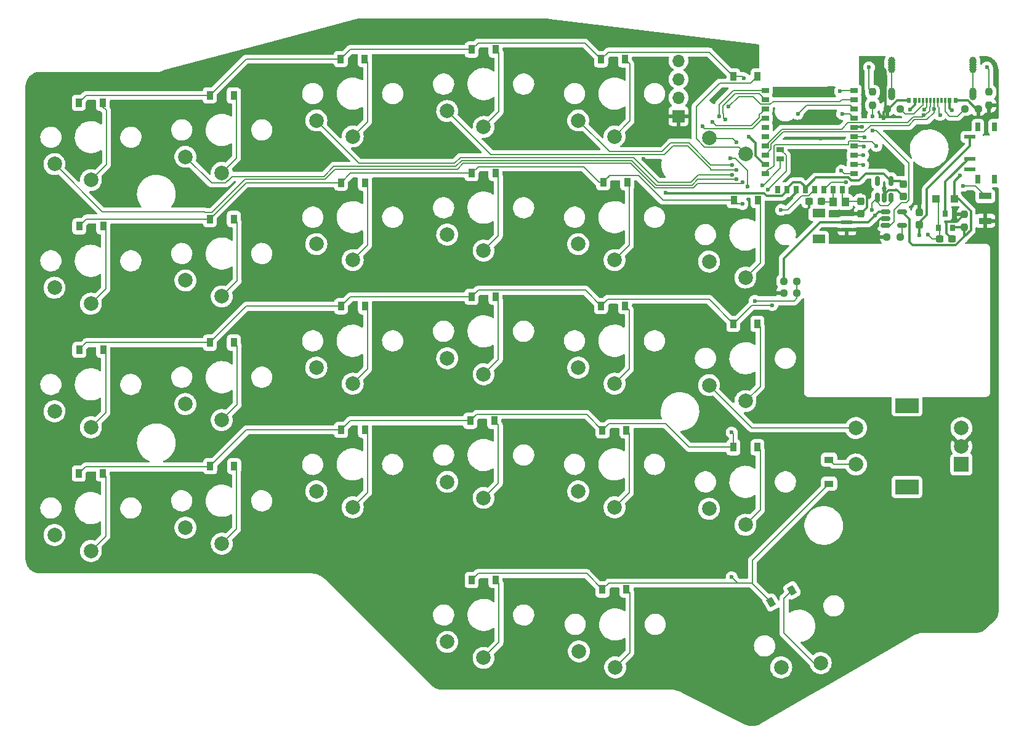
<source format=gbl>
G04 #@! TF.GenerationSoftware,KiCad,Pcbnew,(5.99.0-8557-g8988e46ab1)*
G04 #@! TF.CreationDate,2021-02-20T09:48:14-07:00*
G04 #@! TF.ProjectId,BlueSof,426c7565-536f-4662-9e6b-696361645f70,rev?*
G04 #@! TF.SameCoordinates,PX85099e0PY51bada0*
G04 #@! TF.FileFunction,Copper,L2,Bot*
G04 #@! TF.FilePolarity,Positive*
%FSLAX46Y46*%
G04 Gerber Fmt 4.6, Leading zero omitted, Abs format (unit mm)*
G04 Created by KiCad (PCBNEW (5.99.0-8557-g8988e46ab1)) date 2021-02-20 09:48:14*
%MOMM*%
%LPD*%
G01*
G04 APERTURE LIST*
G04 Aperture macros list*
%AMRoundRect*
0 Rectangle with rounded corners*
0 $1 Rounding radius*
0 $2 $3 $4 $5 $6 $7 $8 $9 X,Y pos of 4 corners*
0 Add a 4 corners polygon primitive as box body*
4,1,4,$2,$3,$4,$5,$6,$7,$8,$9,$2,$3,0*
0 Add four circle primitives for the rounded corners*
1,1,$1+$1,$2,$3*
1,1,$1+$1,$4,$5*
1,1,$1+$1,$6,$7*
1,1,$1+$1,$8,$9*
0 Add four rect primitives between the rounded corners*
20,1,$1+$1,$2,$3,$4,$5,0*
20,1,$1+$1,$4,$5,$6,$7,0*
20,1,$1+$1,$6,$7,$8,$9,0*
20,1,$1+$1,$8,$9,$2,$3,0*%
%AMRotRect*
0 Rectangle, with rotation*
0 The origin of the aperture is its center*
0 $1 length*
0 $2 width*
0 $3 Rotation angle, in degrees counterclockwise*
0 Add horizontal line*
21,1,$1,$2,0,0,$3*%
G04 Aperture macros list end*
G04 #@! TA.AperFunction,ComponentPad*
%ADD10C,2.000000*%
G04 #@! TD*
G04 #@! TA.AperFunction,ComponentPad*
%ADD11R,1.700000X1.700000*%
G04 #@! TD*
G04 #@! TA.AperFunction,ComponentPad*
%ADD12O,1.700000X1.700000*%
G04 #@! TD*
G04 #@! TA.AperFunction,ComponentPad*
%ADD13R,2.000000X2.000000*%
G04 #@! TD*
G04 #@! TA.AperFunction,ComponentPad*
%ADD14R,3.200000X2.000000*%
G04 #@! TD*
G04 #@! TA.AperFunction,SMDPad,CuDef*
%ADD15R,0.900000X1.200000*%
G04 #@! TD*
G04 #@! TA.AperFunction,SMDPad,CuDef*
%ADD16RotRect,0.900000X1.200000X30.000000*%
G04 #@! TD*
G04 #@! TA.AperFunction,SMDPad,CuDef*
%ADD17R,1.200000X0.900000*%
G04 #@! TD*
G04 #@! TA.AperFunction,SMDPad,CuDef*
%ADD18RoundRect,0.237500X-0.237500X0.300000X-0.237500X-0.300000X0.237500X-0.300000X0.237500X0.300000X0*%
G04 #@! TD*
G04 #@! TA.AperFunction,SMDPad,CuDef*
%ADD19RoundRect,0.237500X0.237500X-0.300000X0.237500X0.300000X-0.237500X0.300000X-0.237500X-0.300000X0*%
G04 #@! TD*
G04 #@! TA.AperFunction,SMDPad,CuDef*
%ADD20RoundRect,0.237500X-0.300000X-0.237500X0.300000X-0.237500X0.300000X0.237500X-0.300000X0.237500X0*%
G04 #@! TD*
G04 #@! TA.AperFunction,SMDPad,CuDef*
%ADD21R,0.540000X0.800000*%
G04 #@! TD*
G04 #@! TA.AperFunction,SMDPad,CuDef*
%ADD22R,0.300000X0.800000*%
G04 #@! TD*
G04 #@! TA.AperFunction,ComponentPad*
%ADD23C,1.000000*%
G04 #@! TD*
G04 #@! TA.AperFunction,SMDPad,CuDef*
%ADD24R,0.800000X0.900000*%
G04 #@! TD*
G04 #@! TA.AperFunction,SMDPad,CuDef*
%ADD25RoundRect,0.237500X0.250000X0.237500X-0.250000X0.237500X-0.250000X-0.237500X0.250000X-0.237500X0*%
G04 #@! TD*
G04 #@! TA.AperFunction,SMDPad,CuDef*
%ADD26RoundRect,0.237500X-0.250000X-0.237500X0.250000X-0.237500X0.250000X0.237500X-0.250000X0.237500X0*%
G04 #@! TD*
G04 #@! TA.AperFunction,SMDPad,CuDef*
%ADD27RoundRect,0.237500X0.237500X-0.250000X0.237500X0.250000X-0.237500X0.250000X-0.237500X-0.250000X0*%
G04 #@! TD*
G04 #@! TA.AperFunction,SMDPad,CuDef*
%ADD28R,1.700000X0.900000*%
G04 #@! TD*
G04 #@! TA.AperFunction,SMDPad,CuDef*
%ADD29RoundRect,0.150000X-0.512500X-0.150000X0.512500X-0.150000X0.512500X0.150000X-0.512500X0.150000X0*%
G04 #@! TD*
G04 #@! TA.AperFunction,SMDPad,CuDef*
%ADD30RoundRect,0.150000X0.150000X-0.512500X0.150000X0.512500X-0.150000X0.512500X-0.150000X-0.512500X0*%
G04 #@! TD*
G04 #@! TA.AperFunction,SMDPad,CuDef*
%ADD31R,1.050000X1.200000*%
G04 #@! TD*
G04 #@! TA.AperFunction,SMDPad,CuDef*
%ADD32RoundRect,0.237500X-0.237500X0.250000X-0.237500X-0.250000X0.237500X-0.250000X0.237500X0.250000X0*%
G04 #@! TD*
G04 #@! TA.AperFunction,SMDPad,CuDef*
%ADD33R,1.000000X0.650000*%
G04 #@! TD*
G04 #@! TA.AperFunction,SMDPad,CuDef*
%ADD34R,0.650000X1.000000*%
G04 #@! TD*
G04 #@! TA.AperFunction,ComponentPad*
%ADD35R,1.000000X0.650000*%
G04 #@! TD*
G04 #@! TA.AperFunction,SMDPad,CuDef*
%ADD36R,1.000000X1.000000*%
G04 #@! TD*
G04 #@! TA.AperFunction,SMDPad,CuDef*
%ADD37R,1.550000X0.600000*%
G04 #@! TD*
G04 #@! TA.AperFunction,SMDPad,CuDef*
%ADD38R,1.800000X1.200000*%
G04 #@! TD*
G04 #@! TA.AperFunction,SMDPad,CuDef*
%ADD39R,1.524000X0.600000*%
G04 #@! TD*
G04 #@! TA.AperFunction,SMDPad,CuDef*
%ADD40R,0.700000X1.200000*%
G04 #@! TD*
G04 #@! TA.AperFunction,ViaPad*
%ADD41C,0.600000*%
G04 #@! TD*
G04 #@! TA.AperFunction,Conductor*
%ADD42C,0.200000*%
G04 #@! TD*
G04 #@! TA.AperFunction,Conductor*
%ADD43C,0.300000*%
G04 #@! TD*
G04 APERTURE END LIST*
D10*
X40373000Y27900000D03*
X45373000Y25700000D03*
X22373000Y30300000D03*
X27373000Y28100000D03*
X-13627000Y30300000D03*
X-8627000Y28100000D03*
X-31627000Y25300000D03*
X-26627000Y23100000D03*
X-49627000Y24300000D03*
X-44627000Y22100000D03*
X40373000Y10900000D03*
X45373000Y8700000D03*
X22373000Y13300000D03*
X27373000Y11100000D03*
X4373000Y14600000D03*
X9373000Y12400000D03*
X-13627000Y13300000D03*
X-8627000Y11100000D03*
X-49627000Y7300000D03*
X-44627000Y5100000D03*
X22373000Y-3700000D03*
X27373000Y-5900000D03*
X4373000Y-2400000D03*
X9373000Y-4600000D03*
X-13627000Y-3700000D03*
X-8627000Y-5900000D03*
X-31627000Y-8700000D03*
X-26627000Y-10900000D03*
X40373000Y-23100000D03*
X45373000Y-25300000D03*
X4373000Y-19400000D03*
X9373000Y-21600000D03*
X-13627000Y-20700000D03*
X-8627000Y-22900000D03*
X-31627000Y-25700000D03*
X-26627000Y-27900000D03*
X-49627000Y-26700000D03*
X-44627000Y-28900000D03*
X40373000Y-6100000D03*
X45373000Y-8300000D03*
X-31627000Y8300000D03*
X-26627000Y6100000D03*
X-49627000Y-9700000D03*
X-44627000Y-11900000D03*
X4373000Y-41400000D03*
X9373000Y-43600000D03*
X4373000Y31600000D03*
X9373000Y29400000D03*
X22373000Y-20700000D03*
X27373000Y-22900000D03*
D11*
X36173000Y30900000D03*
D12*
X36173000Y33440000D03*
X36173000Y35980000D03*
X36173000Y38520000D03*
D10*
X50292873Y-44904294D03*
X55723000Y-44309550D03*
D13*
X75073000Y-17000000D03*
D10*
X75073000Y-12000000D03*
X75073000Y-14500000D03*
D14*
X67573000Y-20100000D03*
X67573000Y-8900000D03*
D10*
X60573000Y-12000000D03*
X60573000Y-17000000D03*
X22473000Y-42700000D03*
X27473000Y-44900000D03*
D15*
X25523000Y38700000D03*
X28823000Y38700000D03*
X7723000Y40050000D03*
X11023000Y40050000D03*
X-10277000Y38750000D03*
X-6977000Y38750000D03*
X-28277000Y33750000D03*
X-24977000Y33750000D03*
X-46277000Y32750000D03*
X-42977000Y32750000D03*
X43773000Y19350000D03*
X47073000Y19350000D03*
X25823000Y21800000D03*
X29123000Y21800000D03*
X7723000Y23050000D03*
X11023000Y23050000D03*
X-10227000Y21750000D03*
X-6927000Y21750000D03*
X-28277000Y16750000D03*
X-24977000Y16750000D03*
X-46227000Y15750000D03*
X-42927000Y15750000D03*
X25523000Y4800000D03*
X28823000Y4800000D03*
X7723000Y6050000D03*
X11023000Y6050000D03*
X-10227000Y4750000D03*
X-6927000Y4750000D03*
X-28277000Y-250000D03*
X-24977000Y-250000D03*
X-46227000Y-1250000D03*
X-42927000Y-1250000D03*
X43723000Y-14650000D03*
X47023000Y-14650000D03*
X25723000Y-12300000D03*
X29023000Y-12300000D03*
X7523000Y-11000000D03*
X10823000Y-11000000D03*
X-10227000Y-12250000D03*
X-6927000Y-12250000D03*
X-28227000Y-17250000D03*
X-24927000Y-17250000D03*
X-46277000Y-18250000D03*
X-42977000Y-18250000D03*
X43723000Y2350000D03*
X47023000Y2350000D03*
X25723000Y-34200000D03*
X29023000Y-34200000D03*
D16*
X48916301Y-35975000D03*
X51774185Y-34325000D03*
D17*
X56873000Y-19649999D03*
X56873000Y-16349999D03*
D15*
X43723000Y36350000D03*
X47023000Y36350000D03*
X7723000Y-32900000D03*
X11023000Y-32900000D03*
D18*
X67073000Y21562500D03*
X67073000Y19837500D03*
D19*
X61273000Y17475000D03*
X61273000Y19200000D03*
X69273000Y15937500D03*
X69273000Y17662500D03*
D20*
X72048000Y14000000D03*
X73773000Y14000000D03*
D21*
X74273000Y33025000D03*
X67873000Y33025000D03*
X68673000Y33025000D03*
X73473000Y33025000D03*
D22*
X69823000Y33025000D03*
X70823000Y33025000D03*
X71323000Y33025000D03*
X72323000Y33025000D03*
X72823000Y33025000D03*
X71823000Y33025000D03*
X70323000Y33025000D03*
X69315000Y33025000D03*
D23*
X65497700Y37319900D03*
X76648300Y37332600D03*
X65497400Y34306000D03*
X76648300Y33789300D03*
X76648000Y33544000D03*
X65498000Y38539100D03*
X76648300Y37967600D03*
X65497400Y34043300D03*
X76648000Y34306000D03*
X65497700Y38259700D03*
X65497700Y33789300D03*
X76648600Y38551800D03*
X65497400Y33544000D03*
X76648300Y38272400D03*
X76648000Y34043300D03*
X76648300Y37624700D03*
X65497700Y37954900D03*
X65497700Y37612000D03*
D24*
X73823000Y15500000D03*
X71923000Y15500000D03*
X72873000Y17500000D03*
D25*
X66660500Y14300000D03*
X64835500Y14300000D03*
D26*
X50635500Y8200000D03*
X52460500Y8200000D03*
D25*
X52460500Y6600000D03*
X50635500Y6600000D03*
X66673000Y31900000D03*
X64848000Y31900000D03*
D26*
X75560500Y31900000D03*
X77385500Y31900000D03*
D27*
X75448000Y15587500D03*
X75448000Y17412500D03*
D28*
X78348000Y19900000D03*
X78348000Y16500000D03*
D29*
X64610500Y15850000D03*
X64610500Y16800000D03*
X64610500Y17750000D03*
X66885500Y17750000D03*
X66885500Y15850000D03*
D30*
X65423000Y19700000D03*
X64473000Y19700000D03*
X63523000Y19700000D03*
X63523000Y21975000D03*
X65423000Y21975000D03*
D31*
X57448000Y19100000D03*
X59098000Y19100000D03*
D20*
X54110500Y19200000D03*
X55835500Y19200000D03*
D32*
X78873000Y34212500D03*
X78873000Y32387500D03*
D33*
X60331045Y34430000D03*
X60331045Y33160000D03*
X60331045Y31890000D03*
X60331045Y30620000D03*
X60331045Y29350000D03*
X60331045Y28080000D03*
X60331045Y26810000D03*
X60331045Y25540000D03*
X60331045Y24270000D03*
X60331045Y23000000D03*
D34*
X58682045Y20781000D03*
X57412045Y20781000D03*
X56142045Y20781000D03*
X54872045Y20781000D03*
X53602045Y20781000D03*
X52332045Y20781000D03*
X51062045Y20781000D03*
X49792045Y20781000D03*
D33*
X48093045Y23000000D03*
X48093045Y24270000D03*
D35*
X50171045Y25032000D03*
D33*
X48093045Y25540000D03*
D35*
X50171045Y26302000D03*
D33*
X48093045Y26810000D03*
X48093045Y28080000D03*
X48093045Y29350000D03*
X48093045Y30620000D03*
X48093045Y31890000D03*
X48093045Y33160000D03*
X48093045Y34430000D03*
D36*
X71598000Y19500000D03*
X74098000Y19500000D03*
D32*
X62848000Y34212500D03*
X62848000Y32387500D03*
D37*
X59323000Y15300000D03*
X59323000Y16300000D03*
D38*
X55448000Y14000000D03*
X55448000Y17600000D03*
D39*
X76248000Y28050000D03*
X76248000Y25050000D03*
X76248000Y23550000D03*
D40*
X79648000Y29400000D03*
X79648000Y22200000D03*
X77348000Y22200000D03*
X77348000Y29400000D03*
D41*
X43473000Y-32500000D03*
X41773000Y30900000D03*
X58373000Y34300000D03*
X45173000Y36100000D03*
X43073000Y32200000D03*
X44973000Y18800000D03*
X49073000Y4900000D03*
X50273000Y18000000D03*
X43473000Y-12600000D03*
X42573000Y30400000D03*
X61373000Y29400000D03*
X53373000Y-19000000D03*
X51373000Y0D03*
X35373000Y-17000000D03*
X60373000Y-36000000D03*
X35373000Y0D03*
X64373000Y30600000D03*
X31373000Y25000000D03*
X55773000Y30200000D03*
X69173000Y19600000D03*
X-627000Y0D03*
X17373000Y18000000D03*
X41773000Y33800000D03*
X-18627000Y12000000D03*
X61673000Y20400000D03*
X17373000Y35000000D03*
X61973000Y14200000D03*
X-627000Y17000000D03*
X35373000Y17000000D03*
X-36627000Y-6000000D03*
X67373000Y27600000D03*
X-18627000Y29000000D03*
X64173000Y37600000D03*
X69173000Y21600000D03*
X77773000Y14400000D03*
X67073000Y19837500D03*
X-36927000Y27800000D03*
X17373000Y-36000000D03*
X53173000Y17400000D03*
X73373000Y-26000000D03*
X-36627000Y11000000D03*
X68373000Y-32000000D03*
X-627000Y34000000D03*
X17373000Y-16000000D03*
X74200000Y18000000D03*
X-36627000Y-23000000D03*
X55773000Y33800000D03*
X35373000Y-39000000D03*
X55773000Y27800000D03*
X17373000Y1000000D03*
X63973000Y24200000D03*
X51373000Y19400000D03*
X30373000Y34000000D03*
X-627000Y-17000000D03*
X-18627000Y-22000000D03*
X-18627000Y-5000000D03*
X75773000Y30000000D03*
X69373000Y-15000000D03*
X55773000Y25200000D03*
X44973000Y21800000D03*
X58573000Y23400000D03*
X61573000Y24200000D03*
X44173000Y22200000D03*
X43573000Y22800000D03*
X61573000Y25500000D03*
X44173000Y23500000D03*
X61673000Y26700000D03*
X61773000Y28000000D03*
X43573000Y24200000D03*
X44173000Y27300000D03*
X58673000Y31200000D03*
X34373000Y20400000D03*
X63173000Y17200000D03*
X69273000Y14500000D03*
X70473000Y14600000D03*
X62773000Y18000000D03*
X74873000Y22700000D03*
X73773000Y31700000D03*
X67973000Y31800000D03*
X45873000Y28100000D03*
X62373000Y37600000D03*
X78573000Y37600000D03*
X40873000Y30100000D03*
X62873000Y30900000D03*
X62873000Y28900000D03*
X52573000Y31200000D03*
X43273000Y25100000D03*
X46648972Y5500011D03*
X45673000Y21200000D03*
X47673000Y21400000D03*
X48423000Y20750000D03*
X63373000Y26800000D03*
X75273000Y21300000D03*
X39473000Y29500000D03*
X59173000Y21800000D03*
X72123000Y31050000D03*
X69873000Y31000000D03*
X69973000Y31800000D03*
X71323000Y31850000D03*
D42*
X46357150Y-30165849D02*
X46357150Y-33415850D01*
X8623011Y-31999989D02*
X23522989Y-31999989D01*
X41773000Y32500000D02*
X43703000Y34430000D01*
X26623011Y-33299989D02*
X25723000Y-34200000D01*
X46357150Y-33415850D02*
X46241290Y-33299989D01*
X43703000Y34430000D02*
X48093045Y34430000D01*
X56873000Y-19649999D02*
X46357150Y-30165849D01*
X43473000Y-32500000D02*
X44272989Y-33299989D01*
X48916301Y-35975000D02*
X46357150Y-33415850D01*
X44272989Y-33299989D02*
X44472989Y-33299989D01*
X46241290Y-33299989D02*
X44472989Y-33299989D01*
X7723000Y-32900000D02*
X8623011Y-31999989D01*
X44472989Y-33299989D02*
X26623011Y-33299989D01*
X41773000Y30900000D02*
X41773000Y32500000D01*
X23522989Y-31999989D02*
X25723000Y-34200000D01*
X23272989Y40950011D02*
X25523000Y38700000D01*
X-45277000Y33750000D02*
X-28277000Y33750000D01*
X8623011Y40950011D02*
X23272989Y40950011D01*
X-8977000Y40050000D02*
X7723000Y40050000D01*
X26523000Y39700000D02*
X40373000Y39700000D01*
X25523000Y38700000D02*
X26523000Y39700000D01*
X58503000Y34430000D02*
X58373000Y34300000D01*
X40373000Y39700000D02*
X43723000Y36350000D01*
X44923000Y36350000D02*
X43723000Y36350000D01*
X60331045Y34430000D02*
X58503000Y34430000D01*
X-46277000Y32750000D02*
X-45277000Y33750000D01*
X-23277000Y38750000D02*
X-10277000Y38750000D01*
X-28277000Y33750000D02*
X-23277000Y38750000D01*
X-10277000Y38750000D02*
X-8977000Y40050000D01*
X7723000Y40050000D02*
X8623011Y40950011D01*
X45173000Y36100000D02*
X44923000Y36350000D01*
X29400000Y21523000D02*
X29123000Y21800000D01*
X27373000Y11100000D02*
X29400000Y13127000D01*
X29400000Y13127000D02*
X29400000Y21523000D01*
X44973000Y18800000D02*
X44323000Y18800000D01*
X44473000Y33600000D02*
X43073000Y32200000D01*
X-8927000Y23050000D02*
X7723000Y23050000D01*
X34023000Y19350000D02*
X30673000Y22700000D01*
X23122989Y23950011D02*
X25273000Y21800000D01*
X49198065Y32900000D02*
X48833054Y32534989D01*
X60331045Y33160000D02*
X58633000Y33160000D01*
X-46227000Y15750000D02*
X-45227000Y16750000D01*
X43773000Y19350000D02*
X34023000Y19350000D01*
X58633000Y33160000D02*
X58373000Y32900000D01*
X8623011Y23950011D02*
X23122989Y23950011D01*
X46400000Y33600000D02*
X44473000Y33600000D01*
X26723000Y22700000D02*
X25823000Y21800000D01*
X-28277000Y16750000D02*
X-23277000Y21750000D01*
X-45227000Y16750000D02*
X-28277000Y16750000D01*
X58373000Y32900000D02*
X49198065Y32900000D01*
X47465011Y32534989D02*
X46400000Y33600000D01*
X25273000Y21800000D02*
X25823000Y21800000D01*
X30673000Y22700000D02*
X26723000Y22700000D01*
X44323000Y18800000D02*
X43773000Y19350000D01*
X26723000Y22700000D02*
X26523000Y22500000D01*
X7723000Y23050000D02*
X8623011Y23950011D01*
X48833054Y32534989D02*
X47465011Y32534989D01*
X-23277000Y21750000D02*
X-10227000Y21750000D01*
X-10227000Y21750000D02*
X-8927000Y23050000D01*
X-8627000Y-5900000D02*
X-6600000Y-3873000D01*
X-6600000Y-3873000D02*
X-6600000Y4423000D01*
X-6600000Y4423000D02*
X-6927000Y4750000D01*
X53148020Y19975020D02*
X51173000Y18000000D01*
X46273000Y4900000D02*
X43723000Y2350000D01*
X43723000Y2350000D02*
X40372989Y5700011D01*
X-45227000Y-250000D02*
X-46227000Y-1250000D01*
X26423011Y5700011D02*
X25523000Y4800000D01*
X8623011Y6950011D02*
X7723000Y6050000D01*
X54066065Y19975020D02*
X53148020Y19975020D01*
X-23277000Y4750000D02*
X-28277000Y-250000D01*
X-28277000Y-250000D02*
X-45227000Y-250000D01*
X51173000Y18000000D02*
X50273000Y18000000D01*
X49073000Y4900000D02*
X46273000Y4900000D01*
X7723000Y6050000D02*
X-8927000Y6050000D01*
X-8927000Y6050000D02*
X-10227000Y4750000D01*
X-10227000Y4750000D02*
X-23277000Y4750000D01*
X54872045Y20781000D02*
X54066065Y19975020D01*
X25523000Y4800000D02*
X23372989Y6950011D01*
X23372989Y6950011D02*
X8623011Y6950011D01*
X40372989Y5700011D02*
X26423011Y5700011D01*
X-42500000Y31673000D02*
X-42977000Y32150000D01*
X-42977000Y32150000D02*
X-42977000Y32750000D01*
X-44627000Y22100000D02*
X-42500000Y24227000D01*
X-42500000Y24227000D02*
X-42500000Y31673000D01*
X42273000Y32300000D02*
X43973000Y34000000D01*
X-46277000Y-18250000D02*
X-45376989Y-17349989D01*
X37650000Y-14650000D02*
X43723000Y-14650000D01*
X-28227000Y-17250000D02*
X-23227000Y-12250000D01*
X-45376989Y-17349989D02*
X-28326989Y-17349989D01*
X47253045Y34000000D02*
X48093045Y33160000D01*
X-28326989Y-17349989D02*
X-28227000Y-17250000D01*
X7523000Y-11000000D02*
X8423011Y-10099989D01*
X-23227000Y-12250000D02*
X-10227000Y-12250000D01*
X43723000Y-12850000D02*
X43723000Y-14650000D01*
X43473000Y-12600000D02*
X43723000Y-12850000D01*
X23522989Y-10099989D02*
X25723000Y-12300000D01*
X42373011Y30611994D02*
X42373011Y31188006D01*
X42373011Y31188006D02*
X42273000Y31288017D01*
X34399989Y-11399989D02*
X37650000Y-14650000D01*
X25723000Y-12300000D02*
X26623011Y-11399989D01*
X42367008Y30605991D02*
X42373011Y30611994D01*
X42273000Y31288017D02*
X42273000Y32300000D01*
X43973000Y34000000D02*
X47253045Y34000000D01*
X8423011Y-10099989D02*
X23522989Y-10099989D01*
X-10227000Y-12250000D02*
X-8977000Y-11000000D01*
X26623011Y-11399989D02*
X34399989Y-11399989D01*
X-8977000Y-11000000D02*
X7523000Y-11000000D01*
X42573000Y30400000D02*
X42367008Y30605991D01*
X47400000Y19023000D02*
X47400000Y10727000D01*
X47073000Y19350000D02*
X47400000Y19023000D01*
X47400000Y10727000D02*
X45373000Y8700000D01*
X-24500000Y-8773000D02*
X-24500000Y-727000D01*
X-26627000Y-10900000D02*
X-24500000Y-8773000D01*
X-24500000Y-727000D02*
X-24977000Y-250000D01*
X11400000Y22673000D02*
X11023000Y23050000D01*
X9373000Y12400000D02*
X11400000Y14427000D01*
X11400000Y14427000D02*
X11400000Y22673000D01*
X-6600000Y13127000D02*
X-6600000Y21423000D01*
X-6600000Y21423000D02*
X-6927000Y21750000D01*
X-8627000Y11100000D02*
X-6600000Y13127000D01*
X-26627000Y6100000D02*
X-24500000Y8227000D01*
X-24500000Y8227000D02*
X-24500000Y16273000D01*
X-24500000Y16273000D02*
X-24977000Y16750000D01*
X-42600000Y15423000D02*
X-42600000Y7127000D01*
X-42927000Y15750000D02*
X-42600000Y15423000D01*
X-42600000Y7127000D02*
X-44627000Y5100000D01*
X47023000Y2350000D02*
X47400000Y1973000D01*
X47400000Y-6273000D02*
X45373000Y-8300000D01*
X47400000Y1973000D02*
X47400000Y-6273000D01*
X29400000Y-3873000D02*
X29400000Y4223000D01*
X29400000Y4223000D02*
X28823000Y4800000D01*
X27373000Y-5900000D02*
X29400000Y-3873000D01*
X9373000Y-4600000D02*
X11400000Y-2573000D01*
X11400000Y5673000D02*
X11023000Y6050000D01*
X11400000Y-2573000D02*
X11400000Y5673000D01*
X47400000Y-23273000D02*
X47400000Y-15027000D01*
X45373000Y-25300000D02*
X47400000Y-23273000D01*
X47400000Y-15027000D02*
X47023000Y-14650000D01*
X29400000Y-12677000D02*
X29023000Y-12300000D01*
X27373000Y-22900000D02*
X29400000Y-20873000D01*
X29400000Y-20873000D02*
X29400000Y-12677000D01*
X-44627000Y-11900000D02*
X-42600000Y-9873000D01*
X-42600000Y-1577000D02*
X-42927000Y-1250000D01*
X-42600000Y-9873000D02*
X-42600000Y-1577000D01*
X9373000Y-21600000D02*
X11400000Y-19573000D01*
X11400000Y-11577000D02*
X10823000Y-11000000D01*
X11400000Y-19573000D02*
X11400000Y-11577000D01*
X-42600000Y-18627000D02*
X-42977000Y-18250000D01*
X-44627000Y-28900000D02*
X-42600000Y-26873000D01*
X-42600000Y-26873000D02*
X-42600000Y-18627000D01*
X11500000Y-33377000D02*
X11023000Y-32900000D01*
X11500000Y-41473000D02*
X11500000Y-33377000D01*
X9373000Y-43600000D02*
X11500000Y-41473000D01*
D43*
X67873000Y33025000D02*
X66198000Y33025000D01*
X63597980Y15824980D02*
X61973000Y14200000D01*
X63948000Y16800000D02*
X63597980Y16449980D01*
X61373000Y29400000D02*
X60381045Y29400000D01*
X69173000Y17762500D02*
X69273000Y17662500D01*
X65073000Y31900000D02*
X64848000Y31900000D01*
X75448000Y17412500D02*
X74435500Y16400000D01*
X74273000Y33025000D02*
X75948000Y33025000D01*
X64473000Y20119636D02*
X64473000Y19700000D01*
X54110500Y19200000D02*
X54110500Y18337500D01*
X60381045Y29400000D02*
X60331045Y29350000D01*
X52332045Y20359045D02*
X51373000Y19400000D01*
X72973000Y16400000D02*
X72973000Y14800000D01*
X69173000Y19600000D02*
X69173000Y17762500D01*
X66198000Y33025000D02*
X65073000Y31900000D01*
X64610500Y16800000D02*
X63948000Y16800000D01*
X72973000Y14800000D02*
X73773000Y14000000D01*
X64373000Y31425000D02*
X64848000Y31900000D01*
X54110500Y18337500D02*
X53173000Y17400000D01*
X69173000Y21600000D02*
X69173000Y19600000D01*
X75948000Y33025000D02*
X77073000Y31900000D01*
X66197980Y20712520D02*
X65065884Y20712520D01*
X77073000Y31900000D02*
X77385500Y31900000D01*
X64647389Y37125611D02*
X64173000Y37600000D01*
X62098020Y19974980D02*
X61673000Y20400000D01*
X62098020Y18300020D02*
X62098020Y19974980D01*
X74435500Y16400000D02*
X72973000Y16400000D01*
X61273000Y17475000D02*
X62098020Y18300020D01*
X67073000Y19837500D02*
X66197980Y20712520D01*
X63597980Y16449980D02*
X63597980Y15824980D01*
X65065884Y20712520D02*
X64473000Y20119636D01*
X64647389Y32100611D02*
X64647389Y37125611D01*
X64373000Y30600000D02*
X64373000Y31425000D01*
X52332045Y20781000D02*
X52332045Y20359045D01*
X64848000Y31900000D02*
X64647389Y32100611D01*
D42*
X-11027000Y23600000D02*
X-12427000Y22200000D01*
X38204426Y21000000D02*
X32973000Y21000000D01*
X38804415Y21599989D02*
X38204426Y21000000D01*
X32973000Y21000000D02*
X29573000Y24400000D01*
X5773000Y23600000D02*
X-11027000Y23600000D01*
X-28967009Y17650011D02*
X-29016998Y17700000D01*
X58973000Y23000000D02*
X58573000Y23400000D01*
X44772989Y21599989D02*
X38804415Y21599989D01*
X6573000Y24400000D02*
X5773000Y23600000D01*
X-23427000Y22200000D02*
X-27976989Y17650011D01*
X-12427000Y22200000D02*
X-23427000Y22200000D01*
X-43027000Y17700000D02*
X-49627000Y24300000D01*
X-29016998Y17700000D02*
X-43027000Y17700000D01*
X29573000Y24400000D02*
X6573000Y24400000D01*
X60331045Y23000000D02*
X58973000Y23000000D01*
X-27976989Y17650011D02*
X-28967009Y17650011D01*
X44973000Y21800000D02*
X44772989Y21599989D01*
X-25202982Y22600000D02*
X-25814991Y21987991D01*
X44173000Y22200000D02*
X38838714Y22200000D01*
X33173000Y21400000D02*
X29773000Y24800000D01*
X29773000Y24800000D02*
X6373000Y24800000D01*
X38038714Y21400000D02*
X33173000Y21400000D01*
X61573000Y24200000D02*
X61503000Y24270000D01*
X-12627000Y22600000D02*
X-25202982Y22600000D01*
X-11227000Y24000000D02*
X-12627000Y22600000D01*
X-25202982Y22600000D02*
X-26102983Y21700000D01*
X61503000Y24270000D02*
X60331045Y24270000D01*
X5573000Y24000000D02*
X-11227000Y24000000D01*
X-26102983Y21700000D02*
X-28027000Y21700000D01*
X38838714Y22200000D02*
X38038714Y21400000D01*
X6373000Y24800000D02*
X5573000Y24000000D01*
X-28027000Y21700000D02*
X-31627000Y25300000D01*
X61573000Y25500000D02*
X61533000Y25540000D01*
X33373000Y21800000D02*
X29973000Y25200000D01*
X38873000Y22800000D02*
X37873000Y21800000D01*
X29973000Y25200000D02*
X6173000Y25200000D01*
X43573000Y22800000D02*
X38873000Y22800000D01*
X-7727000Y24400000D02*
X-13627000Y30300000D01*
X5373000Y24400000D02*
X-7727000Y24400000D01*
X6173000Y25200000D02*
X5373000Y24400000D01*
X61533000Y25540000D02*
X60331045Y25540000D01*
X37873000Y21800000D02*
X33373000Y21800000D01*
X40578032Y23621968D02*
X40400020Y23799980D01*
X61673000Y26700000D02*
X61563000Y26810000D01*
X34034306Y25599980D02*
X34199980Y25599980D01*
X4373000Y31600000D02*
X10372980Y25600020D01*
X37417163Y26799980D02*
X35399980Y26799980D01*
X32104408Y25600020D02*
X25672980Y25600020D01*
X40578032Y23500000D02*
X40578032Y23621968D01*
X61563000Y26810000D02*
X60331045Y26810000D01*
X32104428Y25600000D02*
X32104408Y25600020D01*
X25672980Y25600020D02*
X25783351Y25600020D01*
X40578032Y23500000D02*
X44173000Y23500000D01*
X34199980Y25599980D02*
X35399980Y26799980D01*
X34034286Y25600000D02*
X32104428Y25600000D01*
X40400020Y23817123D02*
X37417163Y26799980D01*
X10372980Y25600020D02*
X25672980Y25600020D01*
X40400020Y23799980D02*
X40400020Y23817123D01*
X40578032Y23500000D02*
X40673000Y23500000D01*
X34034306Y25599980D02*
X34034286Y25600000D01*
X37600000Y27200000D02*
X35099960Y27200000D01*
X33900000Y26000040D02*
X33900040Y26000000D01*
X40600000Y24200000D02*
X37600000Y27200000D01*
X22373000Y30300000D02*
X26672960Y26000040D01*
X61693000Y28080000D02*
X60331045Y28080000D01*
X43573000Y24200000D02*
X40600000Y24200000D01*
X61773000Y28000000D02*
X61693000Y28080000D01*
X35099960Y27200000D02*
X33900000Y26000040D01*
X26672960Y26000040D02*
X33900000Y26000040D01*
X40473000Y27800000D02*
X40373000Y27900000D01*
X44173000Y27300000D02*
X43673000Y27800000D01*
X60573000Y-12000000D02*
X46273000Y-12000000D01*
X59751045Y31200000D02*
X60331045Y30620000D01*
X58673000Y31200000D02*
X59751045Y31200000D01*
X46273000Y-12000000D02*
X40373000Y-6100000D01*
X43673000Y27800000D02*
X40473000Y27800000D01*
D43*
X52973000Y21800000D02*
X53602045Y21170955D01*
X65423000Y21975000D02*
X66660500Y21975000D01*
X51062045Y20966020D02*
X51896025Y21800000D01*
X53602045Y20781000D02*
X53602045Y20966020D01*
X51896025Y21800000D02*
X52973000Y21800000D01*
X53602045Y21170955D02*
X53602045Y20781000D01*
X59907560Y22065440D02*
X60838440Y22065440D01*
X51062045Y20595980D02*
X51062045Y20781000D01*
X50397054Y19930989D02*
X51062045Y20595980D01*
X51062045Y20781000D02*
X51062045Y20966020D01*
X47910983Y20300000D02*
X48279994Y19930989D01*
X34373000Y20400000D02*
X34473000Y20300000D01*
X65423000Y21975000D02*
X64410480Y22987520D01*
X34473000Y20300000D02*
X47910983Y20300000D01*
X55086036Y22450011D02*
X59522989Y22450011D01*
X60970605Y22065440D02*
X59907560Y22065440D01*
X53602045Y20966020D02*
X55086036Y22450011D01*
X66660500Y21975000D02*
X67073000Y21562500D01*
X59522989Y22450011D02*
X59907560Y22065440D01*
X48279994Y19930989D02*
X50397054Y19930989D01*
X64410480Y22987520D02*
X61892685Y22987520D01*
X61892685Y22987520D02*
X60970605Y22065440D01*
X64610500Y17750000D02*
X63723000Y17750000D01*
X70323000Y19050000D02*
X70323000Y20850000D01*
X63723000Y17750000D02*
X63173000Y17200000D01*
X70323000Y17344120D02*
X70323000Y19050000D01*
X76248000Y28050000D02*
X76248000Y26775000D01*
X76248000Y26775000D02*
X70323000Y20850000D01*
X59323000Y16300000D02*
X55617980Y16300000D01*
X50635500Y11317520D02*
X50635500Y8200000D01*
X62273000Y16300000D02*
X59323000Y16300000D01*
X63173000Y17200000D02*
X63173000Y17300000D01*
X55617980Y16300000D02*
X50635500Y11317520D01*
X63173000Y17200000D02*
X62273000Y16300000D01*
X69273000Y16294120D02*
X70323000Y17344120D01*
X69273000Y15937500D02*
X69273000Y16294120D01*
X69273000Y15937500D02*
X69273000Y14500000D01*
D42*
X71923000Y19175000D02*
X71598000Y19500000D01*
X63523000Y19050000D02*
X63973000Y18600000D01*
X71923000Y15500000D02*
X71923000Y19175000D01*
X65423000Y19037500D02*
X65423000Y19700000D01*
X72048000Y15375000D02*
X71923000Y15500000D01*
X62773000Y18950000D02*
X63523000Y19700000D01*
X63973000Y18600000D02*
X64985500Y18600000D01*
X63523000Y19700000D02*
X63523000Y19050000D01*
X62773000Y18000000D02*
X62773000Y18950000D01*
X72048000Y14000000D02*
X72048000Y15375000D01*
X64985500Y18600000D02*
X65423000Y19037500D01*
X71073000Y14000000D02*
X70473000Y14600000D01*
X72048000Y14000000D02*
X71073000Y14000000D01*
X60573000Y-17000000D02*
X57523001Y-17000000D01*
X57523001Y-17000000D02*
X56873000Y-16349999D01*
D43*
X67973000Y31800000D02*
X68673000Y32500000D01*
X76373000Y17805880D02*
X76373000Y15231620D01*
X68347980Y13174980D02*
X74316360Y13174980D01*
X76373000Y15231620D02*
X75448000Y14306620D01*
X46773000Y25405025D02*
X47908025Y24270000D01*
X46773000Y27200000D02*
X46773000Y25405025D01*
X67898020Y16737480D02*
X67898020Y13624940D01*
X68673000Y32500000D02*
X68673000Y33025000D01*
X73473000Y32000000D02*
X73773000Y31700000D01*
X73473000Y33025000D02*
X73473000Y32000000D01*
X47908025Y24270000D02*
X48093045Y24270000D01*
X75448000Y15587500D02*
X73910500Y15587500D01*
X75448000Y14306620D02*
X75448000Y15587500D01*
X45873000Y28100000D02*
X46773000Y27200000D01*
X74098000Y19500000D02*
X74678880Y19500000D01*
X74316360Y13174980D02*
X75448000Y14306620D01*
X67898020Y13624940D02*
X68347980Y13174980D01*
X66885500Y17750000D02*
X67898020Y16737480D01*
X74678880Y19500000D02*
X76373000Y17805880D01*
X74098000Y21925000D02*
X74873000Y22700000D01*
X74098000Y19500000D02*
X74098000Y21925000D01*
D42*
X62373000Y37600000D02*
X62373000Y34687500D01*
X62373000Y34687500D02*
X62848000Y34212500D01*
X78873000Y37300000D02*
X78873000Y34212500D01*
X78573000Y37600000D02*
X78873000Y37300000D01*
X69823000Y33025000D02*
X69823000Y32423000D01*
X67373000Y31200000D02*
X67286500Y31286500D01*
X68500000Y31200000D02*
X67373000Y31200000D01*
X69800011Y32400011D02*
X69700011Y32400011D01*
X69700011Y32400011D02*
X68500000Y31200000D01*
X67373000Y31200000D02*
X66673000Y31900000D01*
X69823000Y32423000D02*
X69800011Y32400011D01*
X72823000Y31550000D02*
X73473000Y30900000D01*
X74560500Y30900000D02*
X75560500Y31900000D01*
X72823000Y33025000D02*
X72823000Y31550000D01*
X73473000Y30900000D02*
X74560500Y30900000D01*
X41372980Y29600020D02*
X40873000Y30100000D01*
X47500000Y31296955D02*
X47500000Y31245011D01*
X47293034Y30685748D02*
X46207306Y29600020D01*
X48093045Y31890000D02*
X47500000Y31296955D01*
X47293034Y31106966D02*
X47431079Y31245011D01*
X46207306Y29600020D02*
X41372980Y29600020D01*
X47293034Y30685748D02*
X47293034Y31106966D01*
X47431079Y31245011D02*
X47500000Y31245011D01*
X62873000Y30900000D02*
X62848000Y30925000D01*
X67848020Y19314850D02*
X67533150Y18999980D01*
X62848000Y30925000D02*
X62848000Y32387500D01*
X65804788Y16381788D02*
X65804788Y17968212D01*
X67848020Y24424980D02*
X67848020Y19314850D01*
X66836556Y18999980D02*
X65804788Y17968212D01*
X63373000Y28900000D02*
X67848020Y24424980D01*
X67848020Y24424980D02*
X67848020Y21624980D01*
X62873000Y28900000D02*
X63373000Y28900000D01*
X67533150Y18999980D02*
X66836556Y18999980D01*
X64610500Y15850000D02*
X65273000Y15850000D01*
X65273000Y15850000D02*
X65804788Y16381788D01*
X52460500Y6600000D02*
X52460500Y5887500D01*
X52460500Y6600000D02*
X52460500Y8200000D01*
X52073000Y5500000D02*
X52072989Y5500011D01*
X53773000Y32400000D02*
X52573000Y31200000D01*
X52460500Y5887500D02*
X52073000Y5500000D01*
X43273000Y25100000D02*
X43973000Y25100000D01*
X45673000Y23400000D02*
X45673000Y21200000D01*
X59821045Y32400000D02*
X53773000Y32400000D01*
X52072989Y5500011D02*
X46648972Y5500011D01*
X43973000Y25100000D02*
X45673000Y23400000D01*
X60331045Y31890000D02*
X59821045Y32400000D01*
X47673000Y21400000D02*
X47858065Y21400000D01*
X50171045Y23712980D02*
X50171045Y25032000D01*
X47858065Y21400000D02*
X50171045Y23712980D01*
X48423000Y20750000D02*
X48373000Y20700000D01*
X50971056Y25501989D02*
X50971056Y23298056D01*
X50171045Y26302000D02*
X50971056Y25501989D01*
X50971056Y23298056D02*
X48423000Y20750000D01*
X48833054Y23644989D02*
X48617989Y23644989D01*
X48617989Y23644989D02*
X48093045Y23120045D01*
X75273000Y21300000D02*
X76948000Y21300000D01*
X63373000Y26800000D02*
X62773011Y27399989D01*
X63373000Y26800000D02*
X63473000Y26700000D01*
X49473000Y27000000D02*
X49293076Y26820076D01*
X49293076Y26820076D02*
X49293076Y24105011D01*
X48093045Y23120045D02*
X48093045Y23000000D01*
X49293076Y24105011D02*
X48833054Y23644989D01*
X59591036Y27435011D02*
X59531034Y27375009D01*
X59531034Y27375009D02*
X59531034Y27000000D01*
X62773011Y27399989D02*
X61106076Y27399989D01*
X61106076Y27399989D02*
X61071054Y27435011D01*
X59531034Y27000000D02*
X49473000Y27000000D01*
X76948000Y21300000D02*
X78348000Y19900000D01*
X61071054Y27435011D02*
X59591036Y27435011D01*
X55935500Y19100000D02*
X55835500Y19200000D01*
X57412045Y19135955D02*
X57448000Y19100000D01*
X57412045Y20781000D02*
X57412045Y19135955D01*
X57448000Y19100000D02*
X55935500Y19100000D01*
X59198000Y19200000D02*
X59098000Y19100000D01*
X61273000Y19200000D02*
X59198000Y19200000D01*
X58682045Y20781000D02*
X58682045Y19515955D01*
X58682045Y19515955D02*
X59098000Y19100000D01*
X39773000Y29200000D02*
X39473000Y29500000D01*
X46373000Y29200000D02*
X39773000Y29200000D01*
X47793000Y30620000D02*
X46373000Y29200000D01*
X48093045Y30620000D02*
X47793000Y30620000D01*
X66885500Y14525000D02*
X66660500Y14300000D01*
X66885500Y15850000D02*
X66885500Y14525000D01*
X59173000Y21800000D02*
X57161045Y21800000D01*
X57161045Y21800000D02*
X56142045Y20781000D01*
X39773011Y26599989D02*
X38600000Y27773000D01*
X42168957Y35449989D02*
X44122989Y35449989D01*
X45373000Y25700000D02*
X44473000Y26600000D01*
X41849989Y35449989D02*
X42168957Y35449989D01*
X38600000Y32200000D02*
X41849989Y35449989D01*
X40997006Y26599989D02*
X39773011Y26599989D01*
X38600000Y27773000D02*
X38600000Y32200000D01*
X46122989Y35449989D02*
X47023000Y36350000D01*
X40997017Y26600000D02*
X40997006Y26599989D01*
X44473000Y26600000D02*
X40997017Y26600000D01*
X42168957Y35449989D02*
X46122989Y35449989D01*
X29500000Y38023000D02*
X28823000Y38700000D01*
X29500000Y30227000D02*
X29500000Y38023000D01*
X27373000Y28100000D02*
X29500000Y30227000D01*
X9373000Y29400000D02*
X11500000Y31527000D01*
X11500000Y39573000D02*
X11023000Y40050000D01*
X11500000Y31527000D02*
X11500000Y39573000D01*
X-8627000Y28100000D02*
X-6600000Y30127000D01*
X-6600000Y30127000D02*
X-6600000Y38373000D01*
X-6600000Y38373000D02*
X-6977000Y38750000D01*
X-24600000Y33373000D02*
X-24977000Y33750000D01*
X-24600000Y25127000D02*
X-24600000Y33373000D01*
X-26627000Y23100000D02*
X-24600000Y25127000D01*
X-6600000Y-12577000D02*
X-6927000Y-12250000D01*
X-6600000Y-20873000D02*
X-6600000Y-12577000D01*
X-8627000Y-22900000D02*
X-6600000Y-20873000D01*
X-24600000Y-25873000D02*
X-24600000Y-17577000D01*
X-24600000Y-17577000D02*
X-24927000Y-17250000D01*
X-26627000Y-27900000D02*
X-24600000Y-25873000D01*
X50700000Y-40200000D02*
X50700000Y-35399185D01*
X54809550Y-44309550D02*
X50700000Y-40200000D01*
X55723000Y-44309550D02*
X54809550Y-44309550D01*
X50700000Y-35399185D02*
X51774185Y-34325000D01*
X29023000Y-34200000D02*
X29500000Y-34677000D01*
X29500000Y-42873000D02*
X27473000Y-44900000D01*
X29500000Y-34677000D02*
X29500000Y-42873000D01*
X71823000Y32238017D02*
X71973000Y32088017D01*
X61084994Y30000011D02*
X61079972Y29994989D01*
X67673000Y30000000D02*
X61973000Y30000000D01*
X72123000Y31050000D02*
X72273000Y30900000D01*
X58578031Y29105031D02*
X51012318Y29105031D01*
X70823000Y32238017D02*
X70722989Y32138006D01*
X70823000Y33025000D02*
X70823000Y32238017D01*
X61967989Y29994989D02*
X61666028Y29994989D01*
X59467989Y29994989D02*
X58578031Y29105031D01*
X71973000Y32088017D02*
X71973000Y31200000D01*
X71823000Y33025000D02*
X71823000Y32238017D01*
X70722989Y31661972D02*
X70061017Y31000000D01*
X61661006Y30000011D02*
X61084994Y30000011D01*
X51012318Y29105031D02*
X51007287Y29100000D01*
X50383045Y29100000D02*
X48093045Y26810000D01*
X51007287Y29100000D02*
X50383045Y29100000D01*
X69873000Y31000000D02*
X69673000Y30800000D01*
X70722989Y32138006D02*
X70722989Y31661972D01*
X61973000Y30000000D02*
X61967989Y29994989D01*
X61666028Y29994989D02*
X61661006Y30000011D01*
X48093045Y26810000D02*
X48338014Y27054969D01*
X69673000Y30800000D02*
X68473000Y30800000D01*
X68473000Y30800000D02*
X67673000Y30000000D01*
X61079972Y29994989D02*
X59467989Y29994989D01*
X67838713Y29600000D02*
X62573000Y29600000D01*
X71323000Y33025000D02*
X71323000Y31850000D01*
X51172980Y28699980D02*
X50548739Y28699980D01*
X71323000Y31850000D02*
X71323000Y31384286D01*
X70338714Y30400000D02*
X68638713Y30400000D01*
X48893056Y26340011D02*
X48093045Y25540000D01*
X50548739Y28699980D02*
X48893056Y27044297D01*
X48893056Y27044297D02*
X48893056Y26340011D01*
X70323000Y33025000D02*
X70323000Y32150000D01*
X51178012Y28705011D02*
X51172980Y28699980D01*
X71323000Y31384286D02*
X70338714Y30400000D01*
X70323000Y32150000D02*
X69973000Y31800000D01*
X68638713Y30400000D02*
X67838713Y29600000D01*
X61678011Y28705011D02*
X51178012Y28705011D01*
X62573000Y29600000D02*
X61678011Y28705011D01*
X65497700Y34043600D02*
X65497400Y34043300D01*
X76648000Y37967300D02*
X76648300Y37967600D01*
X76648000Y34043300D02*
X76648000Y37967300D01*
X65497700Y37612000D02*
X65497700Y34043600D01*
D43*
X72873000Y21867020D02*
X76055980Y25050000D01*
X72873000Y17500000D02*
X72873000Y21867020D01*
X76055980Y25050000D02*
X76248000Y25050000D01*
G04 #@! TA.AperFunction,Conductor*
G36*
X18094668Y44290818D02*
G01*
X18126606Y44286413D01*
X18216195Y44287972D01*
X18226086Y44287755D01*
X18237143Y44287078D01*
X18328662Y44281474D01*
X18338505Y44280483D01*
X18367949Y44276343D01*
X18423986Y44268464D01*
X18428459Y44268475D01*
X18428465Y44268475D01*
X18458179Y44268551D01*
X18460527Y44268557D01*
X18476218Y44267616D01*
X47161278Y40741995D01*
X47226450Y40713832D01*
X47266050Y40654906D01*
X47271907Y40616719D01*
X47266685Y37589283D01*
X47246565Y37521197D01*
X47192830Y37474796D01*
X47140685Y37463500D01*
X46573000Y37463500D01*
X46499921Y37458273D01*
X46429212Y37437511D01*
X46368330Y37419635D01*
X46368328Y37419634D01*
X46359684Y37417096D01*
X46321828Y37392767D01*
X46244309Y37342949D01*
X46244306Y37342947D01*
X46236729Y37338077D01*
X46230828Y37331267D01*
X46146918Y37234431D01*
X46146916Y37234428D01*
X46141016Y37227619D01*
X46137272Y37219421D01*
X46091540Y37119281D01*
X46080300Y37094670D01*
X46079018Y37085755D01*
X46079018Y37085754D01*
X46060139Y36954448D01*
X46060138Y36954441D01*
X46059500Y36950000D01*
X46059500Y36646291D01*
X46039498Y36578170D01*
X45985842Y36531677D01*
X45915568Y36521573D01*
X45850988Y36551067D01*
X45826646Y36579521D01*
X45814267Y36599332D01*
X45814266Y36599334D01*
X45810535Y36605304D01*
X45800049Y36615864D01*
X45693004Y36723657D01*
X45682742Y36733991D01*
X45529615Y36831169D01*
X45358763Y36892006D01*
X45351771Y36892840D01*
X45351770Y36892840D01*
X45309393Y36897893D01*
X45178679Y36913480D01*
X45175794Y36913177D01*
X45130819Y36922287D01*
X45089418Y36939435D01*
X45089416Y36939436D01*
X45081786Y36942596D01*
X45073602Y36943673D01*
X45073600Y36943674D01*
X44931188Y36962422D01*
X44923000Y36963500D01*
X44914812Y36962422D01*
X44914811Y36962422D01*
X44893208Y36959578D01*
X44876762Y36958500D01*
X44794557Y36958500D01*
X44726436Y36978502D01*
X44679943Y37032158D01*
X44673661Y37049002D01*
X44672415Y37053248D01*
X44651741Y37123656D01*
X44642635Y37154670D01*
X44642634Y37154672D01*
X44640096Y37163316D01*
X44604039Y37219421D01*
X44565949Y37278691D01*
X44565947Y37278694D01*
X44561077Y37286271D01*
X44541862Y37302921D01*
X44457431Y37376082D01*
X44457428Y37376084D01*
X44450619Y37381984D01*
X44400953Y37404666D01*
X44325864Y37438958D01*
X44325863Y37438958D01*
X44317670Y37442700D01*
X44308755Y37443982D01*
X44308754Y37443982D01*
X44177448Y37462861D01*
X44177441Y37462862D01*
X44173000Y37463500D01*
X43522239Y37463500D01*
X43454118Y37483502D01*
X43433144Y37500405D01*
X40835971Y40097578D01*
X40825104Y40109969D01*
X40811836Y40127260D01*
X40806810Y40133810D01*
X40679750Y40231307D01*
X40672120Y40234467D01*
X40672119Y40234468D01*
X40618461Y40256693D01*
X40618459Y40256694D01*
X40539417Y40289435D01*
X40531786Y40292596D01*
X40373000Y40313500D01*
X40364812Y40312422D01*
X40364811Y40312422D01*
X40343208Y40309578D01*
X40326762Y40308500D01*
X26569238Y40308500D01*
X26552792Y40309578D01*
X26531189Y40312422D01*
X26531188Y40312422D01*
X26523000Y40313500D01*
X26364215Y40292596D01*
X26290233Y40261951D01*
X26223881Y40234468D01*
X26223880Y40234467D01*
X26216250Y40231307D01*
X26089190Y40133810D01*
X26084164Y40127260D01*
X26070896Y40109969D01*
X26060029Y40097578D01*
X25812856Y39850405D01*
X25750544Y39816379D01*
X25723761Y39813500D01*
X25322239Y39813500D01*
X25254118Y39833502D01*
X25233144Y39850405D01*
X23735960Y41347589D01*
X23725093Y41359980D01*
X23711825Y41377271D01*
X23706799Y41383821D01*
X23579739Y41481318D01*
X23572109Y41484478D01*
X23572108Y41484479D01*
X23518450Y41506704D01*
X23518448Y41506705D01*
X23439406Y41539446D01*
X23431775Y41542607D01*
X23272989Y41563511D01*
X23264801Y41562433D01*
X23264800Y41562433D01*
X23243197Y41559589D01*
X23226751Y41558511D01*
X8669249Y41558511D01*
X8652803Y41559589D01*
X8631200Y41562433D01*
X8631199Y41562433D01*
X8623011Y41563511D01*
X8464225Y41542607D01*
X8456594Y41539446D01*
X8377552Y41506705D01*
X8377550Y41506704D01*
X8323892Y41484479D01*
X8323891Y41484478D01*
X8316261Y41481318D01*
X8189201Y41383821D01*
X8184175Y41377271D01*
X8170907Y41359980D01*
X8160040Y41347589D01*
X8012856Y41200405D01*
X7950544Y41166379D01*
X7923761Y41163500D01*
X7273000Y41163500D01*
X7199921Y41158273D01*
X7121835Y41135345D01*
X7068330Y41119635D01*
X7068328Y41119634D01*
X7059684Y41117096D01*
X7052105Y41112225D01*
X6944309Y41042949D01*
X6944306Y41042947D01*
X6936729Y41038077D01*
X6930828Y41031267D01*
X6846918Y40934431D01*
X6846916Y40934428D01*
X6841016Y40927619D01*
X6780300Y40794670D01*
X6779018Y40785753D01*
X6776260Y40766570D01*
X6746767Y40701989D01*
X6687042Y40663604D01*
X6651542Y40658500D01*
X-8930762Y40658500D01*
X-8947208Y40659578D01*
X-8968811Y40662422D01*
X-8968812Y40662422D01*
X-8977000Y40663500D01*
X-9135786Y40642596D01*
X-9143417Y40639435D01*
X-9222459Y40606694D01*
X-9222461Y40606693D01*
X-9276119Y40584468D01*
X-9276120Y40584467D01*
X-9283750Y40581307D01*
X-9347280Y40532558D01*
X-9404257Y40488839D01*
X-9404260Y40488836D01*
X-9410810Y40483810D01*
X-9415836Y40477260D01*
X-9415837Y40477259D01*
X-9429106Y40459966D01*
X-9439974Y40447575D01*
X-9987144Y39900405D01*
X-10049456Y39866379D01*
X-10076239Y39863500D01*
X-10727000Y39863500D01*
X-10800079Y39858273D01*
X-10878165Y39835345D01*
X-10931670Y39819635D01*
X-10931672Y39819634D01*
X-10940316Y39817096D01*
X-10947895Y39812225D01*
X-11055691Y39742949D01*
X-11055694Y39742947D01*
X-11063271Y39738077D01*
X-11069172Y39731267D01*
X-11153082Y39634431D01*
X-11153084Y39634428D01*
X-11158984Y39627619D01*
X-11219700Y39494670D01*
X-11220982Y39485753D01*
X-11223740Y39466570D01*
X-11253233Y39401989D01*
X-11312958Y39363604D01*
X-11348458Y39358500D01*
X-23230762Y39358500D01*
X-23247208Y39359578D01*
X-23268811Y39362422D01*
X-23268812Y39362422D01*
X-23277000Y39363500D01*
X-23285188Y39362422D01*
X-23379545Y39350000D01*
X-23435786Y39342596D01*
X-23514898Y39309826D01*
X-23525752Y39305330D01*
X-23583750Y39281307D01*
X-23647280Y39232558D01*
X-23704257Y39188839D01*
X-23704260Y39188836D01*
X-23710810Y39183810D01*
X-23715836Y39177260D01*
X-23715837Y39177259D01*
X-23729106Y39159966D01*
X-23739974Y39147575D01*
X-27987144Y34900405D01*
X-28049456Y34866379D01*
X-28076239Y34863500D01*
X-28727000Y34863500D01*
X-28800079Y34858273D01*
X-28878165Y34835345D01*
X-28931670Y34819635D01*
X-28931672Y34819634D01*
X-28940316Y34817096D01*
X-28947895Y34812225D01*
X-29055691Y34742949D01*
X-29055694Y34742947D01*
X-29063271Y34738077D01*
X-29069172Y34731267D01*
X-29153082Y34634431D01*
X-29153084Y34634428D01*
X-29158984Y34627619D01*
X-29162728Y34619421D01*
X-29173656Y34595491D01*
X-29219700Y34494670D01*
X-29221191Y34484296D01*
X-29223740Y34466570D01*
X-29253233Y34401989D01*
X-29312958Y34363604D01*
X-29348458Y34358500D01*
X-45230762Y34358500D01*
X-45247208Y34359578D01*
X-45268811Y34362422D01*
X-45268812Y34362422D01*
X-45277000Y34363500D01*
X-45435785Y34342596D01*
X-45489971Y34320151D01*
X-45583750Y34281307D01*
X-45613764Y34258276D01*
X-45704257Y34188839D01*
X-45704260Y34188836D01*
X-45710810Y34183810D01*
X-45715836Y34177260D01*
X-45715837Y34177259D01*
X-45729106Y34159966D01*
X-45739974Y34147575D01*
X-45987144Y33900405D01*
X-46049456Y33866379D01*
X-46076239Y33863500D01*
X-46727000Y33863500D01*
X-46800079Y33858273D01*
X-46866865Y33838663D01*
X-46931670Y33819635D01*
X-46931672Y33819634D01*
X-46940316Y33817096D01*
X-46971108Y33797307D01*
X-47055691Y33742949D01*
X-47055694Y33742947D01*
X-47063271Y33738077D01*
X-47069172Y33731267D01*
X-47153082Y33634431D01*
X-47153084Y33634428D01*
X-47158984Y33627619D01*
X-47162728Y33619421D01*
X-47210095Y33515701D01*
X-47219700Y33494670D01*
X-47220982Y33485755D01*
X-47220982Y33485754D01*
X-47239861Y33354448D01*
X-47239862Y33354441D01*
X-47240500Y33350000D01*
X-47240500Y32150000D01*
X-47235273Y32076921D01*
X-47217779Y32017342D01*
X-47204289Y31971400D01*
X-47194096Y31936684D01*
X-47189225Y31929105D01*
X-47119949Y31821309D01*
X-47119947Y31821306D01*
X-47115077Y31813729D01*
X-47108267Y31807828D01*
X-47011431Y31723918D01*
X-47011428Y31723916D01*
X-47004619Y31718016D01*
X-46871670Y31657300D01*
X-46862755Y31656018D01*
X-46862754Y31656018D01*
X-46731448Y31637139D01*
X-46731441Y31637138D01*
X-46727000Y31636500D01*
X-45827000Y31636500D01*
X-45753921Y31641727D01*
X-45668734Y31666740D01*
X-45622330Y31680365D01*
X-45622328Y31680366D01*
X-45613684Y31682904D01*
X-45537115Y31732112D01*
X-45498309Y31757051D01*
X-45498306Y31757053D01*
X-45490729Y31761923D01*
X-45465100Y31791500D01*
X-45400918Y31865569D01*
X-45400916Y31865572D01*
X-45395016Y31872381D01*
X-45389092Y31885353D01*
X-45338042Y31997136D01*
X-45338042Y31997137D01*
X-45334300Y32005330D01*
X-45331272Y32026391D01*
X-45314139Y32145552D01*
X-45314138Y32145559D01*
X-45313500Y32150000D01*
X-45313500Y32800761D01*
X-45293498Y32868882D01*
X-45276595Y32889856D01*
X-45061856Y33104595D01*
X-44999544Y33138621D01*
X-44972761Y33141500D01*
X-44066500Y33141500D01*
X-43998379Y33121498D01*
X-43951886Y33067842D01*
X-43940500Y33015500D01*
X-43940500Y32150000D01*
X-43935273Y32076921D01*
X-43917779Y32017342D01*
X-43904289Y31971400D01*
X-43894096Y31936684D01*
X-43889225Y31929105D01*
X-43819949Y31821309D01*
X-43819947Y31821306D01*
X-43815077Y31813729D01*
X-43808267Y31807828D01*
X-43711431Y31723918D01*
X-43711428Y31723916D01*
X-43704619Y31718016D01*
X-43571670Y31657300D01*
X-43562755Y31656018D01*
X-43562754Y31656018D01*
X-43431448Y31637139D01*
X-43431441Y31637138D01*
X-43427000Y31636500D01*
X-43376239Y31636500D01*
X-43308118Y31616498D01*
X-43287144Y31599595D01*
X-43145405Y31457856D01*
X-43111379Y31395544D01*
X-43108500Y31368761D01*
X-43108500Y29879432D01*
X-43128502Y29811311D01*
X-43182158Y29764818D01*
X-43252432Y29754714D01*
X-43303124Y29773759D01*
X-43543624Y29929941D01*
X-43543627Y29929943D01*
X-43547123Y29932213D01*
X-43550889Y29934001D01*
X-43550894Y29934004D01*
X-43732381Y30020180D01*
X-43812156Y30058060D01*
X-43816139Y30059339D01*
X-43816142Y30059340D01*
X-44087519Y30146470D01*
X-44087520Y30146470D01*
X-44091506Y30147750D01*
X-44203074Y30167824D01*
X-44376155Y30198966D01*
X-44376160Y30198967D01*
X-44380264Y30199705D01*
X-44384431Y30199894D01*
X-44384438Y30199895D01*
X-44669186Y30212826D01*
X-44669192Y30212826D01*
X-44673356Y30213015D01*
X-44677504Y30212652D01*
X-44677508Y30212652D01*
X-44961468Y30187809D01*
X-44961476Y30187808D01*
X-44965634Y30187444D01*
X-44969723Y30186530D01*
X-45236041Y30127000D01*
X-45251963Y30123441D01*
X-45255883Y30121999D01*
X-45255889Y30121997D01*
X-45426186Y30059340D01*
X-45527312Y30022133D01*
X-45531012Y30020182D01*
X-45531017Y30020180D01*
X-45668028Y29947942D01*
X-45786843Y29885298D01*
X-46025997Y29715340D01*
X-46029046Y29712496D01*
X-46029053Y29712491D01*
X-46141776Y29607374D01*
X-46240572Y29515245D01*
X-46243225Y29512016D01*
X-46243229Y29512011D01*
X-46388719Y29334888D01*
X-46426799Y29288529D01*
X-46429000Y29284979D01*
X-46579201Y29042729D01*
X-46579204Y29042723D01*
X-46581404Y29039175D01*
X-46596167Y29006326D01*
X-46699498Y28776405D01*
X-46701674Y28771564D01*
X-46747030Y28619421D01*
X-46784219Y28494670D01*
X-46785493Y28490398D01*
X-46786146Y28486278D01*
X-46786146Y28486276D01*
X-46790707Y28457481D01*
X-46831390Y28200615D01*
X-46833656Y28107876D01*
X-46838139Y27924443D01*
X-46838558Y27907308D01*
X-46838106Y27903149D01*
X-46838106Y27903145D01*
X-46807771Y27623907D01*
X-46806872Y27615630D01*
X-46805876Y27611573D01*
X-46805875Y27611570D01*
X-46797422Y27577157D01*
X-46736888Y27330704D01*
X-46735366Y27326821D01*
X-46735365Y27326817D01*
X-46631659Y27062193D01*
X-46629835Y27057538D01*
X-46627813Y27053890D01*
X-46627811Y27053886D01*
X-46502666Y26828119D01*
X-46487594Y26800929D01*
X-46485104Y26797576D01*
X-46485100Y26797570D01*
X-46315155Y26568739D01*
X-46315150Y26568734D01*
X-46312665Y26565387D01*
X-46309761Y26562401D01*
X-46309757Y26562396D01*
X-46260574Y26511820D01*
X-46108121Y26355049D01*
X-46104843Y26352469D01*
X-46104838Y26352465D01*
X-45881978Y26177092D01*
X-45877554Y26173611D01*
X-45873949Y26171479D01*
X-45873946Y26171477D01*
X-45808450Y26132743D01*
X-45625017Y26024261D01*
X-45354946Y25909623D01*
X-45072086Y25831710D01*
X-45067941Y25831142D01*
X-45067940Y25831142D01*
X-45049791Y25828656D01*
X-44781406Y25791892D01*
X-44777230Y25791877D01*
X-44777224Y25791877D01*
X-44632206Y25791371D01*
X-44488013Y25790868D01*
X-44197062Y25828656D01*
X-44044824Y25869448D01*
X-43917694Y25903512D01*
X-43917688Y25903514D01*
X-43913665Y25904592D01*
X-43909823Y25906191D01*
X-43909815Y25906194D01*
X-43646651Y26015739D01*
X-43642800Y26017342D01*
X-43639203Y26019436D01*
X-43639196Y26019439D01*
X-43403048Y26156881D01*
X-43389227Y26164925D01*
X-43385932Y26167481D01*
X-43385917Y26167491D01*
X-43311726Y26225040D01*
X-43245641Y26250987D01*
X-43176018Y26237087D01*
X-43124963Y26187752D01*
X-43108500Y26125481D01*
X-43108500Y24531239D01*
X-43128502Y24463118D01*
X-43145405Y24442144D01*
X-44023272Y23564277D01*
X-44085584Y23530251D01*
X-44157520Y23535740D01*
X-44170807Y23540840D01*
X-44199676Y23551922D01*
X-44330823Y23579320D01*
X-44432357Y23600532D01*
X-44432361Y23600532D01*
X-44437308Y23601566D01*
X-44679820Y23612578D01*
X-44684840Y23611997D01*
X-44684844Y23611997D01*
X-44915944Y23585258D01*
X-44920974Y23584676D01*
X-44925845Y23583298D01*
X-44925848Y23583297D01*
X-45030210Y23553765D01*
X-45154564Y23518576D01*
X-45259444Y23469670D01*
X-45369999Y23418118D01*
X-45370003Y23418116D01*
X-45374581Y23415981D01*
X-45378762Y23413139D01*
X-45378763Y23413139D01*
X-45406033Y23394606D01*
X-45575365Y23279528D01*
X-45650475Y23208500D01*
X-45744048Y23120012D01*
X-45751750Y23112729D01*
X-45754828Y23108703D01*
X-45754829Y23108702D01*
X-45896125Y22923895D01*
X-45896128Y22923891D01*
X-45899198Y22919875D01*
X-45901588Y22915417D01*
X-45901589Y22915416D01*
X-45969381Y22788984D01*
X-46013915Y22705928D01*
X-46015561Y22701147D01*
X-46015563Y22701143D01*
X-46049509Y22602556D01*
X-46092951Y22476392D01*
X-46134271Y22237172D01*
X-46136813Y21994424D01*
X-46136056Y21989416D01*
X-46135703Y21984374D01*
X-46137368Y21984258D01*
X-46145970Y21921188D01*
X-46192073Y21867197D01*
X-46260047Y21846702D01*
X-46328311Y21866210D01*
X-46350055Y21883604D01*
X-48161918Y23695467D01*
X-48195944Y23757779D01*
X-48194530Y23817173D01*
X-48193472Y23821119D01*
X-48144291Y24004666D01*
X-48139673Y24021902D01*
X-48139673Y24021903D01*
X-48138365Y24026784D01*
X-48113832Y24268304D01*
X-48113500Y24300000D01*
X-48115740Y24327845D01*
X-48132563Y24536939D01*
X-48132564Y24536944D01*
X-48132969Y24541980D01*
X-48137815Y24561712D01*
X-48189669Y24772821D01*
X-48190876Y24777735D01*
X-48199081Y24797066D01*
X-48283755Y24996544D01*
X-48283755Y24996545D01*
X-48285731Y25001199D01*
X-48415093Y25206622D01*
X-48575635Y25388721D01*
X-48763225Y25542809D01*
X-48973038Y25664924D01*
X-48977765Y25666738D01*
X-48977768Y25666740D01*
X-49194952Y25750109D01*
X-49194956Y25750110D01*
X-49199676Y25751922D01*
X-49204626Y25752956D01*
X-49204629Y25752957D01*
X-49432357Y25800532D01*
X-49432361Y25800532D01*
X-49437308Y25801566D01*
X-49679820Y25812578D01*
X-49684840Y25811997D01*
X-49684844Y25811997D01*
X-49911882Y25785728D01*
X-49920974Y25784676D01*
X-49925845Y25783298D01*
X-49925848Y25783297D01*
X-50014601Y25758182D01*
X-50154564Y25718576D01*
X-50234758Y25681181D01*
X-50369999Y25618118D01*
X-50370003Y25618116D01*
X-50374581Y25615981D01*
X-50575365Y25479528D01*
X-50635058Y25423079D01*
X-50743790Y25320256D01*
X-50751750Y25312729D01*
X-50754828Y25308703D01*
X-50754829Y25308702D01*
X-50896125Y25123895D01*
X-50896128Y25123891D01*
X-50899198Y25119875D01*
X-50901588Y25115417D01*
X-50901589Y25115416D01*
X-50957373Y25011379D01*
X-51013915Y24905928D01*
X-51015561Y24901147D01*
X-51015563Y24901143D01*
X-51074233Y24730754D01*
X-51092951Y24676392D01*
X-51134271Y24437172D01*
X-51136813Y24194424D01*
X-51136056Y24189421D01*
X-51136056Y24189416D01*
X-51102181Y23965426D01*
X-51100512Y23954391D01*
X-51098966Y23949575D01*
X-51098965Y23949572D01*
X-51029947Y23734610D01*
X-51026300Y23723250D01*
X-50916089Y23506947D01*
X-50893726Y23476392D01*
X-50780368Y23321509D01*
X-50772712Y23311048D01*
X-50599859Y23140592D01*
X-50595734Y23137660D01*
X-50595731Y23137658D01*
X-50406102Y23002895D01*
X-50406098Y23002892D01*
X-50401977Y22999964D01*
X-50397439Y22997731D01*
X-50397434Y22997728D01*
X-50225932Y22913339D01*
X-50184157Y22892783D01*
X-50179322Y22891305D01*
X-50179320Y22891304D01*
X-50140913Y22879562D01*
X-49952002Y22821807D01*
X-49946983Y22821120D01*
X-49946981Y22821119D01*
X-49776333Y22797743D01*
X-49711486Y22788860D01*
X-49642142Y22790555D01*
X-49473857Y22794667D01*
X-49473853Y22794667D01*
X-49468796Y22794791D01*
X-49230177Y22839448D01*
X-49225415Y22841162D01*
X-49225409Y22841164D01*
X-49156015Y22866147D01*
X-49085146Y22870402D01*
X-49024240Y22836691D01*
X-43761144Y17573595D01*
X-43727118Y17511283D01*
X-43732183Y17440468D01*
X-43774730Y17383632D01*
X-43841250Y17358821D01*
X-43850239Y17358500D01*
X-45180762Y17358500D01*
X-45197208Y17359578D01*
X-45218811Y17362422D01*
X-45218812Y17362422D01*
X-45227000Y17363500D01*
X-45244919Y17361141D01*
X-45377599Y17343674D01*
X-45377601Y17343673D01*
X-45385785Y17342596D01*
X-45458790Y17312356D01*
X-45533750Y17281307D01*
X-45567765Y17255206D01*
X-45654257Y17188839D01*
X-45654260Y17188836D01*
X-45660810Y17183810D01*
X-45665836Y17177260D01*
X-45665837Y17177259D01*
X-45679106Y17159966D01*
X-45689974Y17147575D01*
X-45937144Y16900405D01*
X-45999456Y16866379D01*
X-46026239Y16863500D01*
X-46677000Y16863500D01*
X-46750079Y16858273D01*
X-46816865Y16838663D01*
X-46881670Y16819635D01*
X-46881672Y16819634D01*
X-46890316Y16817096D01*
X-46922644Y16796320D01*
X-47005691Y16742949D01*
X-47005694Y16742947D01*
X-47013271Y16738077D01*
X-47019172Y16731267D01*
X-47103082Y16634431D01*
X-47103084Y16634428D01*
X-47108984Y16627619D01*
X-47112728Y16619421D01*
X-47159731Y16516498D01*
X-47169700Y16494670D01*
X-47170982Y16485755D01*
X-47170982Y16485754D01*
X-47189861Y16354448D01*
X-47189862Y16354441D01*
X-47190500Y16350000D01*
X-47190500Y15150000D01*
X-47185273Y15076921D01*
X-47168961Y15021366D01*
X-47154289Y14971400D01*
X-47144096Y14936684D01*
X-47139225Y14929105D01*
X-47069949Y14821309D01*
X-47069947Y14821306D01*
X-47065077Y14813729D01*
X-47058267Y14807828D01*
X-46961431Y14723918D01*
X-46961428Y14723916D01*
X-46954619Y14718016D01*
X-46946421Y14714272D01*
X-46869293Y14679049D01*
X-46821670Y14657300D01*
X-46812755Y14656018D01*
X-46812754Y14656018D01*
X-46681448Y14637139D01*
X-46681441Y14637138D01*
X-46677000Y14636500D01*
X-45777000Y14636500D01*
X-45703921Y14641727D01*
X-45605959Y14670491D01*
X-45572330Y14680365D01*
X-45572328Y14680366D01*
X-45563684Y14682904D01*
X-45508178Y14718576D01*
X-45448309Y14757051D01*
X-45448306Y14757053D01*
X-45440729Y14761923D01*
X-45415181Y14791407D01*
X-45350918Y14865569D01*
X-45350916Y14865572D01*
X-45345016Y14872381D01*
X-45329574Y14906194D01*
X-45288042Y14997136D01*
X-45288042Y14997137D01*
X-45284300Y15005330D01*
X-45280468Y15031984D01*
X-45264139Y15145552D01*
X-45264138Y15145559D01*
X-45263500Y15150000D01*
X-45263500Y15800761D01*
X-45243498Y15868882D01*
X-45226595Y15889856D01*
X-45011856Y16104595D01*
X-44949544Y16138621D01*
X-44922761Y16141500D01*
X-44016500Y16141500D01*
X-43948379Y16121498D01*
X-43901886Y16067842D01*
X-43890500Y16015500D01*
X-43890500Y15150000D01*
X-43885273Y15076921D01*
X-43868961Y15021366D01*
X-43854289Y14971400D01*
X-43844096Y14936684D01*
X-43839225Y14929105D01*
X-43769949Y14821309D01*
X-43769947Y14821306D01*
X-43765077Y14813729D01*
X-43758267Y14807828D01*
X-43661431Y14723918D01*
X-43661428Y14723916D01*
X-43654619Y14718016D01*
X-43646421Y14714272D01*
X-43569293Y14679049D01*
X-43521670Y14657300D01*
X-43512755Y14656018D01*
X-43512754Y14656018D01*
X-43381448Y14637139D01*
X-43381441Y14637138D01*
X-43377000Y14636500D01*
X-43334500Y14636500D01*
X-43266379Y14616498D01*
X-43219886Y14562842D01*
X-43208500Y14510500D01*
X-43208500Y12944372D01*
X-43228502Y12876251D01*
X-43282158Y12829758D01*
X-43352432Y12819654D01*
X-43403124Y12838699D01*
X-43406420Y12840840D01*
X-43487314Y12893373D01*
X-43543624Y12929941D01*
X-43543627Y12929943D01*
X-43547123Y12932213D01*
X-43550889Y12934001D01*
X-43550894Y12934004D01*
X-43732381Y13020180D01*
X-43812156Y13058060D01*
X-43816139Y13059339D01*
X-43816142Y13059340D01*
X-44087519Y13146470D01*
X-44087520Y13146470D01*
X-44091506Y13147750D01*
X-44203074Y13167824D01*
X-44376155Y13198966D01*
X-44376160Y13198967D01*
X-44380264Y13199705D01*
X-44384431Y13199894D01*
X-44384438Y13199895D01*
X-44669186Y13212826D01*
X-44669192Y13212826D01*
X-44673356Y13213015D01*
X-44677504Y13212652D01*
X-44677508Y13212652D01*
X-44961468Y13187809D01*
X-44961476Y13187808D01*
X-44965634Y13187444D01*
X-44969723Y13186530D01*
X-45245458Y13124895D01*
X-45251963Y13123441D01*
X-45255883Y13121999D01*
X-45255889Y13121997D01*
X-45491359Y13035361D01*
X-45527312Y13022133D01*
X-45531012Y13020182D01*
X-45531017Y13020180D01*
X-45668028Y12947942D01*
X-45786843Y12885298D01*
X-46025997Y12715340D01*
X-46029046Y12712496D01*
X-46029053Y12712491D01*
X-46147759Y12601795D01*
X-46240572Y12515245D01*
X-46243225Y12512016D01*
X-46243229Y12512011D01*
X-46388719Y12334888D01*
X-46426799Y12288529D01*
X-46429000Y12284979D01*
X-46579201Y12042729D01*
X-46579204Y12042723D01*
X-46581404Y12039175D01*
X-46583118Y12035361D01*
X-46680473Y11818737D01*
X-46701674Y11771564D01*
X-46748160Y11615630D01*
X-46784182Y11494794D01*
X-46785493Y11490398D01*
X-46786146Y11486278D01*
X-46786146Y11486276D01*
X-46789599Y11464473D01*
X-46831390Y11200615D01*
X-46831492Y11196432D01*
X-46838220Y10921119D01*
X-46838558Y10907308D01*
X-46838106Y10903149D01*
X-46838106Y10903145D01*
X-46807553Y10621902D01*
X-46806872Y10615630D01*
X-46805876Y10611573D01*
X-46805875Y10611570D01*
X-46757273Y10413697D01*
X-46736888Y10330704D01*
X-46735366Y10326821D01*
X-46735365Y10326817D01*
X-46647597Y10102862D01*
X-46629835Y10057538D01*
X-46627813Y10053890D01*
X-46627811Y10053886D01*
X-46502666Y9828119D01*
X-46487594Y9800929D01*
X-46485104Y9797576D01*
X-46485100Y9797570D01*
X-46315155Y9568739D01*
X-46315150Y9568734D01*
X-46312665Y9565387D01*
X-46309761Y9562401D01*
X-46309757Y9562396D01*
X-46242061Y9492783D01*
X-46108121Y9355049D01*
X-46104843Y9352469D01*
X-46104838Y9352465D01*
X-45881392Y9176631D01*
X-45877554Y9173611D01*
X-45873949Y9171479D01*
X-45873946Y9171477D01*
X-45797407Y9126212D01*
X-45625017Y9024261D01*
X-45354946Y8909623D01*
X-45072086Y8831710D01*
X-45067941Y8831142D01*
X-45067940Y8831142D01*
X-45049791Y8828656D01*
X-44781406Y8791892D01*
X-44777230Y8791877D01*
X-44777224Y8791877D01*
X-44632206Y8791371D01*
X-44488013Y8790868D01*
X-44197062Y8828656D01*
X-43982924Y8886034D01*
X-43917694Y8903512D01*
X-43917688Y8903514D01*
X-43913665Y8904592D01*
X-43909823Y8906191D01*
X-43909815Y8906194D01*
X-43646651Y9015739D01*
X-43642800Y9017342D01*
X-43639197Y9019439D01*
X-43639189Y9019443D01*
X-43397880Y9159888D01*
X-43328944Y9176866D01*
X-43261771Y9153880D01*
X-43217690Y9098226D01*
X-43208500Y9050989D01*
X-43208500Y7431239D01*
X-43228502Y7363118D01*
X-43245405Y7342144D01*
X-44023272Y6564277D01*
X-44085584Y6530251D01*
X-44157520Y6535740D01*
X-44168343Y6539894D01*
X-44199676Y6551922D01*
X-44349859Y6583297D01*
X-44432357Y6600532D01*
X-44432361Y6600532D01*
X-44437308Y6601566D01*
X-44679820Y6612578D01*
X-44684840Y6611997D01*
X-44684844Y6611997D01*
X-44915944Y6585258D01*
X-44920974Y6584676D01*
X-44925845Y6583298D01*
X-44925848Y6583297D01*
X-44962872Y6572820D01*
X-45154564Y6518576D01*
X-45229120Y6483810D01*
X-45369999Y6418118D01*
X-45370003Y6418116D01*
X-45374581Y6415981D01*
X-45575365Y6279528D01*
X-45630488Y6227401D01*
X-45729254Y6134002D01*
X-45751750Y6112729D01*
X-45754828Y6108703D01*
X-45754829Y6108702D01*
X-45896125Y5923895D01*
X-45896128Y5923891D01*
X-45899198Y5919875D01*
X-45901588Y5915417D01*
X-45901589Y5915416D01*
X-45969381Y5788984D01*
X-46013915Y5705928D01*
X-46015561Y5701147D01*
X-46015563Y5701143D01*
X-46058056Y5577735D01*
X-46092951Y5476392D01*
X-46134271Y5237172D01*
X-46134324Y5232112D01*
X-46136061Y5066190D01*
X-46136813Y4994424D01*
X-46136056Y4989421D01*
X-46136056Y4989416D01*
X-46107525Y4800761D01*
X-46100512Y4754391D01*
X-46098966Y4749575D01*
X-46098965Y4749572D01*
X-46029989Y4534741D01*
X-46026300Y4523250D01*
X-45916089Y4306947D01*
X-45873250Y4248415D01*
X-45779584Y4120438D01*
X-45772712Y4111048D01*
X-45599859Y3940592D01*
X-45595734Y3937660D01*
X-45595731Y3937658D01*
X-45406102Y3802895D01*
X-45406098Y3802892D01*
X-45401977Y3799964D01*
X-45397439Y3797731D01*
X-45397434Y3797728D01*
X-45239398Y3719965D01*
X-45184157Y3692783D01*
X-45179322Y3691305D01*
X-45179320Y3691304D01*
X-45164133Y3686661D01*
X-44952002Y3621807D01*
X-44946983Y3621120D01*
X-44946981Y3621119D01*
X-44771760Y3597117D01*
X-44711486Y3588860D01*
X-44642142Y3590555D01*
X-44473857Y3594667D01*
X-44473853Y3594667D01*
X-44468796Y3594791D01*
X-44230177Y3639448D01*
X-44225185Y3641245D01*
X-44079676Y3693631D01*
X-44001766Y3721680D01*
X-43981517Y3732904D01*
X-43860539Y3799964D01*
X-43789442Y3839374D01*
X-43785464Y3842504D01*
X-43785460Y3842507D01*
X-43602642Y3986371D01*
X-43602641Y3986372D01*
X-43598666Y3989500D01*
X-43586489Y4002742D01*
X-43437769Y4164473D01*
X-43437766Y4164477D01*
X-43434346Y4168196D01*
X-43392810Y4231188D01*
X-43365117Y4273187D01*
X-43300710Y4370866D01*
X-43234254Y4518737D01*
X-43203270Y4587678D01*
X-43203268Y4587684D01*
X-43201196Y4592294D01*
X-43181529Y4665691D01*
X-43139673Y4821902D01*
X-43139673Y4821903D01*
X-43138365Y4826784D01*
X-43113832Y5068304D01*
X-43113500Y5100000D01*
X-43114389Y5111048D01*
X-43132563Y5336939D01*
X-43132564Y5336944D01*
X-43132969Y5341980D01*
X-43137026Y5358500D01*
X-43189669Y5572820D01*
X-43190876Y5577735D01*
X-43191101Y5578266D01*
X-43193579Y5647942D01*
X-43160593Y5705858D01*
X-42202422Y6664029D01*
X-42190031Y6674896D01*
X-42172740Y6688164D01*
X-42166190Y6693190D01*
X-42068693Y6820250D01*
X-42032864Y6906750D01*
X-42007404Y6968214D01*
X-42003518Y6997728D01*
X-41987578Y7118812D01*
X-41986500Y7127000D01*
X-41990422Y7156792D01*
X-41991500Y7173238D01*
X-41991500Y8194424D01*
X-33136813Y8194424D01*
X-33136056Y8189421D01*
X-33136056Y8189416D01*
X-33118964Y8076402D01*
X-33100512Y7954391D01*
X-33098966Y7949575D01*
X-33098965Y7949572D01*
X-33039535Y7764473D01*
X-33026300Y7723250D01*
X-32916089Y7506947D01*
X-32893651Y7476289D01*
X-32779238Y7319965D01*
X-32772712Y7311048D01*
X-32599859Y7140592D01*
X-32595734Y7137660D01*
X-32595731Y7137658D01*
X-32406102Y7002895D01*
X-32406098Y7002892D01*
X-32401977Y6999964D01*
X-32397439Y6997731D01*
X-32397434Y6997728D01*
X-32230153Y6915416D01*
X-32184157Y6892783D01*
X-32179322Y6891305D01*
X-32179320Y6891304D01*
X-32116554Y6872115D01*
X-31952002Y6821807D01*
X-31946983Y6821120D01*
X-31946981Y6821119D01*
X-31772215Y6797179D01*
X-31711486Y6788860D01*
X-31642142Y6790555D01*
X-31473857Y6794667D01*
X-31473853Y6794667D01*
X-31468796Y6794791D01*
X-31230177Y6839448D01*
X-31001766Y6921680D01*
X-30789442Y7039374D01*
X-30785464Y7042504D01*
X-30785460Y7042507D01*
X-30602642Y7186371D01*
X-30602641Y7186372D01*
X-30598666Y7189500D01*
X-30594138Y7194424D01*
X-30437769Y7364473D01*
X-30437766Y7364477D01*
X-30434346Y7368196D01*
X-30401428Y7418118D01*
X-30303496Y7566641D01*
X-30300710Y7570866D01*
X-30295123Y7583297D01*
X-30203270Y7787678D01*
X-30203268Y7787684D01*
X-30201196Y7792294D01*
X-30172030Y7901143D01*
X-30139673Y8021902D01*
X-30139673Y8021903D01*
X-30138365Y8026784D01*
X-30113832Y8268304D01*
X-30113500Y8300000D01*
X-30123308Y8421902D01*
X-30132563Y8536939D01*
X-30132564Y8536944D01*
X-30132969Y8541980D01*
X-30164757Y8671400D01*
X-30189669Y8772821D01*
X-30190876Y8777735D01*
X-30196450Y8790868D01*
X-30283755Y8996544D01*
X-30283755Y8996545D01*
X-30285731Y9001199D01*
X-30415093Y9206622D01*
X-30575635Y9388721D01*
X-30763225Y9542809D01*
X-30973038Y9664924D01*
X-30977765Y9666738D01*
X-30977768Y9666740D01*
X-31194952Y9750109D01*
X-31194956Y9750110D01*
X-31199676Y9751922D01*
X-31204626Y9752956D01*
X-31204629Y9752957D01*
X-31432357Y9800532D01*
X-31432361Y9800532D01*
X-31437308Y9801566D01*
X-31679820Y9812578D01*
X-31684840Y9811997D01*
X-31684844Y9811997D01*
X-31915944Y9785258D01*
X-31920974Y9784676D01*
X-31925845Y9783298D01*
X-31925848Y9783297D01*
X-32033045Y9752963D01*
X-32154564Y9718576D01*
X-32240883Y9678325D01*
X-32369999Y9618118D01*
X-32370003Y9618116D01*
X-32374581Y9615981D01*
X-32378762Y9613139D01*
X-32378763Y9613139D01*
X-32413476Y9589548D01*
X-32575365Y9479528D01*
X-32751750Y9312729D01*
X-32754828Y9308703D01*
X-32754829Y9308702D01*
X-32896125Y9123895D01*
X-32896128Y9123891D01*
X-32899198Y9119875D01*
X-32901588Y9115417D01*
X-32901589Y9115416D01*
X-32922513Y9076392D01*
X-33013915Y8905928D01*
X-33015561Y8901147D01*
X-33015563Y8901143D01*
X-33066944Y8751922D01*
X-33092951Y8676392D01*
X-33134271Y8437172D01*
X-33136813Y8194424D01*
X-41991500Y8194424D01*
X-41991500Y11035756D01*
X-40590063Y11035756D01*
X-40589766Y11030604D01*
X-40589766Y11030600D01*
X-40585370Y10954369D01*
X-40576257Y10796320D01*
X-40575122Y10791283D01*
X-40575121Y10791277D01*
X-40549666Y10678325D01*
X-40523531Y10562354D01*
X-40433299Y10340141D01*
X-40375758Y10246242D01*
X-40316846Y10150108D01*
X-40307986Y10135649D01*
X-40150957Y9954369D01*
X-39966429Y9801171D01*
X-39759357Y9680168D01*
X-39535303Y9594610D01*
X-39530237Y9593579D01*
X-39530236Y9593579D01*
X-39507041Y9588860D01*
X-39300284Y9546795D01*
X-39164736Y9541825D01*
X-39065775Y9538196D01*
X-39065771Y9538196D01*
X-39060611Y9538007D01*
X-39055491Y9538663D01*
X-39055489Y9538663D01*
X-38827849Y9567824D01*
X-38827848Y9567824D01*
X-38822721Y9568481D01*
X-38754794Y9588860D01*
X-38597956Y9635914D01*
X-38593003Y9637400D01*
X-38377625Y9742912D01*
X-38319074Y9784676D01*
X-38186585Y9879180D01*
X-38186581Y9879184D01*
X-38182373Y9882185D01*
X-38012489Y10051477D01*
X-37872536Y10246242D01*
X-37789774Y10413697D01*
X-37768566Y10456608D01*
X-37768565Y10456610D01*
X-37766272Y10461250D01*
X-37696552Y10690726D01*
X-37665247Y10928508D01*
X-37664615Y10954369D01*
X-37663582Y10996635D01*
X-37663582Y10996639D01*
X-37663500Y11000000D01*
X-37671960Y11102895D01*
X-37682728Y11233877D01*
X-37682729Y11233883D01*
X-37683152Y11239028D01*
X-37738970Y11461250D01*
X-37740320Y11466625D01*
X-37740321Y11466629D01*
X-37741579Y11471636D01*
X-37743635Y11476366D01*
X-37743638Y11476373D01*
X-37835152Y11686841D01*
X-37835154Y11686844D01*
X-37837212Y11691578D01*
X-37846495Y11705928D01*
X-37964673Y11888603D01*
X-37964678Y11888609D01*
X-37967484Y11892947D01*
X-37988652Y11916211D01*
X-38051180Y11984928D01*
X-38097430Y12035756D01*
X-33590063Y12035756D01*
X-33576257Y11796320D01*
X-33575122Y11791283D01*
X-33575121Y11791277D01*
X-33524670Y11567408D01*
X-33523531Y11562354D01*
X-33433299Y11340141D01*
X-33307986Y11135649D01*
X-33150957Y10954369D01*
X-32966429Y10801171D01*
X-32759357Y10680168D01*
X-32535303Y10594610D01*
X-32530237Y10593579D01*
X-32530236Y10593579D01*
X-32501231Y10587678D01*
X-32300284Y10546795D01*
X-32164736Y10541825D01*
X-32065775Y10538196D01*
X-32065771Y10538196D01*
X-32060611Y10538007D01*
X-32055491Y10538663D01*
X-32055489Y10538663D01*
X-31827849Y10567824D01*
X-31827848Y10567824D01*
X-31822721Y10568481D01*
X-31679098Y10611570D01*
X-31597956Y10635914D01*
X-31593003Y10637400D01*
X-31377625Y10742912D01*
X-31300998Y10797570D01*
X-31186585Y10879180D01*
X-31186581Y10879184D01*
X-31182373Y10882185D01*
X-31012489Y11051477D01*
X-30872536Y11246242D01*
X-30812426Y11367865D01*
X-30768566Y11456608D01*
X-30768565Y11456610D01*
X-30766272Y11461250D01*
X-30696552Y11690726D01*
X-30668038Y11907308D01*
X-28838558Y11907308D01*
X-28838106Y11903149D01*
X-28838106Y11903145D01*
X-28810382Y11647942D01*
X-28806872Y11615630D01*
X-28805876Y11611573D01*
X-28805875Y11611570D01*
X-28767813Y11456608D01*
X-28736888Y11330704D01*
X-28735366Y11326821D01*
X-28735365Y11326817D01*
X-28634054Y11068304D01*
X-28629835Y11057538D01*
X-28627813Y11053890D01*
X-28627811Y11053886D01*
X-28501926Y10826784D01*
X-28487594Y10800929D01*
X-28485104Y10797576D01*
X-28485100Y10797570D01*
X-28315155Y10568739D01*
X-28315150Y10568734D01*
X-28312665Y10565387D01*
X-28309761Y10562401D01*
X-28309757Y10562396D01*
X-28276379Y10528073D01*
X-28108121Y10355049D01*
X-28104843Y10352469D01*
X-28104838Y10352465D01*
X-27889863Y10183297D01*
X-27877554Y10173611D01*
X-27873949Y10171479D01*
X-27873946Y10171477D01*
X-27813518Y10135740D01*
X-27625017Y10024261D01*
X-27354946Y9909623D01*
X-27072086Y9831710D01*
X-27067941Y9831142D01*
X-27067940Y9831142D01*
X-27049791Y9828656D01*
X-26781406Y9791892D01*
X-26777230Y9791877D01*
X-26777224Y9791877D01*
X-26632206Y9791371D01*
X-26488013Y9790868D01*
X-26197062Y9828656D01*
X-26055363Y9866624D01*
X-25917694Y9903512D01*
X-25917688Y9903514D01*
X-25913665Y9904592D01*
X-25909823Y9906191D01*
X-25909815Y9906194D01*
X-25646651Y10015739D01*
X-25642800Y10017342D01*
X-25639203Y10019436D01*
X-25639196Y10019439D01*
X-25431967Y10140050D01*
X-25389227Y10164925D01*
X-25385932Y10167481D01*
X-25385917Y10167491D01*
X-25311726Y10225040D01*
X-25245641Y10250987D01*
X-25176018Y10237087D01*
X-25124963Y10187752D01*
X-25108500Y10125481D01*
X-25108500Y8531239D01*
X-25128502Y8463118D01*
X-25145405Y8442144D01*
X-26023272Y7564277D01*
X-26085584Y7530251D01*
X-26157520Y7535740D01*
X-26168343Y7539894D01*
X-26199676Y7551922D01*
X-26359246Y7585258D01*
X-26432357Y7600532D01*
X-26432361Y7600532D01*
X-26437308Y7601566D01*
X-26679820Y7612578D01*
X-26684840Y7611997D01*
X-26684844Y7611997D01*
X-26915944Y7585258D01*
X-26920974Y7584676D01*
X-26925845Y7583298D01*
X-26925848Y7583297D01*
X-27009629Y7559589D01*
X-27154564Y7518576D01*
X-27245249Y7476289D01*
X-27369999Y7418118D01*
X-27370003Y7418116D01*
X-27374581Y7415981D01*
X-27378762Y7413139D01*
X-27378763Y7413139D01*
X-27401439Y7397728D01*
X-27575365Y7279528D01*
X-27579049Y7276044D01*
X-27745317Y7118812D01*
X-27751750Y7112729D01*
X-27754828Y7108703D01*
X-27754829Y7108702D01*
X-27896125Y6923895D01*
X-27896128Y6923891D01*
X-27899198Y6919875D01*
X-27901588Y6915417D01*
X-27901589Y6915416D01*
X-27969381Y6788984D01*
X-28013915Y6705928D01*
X-28015561Y6701147D01*
X-28015563Y6701143D01*
X-28072516Y6535740D01*
X-28092951Y6476392D01*
X-28134271Y6237172D01*
X-28134324Y6232112D01*
X-28136309Y6042507D01*
X-28136813Y5994424D01*
X-28136056Y5989421D01*
X-28136056Y5989416D01*
X-28106763Y5795722D01*
X-28100512Y5754391D01*
X-28098966Y5749575D01*
X-28098965Y5749572D01*
X-28042215Y5572820D01*
X-28026300Y5523250D01*
X-27916089Y5306947D01*
X-27870992Y5245330D01*
X-27811813Y5164473D01*
X-27772712Y5111048D01*
X-27599859Y4940592D01*
X-27595734Y4937660D01*
X-27595731Y4937658D01*
X-27406102Y4802895D01*
X-27406098Y4802892D01*
X-27401977Y4799964D01*
X-27397439Y4797731D01*
X-27397434Y4797728D01*
X-27239398Y4719965D01*
X-27184157Y4692783D01*
X-27179322Y4691305D01*
X-27179320Y4691304D01*
X-27100705Y4667270D01*
X-26952002Y4621807D01*
X-26946983Y4621120D01*
X-26946981Y4621119D01*
X-26772215Y4597179D01*
X-26711486Y4588860D01*
X-26642142Y4590555D01*
X-26473857Y4594667D01*
X-26473853Y4594667D01*
X-26468796Y4594791D01*
X-26230177Y4639448D01*
X-26181951Y4656810D01*
X-26082032Y4692783D01*
X-26001766Y4721680D01*
X-25789442Y4839374D01*
X-25785464Y4842504D01*
X-25785460Y4842507D01*
X-25602642Y4986371D01*
X-25602641Y4986372D01*
X-25598666Y4989500D01*
X-25558084Y5033632D01*
X-25437769Y5164473D01*
X-25437766Y5164477D01*
X-25434346Y5168196D01*
X-25300710Y5370866D01*
X-25286723Y5401989D01*
X-25203270Y5587678D01*
X-25203268Y5587684D01*
X-25201196Y5592294D01*
X-25169553Y5710389D01*
X-25139673Y5821902D01*
X-25139673Y5821903D01*
X-25138365Y5826784D01*
X-25113832Y6068304D01*
X-25113500Y6100000D01*
X-25114804Y6116211D01*
X-25132563Y6336939D01*
X-25132564Y6336944D01*
X-25132969Y6341980D01*
X-25190876Y6577735D01*
X-25191101Y6578266D01*
X-25193579Y6647942D01*
X-25160593Y6705858D01*
X-24102422Y7764029D01*
X-24090031Y7774896D01*
X-24072740Y7788164D01*
X-24066190Y7793190D01*
X-23968693Y7920250D01*
X-23935163Y8001199D01*
X-23907404Y8068214D01*
X-23886500Y8227000D01*
X-23890422Y8256792D01*
X-23891500Y8273238D01*
X-23891500Y12035756D01*
X-22590063Y12035756D01*
X-22576257Y11796320D01*
X-22575122Y11791283D01*
X-22575121Y11791277D01*
X-22524670Y11567408D01*
X-22523531Y11562354D01*
X-22433299Y11340141D01*
X-22307986Y11135649D01*
X-22150957Y10954369D01*
X-21966429Y10801171D01*
X-21759357Y10680168D01*
X-21535303Y10594610D01*
X-21530237Y10593579D01*
X-21530236Y10593579D01*
X-21501231Y10587678D01*
X-21300284Y10546795D01*
X-21164736Y10541825D01*
X-21065775Y10538196D01*
X-21065771Y10538196D01*
X-21060611Y10538007D01*
X-21055491Y10538663D01*
X-21055489Y10538663D01*
X-20827849Y10567824D01*
X-20827848Y10567824D01*
X-20822721Y10568481D01*
X-20679098Y10611570D01*
X-20597956Y10635914D01*
X-20593003Y10637400D01*
X-20377625Y10742912D01*
X-20300998Y10797570D01*
X-20186585Y10879180D01*
X-20186581Y10879184D01*
X-20182373Y10882185D01*
X-20012489Y11051477D01*
X-19872536Y11246242D01*
X-19812426Y11367865D01*
X-19768566Y11456608D01*
X-19768565Y11456610D01*
X-19766272Y11461250D01*
X-19696552Y11690726D01*
X-19665247Y11928508D01*
X-19663868Y11984928D01*
X-19663582Y11996635D01*
X-19663582Y11996639D01*
X-19663500Y12000000D01*
X-19675241Y12142809D01*
X-19682728Y12233877D01*
X-19682729Y12233883D01*
X-19683152Y12239028D01*
X-19719882Y12385258D01*
X-19740320Y12466625D01*
X-19740321Y12466629D01*
X-19741579Y12471636D01*
X-19743635Y12476366D01*
X-19743638Y12476373D01*
X-19835152Y12686841D01*
X-19835154Y12686844D01*
X-19837212Y12691578D01*
X-19840018Y12695916D01*
X-19964673Y12888603D01*
X-19964678Y12888609D01*
X-19967484Y12892947D01*
X-19972093Y12898013D01*
X-20035144Y12967305D01*
X-20128895Y13070336D01*
X-20132946Y13073535D01*
X-20132950Y13073539D01*
X-20286017Y13194424D01*
X-15136813Y13194424D01*
X-15136056Y13189421D01*
X-15136056Y13189416D01*
X-15102465Y12967305D01*
X-15100512Y12954391D01*
X-15098966Y12949575D01*
X-15098965Y12949572D01*
X-15028245Y12729308D01*
X-15026300Y12723250D01*
X-14916089Y12506947D01*
X-14913099Y12502862D01*
X-14790160Y12334888D01*
X-14772712Y12311048D01*
X-14599859Y12140592D01*
X-14595734Y12137660D01*
X-14595731Y12137658D01*
X-14406102Y12002895D01*
X-14406098Y12002892D01*
X-14401977Y11999964D01*
X-14397439Y11997731D01*
X-14397434Y11997728D01*
X-14241522Y11921010D01*
X-14184157Y11892783D01*
X-14179322Y11891305D01*
X-14179320Y11891304D01*
X-14100705Y11867270D01*
X-13952002Y11821807D01*
X-13946983Y11821120D01*
X-13946981Y11821119D01*
X-13803606Y11801479D01*
X-13711486Y11788860D01*
X-13642142Y11790555D01*
X-13473857Y11794667D01*
X-13473853Y11794667D01*
X-13468796Y11794791D01*
X-13230177Y11839448D01*
X-13001766Y11921680D01*
X-12983404Y11931858D01*
X-12946974Y11952052D01*
X-12789442Y12039374D01*
X-12785464Y12042504D01*
X-12785460Y12042507D01*
X-12602642Y12186371D01*
X-12602641Y12186372D01*
X-12598666Y12189500D01*
X-12595244Y12193221D01*
X-12437769Y12364473D01*
X-12437766Y12364477D01*
X-12434346Y12368196D01*
X-12419396Y12390868D01*
X-12351132Y12494397D01*
X-12300710Y12570866D01*
X-12295123Y12583297D01*
X-12203270Y12787678D01*
X-12203268Y12787684D01*
X-12201196Y12792294D01*
X-12166707Y12921010D01*
X-12139673Y13021902D01*
X-12139673Y13021903D01*
X-12138365Y13026784D01*
X-12113832Y13268304D01*
X-12113500Y13300000D01*
X-12113780Y13303485D01*
X-12132563Y13536939D01*
X-12132564Y13536944D01*
X-12132969Y13541980D01*
X-12136971Y13558276D01*
X-12189669Y13772821D01*
X-12190876Y13777735D01*
X-12198367Y13795384D01*
X-12283755Y13996544D01*
X-12283755Y13996545D01*
X-12285731Y14001199D01*
X-12415093Y14206622D01*
X-12575635Y14388721D01*
X-12763225Y14542809D01*
X-12973038Y14664924D01*
X-12977765Y14666738D01*
X-12977768Y14666740D01*
X-13194952Y14750109D01*
X-13194956Y14750110D01*
X-13199676Y14751922D01*
X-13204626Y14752956D01*
X-13204629Y14752957D01*
X-13432357Y14800532D01*
X-13432361Y14800532D01*
X-13437308Y14801566D01*
X-13679820Y14812578D01*
X-13684840Y14811997D01*
X-13684844Y14811997D01*
X-13915944Y14785258D01*
X-13920974Y14784676D01*
X-13925845Y14783298D01*
X-13925848Y14783297D01*
X-13974594Y14769503D01*
X-14154564Y14718576D01*
X-14220617Y14687775D01*
X-14369999Y14618118D01*
X-14370003Y14618116D01*
X-14374581Y14615981D01*
X-14575365Y14479528D01*
X-14751750Y14312729D01*
X-14754828Y14308703D01*
X-14754829Y14308702D01*
X-14896125Y14123895D01*
X-14896128Y14123891D01*
X-14899198Y14119875D01*
X-14901588Y14115417D01*
X-14901589Y14115416D01*
X-14932343Y14058060D01*
X-15013915Y13905928D01*
X-15015561Y13901147D01*
X-15015563Y13901143D01*
X-15078584Y13718118D01*
X-15092951Y13676392D01*
X-15134271Y13437172D01*
X-15134324Y13432112D01*
X-15136546Y13219875D01*
X-15136813Y13194424D01*
X-20286017Y13194424D01*
X-20313057Y13215779D01*
X-20313062Y13215782D01*
X-20317111Y13218980D01*
X-20321627Y13221473D01*
X-20321630Y13221475D01*
X-20522554Y13332391D01*
X-20522558Y13332393D01*
X-20527078Y13334888D01*
X-20531947Y13336612D01*
X-20531951Y13336614D01*
X-20748280Y13413220D01*
X-20748284Y13413221D01*
X-20753155Y13414946D01*
X-20758248Y13415853D01*
X-20758251Y13415854D01*
X-20984183Y13456099D01*
X-20984189Y13456100D01*
X-20989272Y13457005D01*
X-21076473Y13458070D01*
X-21223919Y13459872D01*
X-21223921Y13459872D01*
X-21229089Y13459935D01*
X-21466163Y13423657D01*
X-21694129Y13349147D01*
X-21710471Y13340640D01*
X-21894264Y13244963D01*
X-21906864Y13238404D01*
X-21910997Y13235301D01*
X-21911000Y13235299D01*
X-22094521Y13097508D01*
X-22098656Y13094403D01*
X-22264353Y12921010D01*
X-22267267Y12916738D01*
X-22267268Y12916737D01*
X-22355306Y12787678D01*
X-22399506Y12722884D01*
X-22500485Y12505344D01*
X-22542745Y12352957D01*
X-22560612Y12288529D01*
X-22564577Y12274233D01*
X-22590063Y12035756D01*
X-23891500Y12035756D01*
X-23891500Y16226762D01*
X-23890422Y16243208D01*
X-23887578Y16264811D01*
X-23887578Y16264812D01*
X-23886500Y16273000D01*
X-23894171Y16331267D01*
X-23906326Y16423600D01*
X-23906327Y16423602D01*
X-23907404Y16431786D01*
X-23954162Y16544668D01*
X-23968693Y16579750D01*
X-23987462Y16604210D01*
X-24013063Y16670430D01*
X-24013500Y16680914D01*
X-24013500Y17035756D01*
X-15590063Y17035756D01*
X-15589766Y17030604D01*
X-15589766Y17030600D01*
X-15586439Y16972912D01*
X-15576257Y16796320D01*
X-15575122Y16791283D01*
X-15575121Y16791277D01*
X-15535537Y16615630D01*
X-15523531Y16562354D01*
X-15433299Y16340141D01*
X-15307986Y16135649D01*
X-15150957Y15954369D01*
X-14966429Y15801171D01*
X-14759357Y15680168D01*
X-14754532Y15678326D01*
X-14754531Y15678325D01*
X-14692556Y15654659D01*
X-14535303Y15594610D01*
X-14530237Y15593579D01*
X-14530236Y15593579D01*
X-14503959Y15588233D01*
X-14300284Y15546795D01*
X-14164736Y15541825D01*
X-14065775Y15538196D01*
X-14065771Y15538196D01*
X-14060611Y15538007D01*
X-14055491Y15538663D01*
X-14055489Y15538663D01*
X-13827849Y15567824D01*
X-13827848Y15567824D01*
X-13822721Y15568481D01*
X-13791362Y15577889D01*
X-13597956Y15635914D01*
X-13593003Y15637400D01*
X-13377625Y15742912D01*
X-13300998Y15797570D01*
X-13186585Y15879180D01*
X-13186581Y15879184D01*
X-13182373Y15882185D01*
X-13012489Y16051477D01*
X-12872536Y16246242D01*
X-12797435Y16398197D01*
X-12768566Y16456608D01*
X-12768565Y16456610D01*
X-12766272Y16461250D01*
X-12696552Y16690726D01*
X-12665247Y16928508D01*
X-12664974Y16939676D01*
X-12663582Y16996635D01*
X-12663582Y16996639D01*
X-12663500Y17000000D01*
X-12672818Y17113339D01*
X-12682728Y17233877D01*
X-12682729Y17233883D01*
X-12683152Y17239028D01*
X-12715881Y17369328D01*
X-12740320Y17466625D01*
X-12740321Y17466629D01*
X-12741579Y17471636D01*
X-12743635Y17476366D01*
X-12743638Y17476373D01*
X-12835152Y17686841D01*
X-12835154Y17686844D01*
X-12837212Y17691578D01*
X-12840018Y17695916D01*
X-12964673Y17888603D01*
X-12964678Y17888609D01*
X-12967484Y17892947D01*
X-12984429Y17911570D01*
X-13051955Y17985780D01*
X-13128895Y18070336D01*
X-13132946Y18073535D01*
X-13132950Y18073539D01*
X-13313057Y18215779D01*
X-13313062Y18215782D01*
X-13317111Y18218980D01*
X-13321627Y18221473D01*
X-13321630Y18221475D01*
X-13522554Y18332391D01*
X-13522558Y18332393D01*
X-13527078Y18334888D01*
X-13531947Y18336612D01*
X-13531951Y18336614D01*
X-13748280Y18413220D01*
X-13748284Y18413221D01*
X-13753155Y18414946D01*
X-13758248Y18415853D01*
X-13758251Y18415854D01*
X-13984183Y18456099D01*
X-13984189Y18456100D01*
X-13989272Y18457005D01*
X-14076473Y18458070D01*
X-14223919Y18459872D01*
X-14223921Y18459872D01*
X-14229089Y18459935D01*
X-14466163Y18423657D01*
X-14694129Y18349147D01*
X-14698721Y18346757D01*
X-14698720Y18346757D01*
X-14887502Y18248483D01*
X-14906864Y18238404D01*
X-14910997Y18235301D01*
X-14911000Y18235299D01*
X-15083562Y18105736D01*
X-15098656Y18094403D01*
X-15264353Y17921010D01*
X-15267267Y17916738D01*
X-15267268Y17916737D01*
X-15323832Y17833818D01*
X-15399506Y17722884D01*
X-15437914Y17640141D01*
X-15484867Y17538989D01*
X-15500485Y17505344D01*
X-15564577Y17274233D01*
X-15590063Y17035756D01*
X-24013500Y17035756D01*
X-24013500Y17350000D01*
X-24018727Y17423079D01*
X-24053657Y17542041D01*
X-24057365Y17554670D01*
X-24057366Y17554672D01*
X-24059904Y17563316D01*
X-24109277Y17640141D01*
X-24134051Y17678691D01*
X-24134053Y17678694D01*
X-24138923Y17686271D01*
X-24185132Y17726312D01*
X-24242569Y17776082D01*
X-24242572Y17776084D01*
X-24249381Y17781984D01*
X-24264658Y17788961D01*
X-24374136Y17838958D01*
X-24374137Y17838958D01*
X-24382330Y17842700D01*
X-24391245Y17843982D01*
X-24391246Y17843982D01*
X-24522552Y17862861D01*
X-24522559Y17862862D01*
X-24527000Y17863500D01*
X-25427000Y17863500D01*
X-25500079Y17858273D01*
X-25578165Y17835345D01*
X-25631670Y17819635D01*
X-25631672Y17819634D01*
X-25640316Y17817096D01*
X-25647895Y17812225D01*
X-25755691Y17742949D01*
X-25755694Y17742947D01*
X-25763271Y17738077D01*
X-25769172Y17731267D01*
X-25853082Y17634431D01*
X-25853084Y17634428D01*
X-25858984Y17627619D01*
X-25862728Y17619421D01*
X-25884046Y17572740D01*
X-25919700Y17494670D01*
X-25920982Y17485755D01*
X-25920982Y17485754D01*
X-25939861Y17354448D01*
X-25939862Y17354441D01*
X-25940500Y17350000D01*
X-25940500Y16150000D01*
X-25935273Y16076921D01*
X-25918546Y16019953D01*
X-25897755Y15949147D01*
X-25894096Y15936684D01*
X-25889225Y15929105D01*
X-25819949Y15821309D01*
X-25819947Y15821306D01*
X-25815077Y15813729D01*
X-25808267Y15807828D01*
X-25711431Y15723918D01*
X-25711428Y15723916D01*
X-25704619Y15718016D01*
X-25696421Y15714272D01*
X-25607228Y15673539D01*
X-25571670Y15657300D01*
X-25562755Y15656018D01*
X-25562754Y15656018D01*
X-25431448Y15637139D01*
X-25431441Y15637138D01*
X-25427000Y15636500D01*
X-25234500Y15636500D01*
X-25166379Y15616498D01*
X-25119886Y15562842D01*
X-25108500Y15510500D01*
X-25108500Y13879432D01*
X-25128502Y13811311D01*
X-25182158Y13764818D01*
X-25252432Y13754714D01*
X-25303124Y13773759D01*
X-25543624Y13929941D01*
X-25543627Y13929943D01*
X-25547123Y13932213D01*
X-25550889Y13934001D01*
X-25550894Y13934004D01*
X-25774406Y14040135D01*
X-25812156Y14058060D01*
X-25816139Y14059339D01*
X-25816142Y14059340D01*
X-26087519Y14146470D01*
X-26087520Y14146470D01*
X-26091506Y14147750D01*
X-26200762Y14167408D01*
X-26376155Y14198966D01*
X-26376160Y14198967D01*
X-26380264Y14199705D01*
X-26384431Y14199894D01*
X-26384438Y14199895D01*
X-26669186Y14212826D01*
X-26669192Y14212826D01*
X-26673356Y14213015D01*
X-26677504Y14212652D01*
X-26677508Y14212652D01*
X-26961468Y14187809D01*
X-26961476Y14187808D01*
X-26965634Y14187444D01*
X-26969723Y14186530D01*
X-27143212Y14147750D01*
X-27251963Y14123441D01*
X-27255883Y14121999D01*
X-27255889Y14121997D01*
X-27433611Y14056608D01*
X-27527312Y14022133D01*
X-27531012Y14020182D01*
X-27531017Y14020180D01*
X-27682824Y13940141D01*
X-27786843Y13885298D01*
X-28025997Y13715340D01*
X-28029046Y13712496D01*
X-28029053Y13712491D01*
X-28141776Y13607374D01*
X-28240572Y13515245D01*
X-28243225Y13512016D01*
X-28243229Y13512011D01*
X-28395263Y13326921D01*
X-28426799Y13288529D01*
X-28429000Y13284979D01*
X-28579201Y13042729D01*
X-28579204Y13042723D01*
X-28581404Y13039175D01*
X-28609873Y12975830D01*
X-28679793Y12820250D01*
X-28701674Y12771564D01*
X-28741807Y12636939D01*
X-28781037Y12505344D01*
X-28785493Y12490398D01*
X-28786146Y12486278D01*
X-28786146Y12486276D01*
X-28794612Y12432821D01*
X-28831390Y12200615D01*
X-28833071Y12131815D01*
X-28838340Y11916211D01*
X-28838558Y11907308D01*
X-30668038Y11907308D01*
X-30665247Y11928508D01*
X-30663868Y11984928D01*
X-30663582Y11996635D01*
X-30663582Y11996639D01*
X-30663500Y12000000D01*
X-30675241Y12142809D01*
X-30682728Y12233877D01*
X-30682729Y12233883D01*
X-30683152Y12239028D01*
X-30719882Y12385258D01*
X-30740320Y12466625D01*
X-30740321Y12466629D01*
X-30741579Y12471636D01*
X-30743635Y12476366D01*
X-30743638Y12476373D01*
X-30835152Y12686841D01*
X-30835154Y12686844D01*
X-30837212Y12691578D01*
X-30840018Y12695916D01*
X-30964673Y12888603D01*
X-30964678Y12888609D01*
X-30967484Y12892947D01*
X-30972093Y12898013D01*
X-31035144Y12967305D01*
X-31128895Y13070336D01*
X-31132946Y13073535D01*
X-31132950Y13073539D01*
X-31313057Y13215779D01*
X-31313062Y13215782D01*
X-31317111Y13218980D01*
X-31321627Y13221473D01*
X-31321630Y13221475D01*
X-31522554Y13332391D01*
X-31522558Y13332393D01*
X-31527078Y13334888D01*
X-31531947Y13336612D01*
X-31531951Y13336614D01*
X-31748280Y13413220D01*
X-31748284Y13413221D01*
X-31753155Y13414946D01*
X-31758248Y13415853D01*
X-31758251Y13415854D01*
X-31984183Y13456099D01*
X-31984189Y13456100D01*
X-31989272Y13457005D01*
X-32076473Y13458070D01*
X-32223919Y13459872D01*
X-32223921Y13459872D01*
X-32229089Y13459935D01*
X-32466163Y13423657D01*
X-32694129Y13349147D01*
X-32710471Y13340640D01*
X-32894264Y13244963D01*
X-32906864Y13238404D01*
X-32910997Y13235301D01*
X-32911000Y13235299D01*
X-33094521Y13097508D01*
X-33098656Y13094403D01*
X-33264353Y12921010D01*
X-33267267Y12916738D01*
X-33267268Y12916737D01*
X-33355306Y12787678D01*
X-33399506Y12722884D01*
X-33500485Y12505344D01*
X-33542745Y12352957D01*
X-33560612Y12288529D01*
X-33564577Y12274233D01*
X-33590063Y12035756D01*
X-38097430Y12035756D01*
X-38128895Y12070336D01*
X-38132946Y12073535D01*
X-38132950Y12073539D01*
X-38313057Y12215779D01*
X-38313062Y12215782D01*
X-38317111Y12218980D01*
X-38321627Y12221473D01*
X-38321630Y12221475D01*
X-38522554Y12332391D01*
X-38522558Y12332393D01*
X-38527078Y12334888D01*
X-38531947Y12336612D01*
X-38531951Y12336614D01*
X-38748280Y12413220D01*
X-38748284Y12413221D01*
X-38753155Y12414946D01*
X-38758248Y12415853D01*
X-38758251Y12415854D01*
X-38984183Y12456099D01*
X-38984189Y12456100D01*
X-38989272Y12457005D01*
X-39076473Y12458070D01*
X-39223919Y12459872D01*
X-39223921Y12459872D01*
X-39229089Y12459935D01*
X-39466163Y12423657D01*
X-39694129Y12349147D01*
X-39906864Y12238404D01*
X-39910997Y12235301D01*
X-39911000Y12235299D01*
X-40094521Y12097508D01*
X-40098656Y12094403D01*
X-40264353Y11921010D01*
X-40267267Y11916738D01*
X-40267268Y11916737D01*
X-40280886Y11896774D01*
X-40399506Y11722884D01*
X-40500485Y11505344D01*
X-40564577Y11274233D01*
X-40590063Y11035756D01*
X-41991500Y11035756D01*
X-41991500Y14967244D01*
X-41986816Y14999821D01*
X-41984300Y15005330D01*
X-41980468Y15031984D01*
X-41964139Y15145552D01*
X-41964138Y15145559D01*
X-41963500Y15150000D01*
X-41963500Y16015500D01*
X-41943498Y16083621D01*
X-41889842Y16130114D01*
X-41837500Y16141500D01*
X-29348557Y16141500D01*
X-29280436Y16121498D01*
X-29233943Y16067842D01*
X-29227663Y16051003D01*
X-29216870Y16014246D01*
X-29197755Y15949147D01*
X-29194096Y15936684D01*
X-29189225Y15929105D01*
X-29119949Y15821309D01*
X-29119947Y15821306D01*
X-29115077Y15813729D01*
X-29108267Y15807828D01*
X-29011431Y15723918D01*
X-29011428Y15723916D01*
X-29004619Y15718016D01*
X-28996421Y15714272D01*
X-28907228Y15673539D01*
X-28871670Y15657300D01*
X-28862755Y15656018D01*
X-28862754Y15656018D01*
X-28731448Y15637139D01*
X-28731441Y15637138D01*
X-28727000Y15636500D01*
X-27827000Y15636500D01*
X-27753921Y15641727D01*
X-27669507Y15666513D01*
X-27622330Y15680365D01*
X-27622328Y15680366D01*
X-27613684Y15682904D01*
X-27549865Y15723918D01*
X-27498309Y15757051D01*
X-27498306Y15757053D01*
X-27490729Y15761923D01*
X-27464874Y15791761D01*
X-27400918Y15865569D01*
X-27400916Y15865572D01*
X-27395016Y15872381D01*
X-27375104Y15915981D01*
X-27338042Y15997136D01*
X-27338042Y15997137D01*
X-27334300Y16005330D01*
X-27332703Y16016439D01*
X-27314139Y16145552D01*
X-27314138Y16145559D01*
X-27313500Y16150000D01*
X-27313500Y16800761D01*
X-27293498Y16868882D01*
X-27276595Y16889856D01*
X-23061856Y21104595D01*
X-22999544Y21138621D01*
X-22972761Y21141500D01*
X-11298557Y21141500D01*
X-11230436Y21121498D01*
X-11183943Y21067842D01*
X-11177663Y21051003D01*
X-11163641Y21003250D01*
X-11151088Y20960498D01*
X-11144096Y20936684D01*
X-11139225Y20929105D01*
X-11069949Y20821309D01*
X-11069947Y20821306D01*
X-11065077Y20813729D01*
X-11058267Y20807828D01*
X-10961431Y20723918D01*
X-10961428Y20723916D01*
X-10954619Y20718016D01*
X-10946421Y20714272D01*
X-10830102Y20661151D01*
X-10821670Y20657300D01*
X-10812755Y20656018D01*
X-10812754Y20656018D01*
X-10681448Y20637139D01*
X-10681441Y20637138D01*
X-10677000Y20636500D01*
X-9777000Y20636500D01*
X-9703921Y20641727D01*
X-9618880Y20666697D01*
X-9572330Y20680365D01*
X-9572328Y20680366D01*
X-9563684Y20682904D01*
X-9492311Y20728773D01*
X-9448309Y20757051D01*
X-9448306Y20757053D01*
X-9440729Y20761923D01*
X-9411249Y20795944D01*
X-9350918Y20865569D01*
X-9350916Y20865572D01*
X-9345016Y20872381D01*
X-9339937Y20883502D01*
X-9288042Y20997136D01*
X-9288042Y20997137D01*
X-9284300Y21005330D01*
X-9278289Y21047136D01*
X-9264139Y21145552D01*
X-9264138Y21145559D01*
X-9263500Y21150000D01*
X-9263500Y21800761D01*
X-9243498Y21868882D01*
X-9226595Y21889856D01*
X-8711856Y22404595D01*
X-8649544Y22438621D01*
X-8622761Y22441500D01*
X-8016500Y22441500D01*
X-7948379Y22421498D01*
X-7901886Y22367842D01*
X-7890500Y22315500D01*
X-7890500Y21150000D01*
X-7885273Y21076921D01*
X-7874607Y21040595D01*
X-7851088Y20960498D01*
X-7844096Y20936684D01*
X-7839225Y20929105D01*
X-7769949Y20821309D01*
X-7769947Y20821306D01*
X-7765077Y20813729D01*
X-7758267Y20807828D01*
X-7661431Y20723918D01*
X-7661428Y20723916D01*
X-7654619Y20718016D01*
X-7646421Y20714272D01*
X-7530102Y20661151D01*
X-7521670Y20657300D01*
X-7512755Y20656018D01*
X-7512754Y20656018D01*
X-7381448Y20637139D01*
X-7381441Y20637138D01*
X-7377000Y20636500D01*
X-7334500Y20636500D01*
X-7266379Y20616498D01*
X-7219886Y20562842D01*
X-7208500Y20510500D01*
X-7208500Y18944372D01*
X-7228502Y18876251D01*
X-7282158Y18829758D01*
X-7352432Y18819654D01*
X-7403124Y18838699D01*
X-7432413Y18857720D01*
X-7514710Y18911164D01*
X-7543624Y18929941D01*
X-7543627Y18929943D01*
X-7547123Y18932213D01*
X-7550889Y18934001D01*
X-7550894Y18934004D01*
X-7808374Y19056264D01*
X-7812156Y19058060D01*
X-7816139Y19059339D01*
X-7816142Y19059340D01*
X-8087519Y19146470D01*
X-8087520Y19146470D01*
X-8091506Y19147750D01*
X-8228401Y19172381D01*
X-8376155Y19198966D01*
X-8376160Y19198967D01*
X-8380264Y19199705D01*
X-8384431Y19199894D01*
X-8384438Y19199895D01*
X-8669186Y19212826D01*
X-8669192Y19212826D01*
X-8673356Y19213015D01*
X-8677504Y19212652D01*
X-8677508Y19212652D01*
X-8961468Y19187809D01*
X-8961476Y19187808D01*
X-8965634Y19187444D01*
X-8969723Y19186530D01*
X-9218853Y19130842D01*
X-9251963Y19123441D01*
X-9255883Y19121999D01*
X-9255889Y19121997D01*
X-9426186Y19059340D01*
X-9527312Y19022133D01*
X-9531012Y19020182D01*
X-9531017Y19020180D01*
X-9688518Y18937139D01*
X-9786843Y18885298D01*
X-10025997Y18715340D01*
X-10029046Y18712496D01*
X-10029053Y18712491D01*
X-10119119Y18628502D01*
X-10240572Y18515245D01*
X-10243225Y18512016D01*
X-10243229Y18512011D01*
X-10397730Y18323918D01*
X-10426799Y18288529D01*
X-10429000Y18284979D01*
X-10579201Y18042729D01*
X-10579204Y18042723D01*
X-10581404Y18039175D01*
X-10613351Y17968090D01*
X-10695308Y17785728D01*
X-10701674Y17771564D01*
X-10732137Y17669376D01*
X-10784219Y17494670D01*
X-10785493Y17490398D01*
X-10786146Y17486278D01*
X-10786146Y17486276D01*
X-10794164Y17435649D01*
X-10831390Y17200615D01*
X-10833519Y17113500D01*
X-10838388Y16914246D01*
X-10838558Y16907308D01*
X-10838106Y16903149D01*
X-10838106Y16903145D01*
X-10807366Y16620180D01*
X-10806872Y16615630D01*
X-10805876Y16611573D01*
X-10805875Y16611570D01*
X-10748034Y16376082D01*
X-10736888Y16330704D01*
X-10735366Y16326821D01*
X-10735365Y16326817D01*
X-10633485Y16066852D01*
X-10629835Y16057538D01*
X-10627813Y16053890D01*
X-10627811Y16053886D01*
X-10489631Y15804603D01*
X-10487594Y15800929D01*
X-10485104Y15797576D01*
X-10485100Y15797570D01*
X-10315155Y15568739D01*
X-10315150Y15568734D01*
X-10312665Y15565387D01*
X-10309761Y15562401D01*
X-10309757Y15562396D01*
X-10236108Y15486661D01*
X-10108121Y15355049D01*
X-10104843Y15352469D01*
X-10104838Y15352465D01*
X-9880847Y15176202D01*
X-9877554Y15173611D01*
X-9873949Y15171479D01*
X-9873946Y15171477D01*
X-9804901Y15130644D01*
X-9625017Y15024261D01*
X-9354946Y14909623D01*
X-9072086Y14831710D01*
X-9067941Y14831142D01*
X-9067940Y14831142D01*
X-9049791Y14828656D01*
X-8781406Y14791892D01*
X-8777230Y14791877D01*
X-8777224Y14791877D01*
X-8632206Y14791371D01*
X-8488013Y14790868D01*
X-8197062Y14828656D01*
X-8016882Y14876935D01*
X-7917694Y14903512D01*
X-7917688Y14903514D01*
X-7913665Y14904592D01*
X-7909823Y14906191D01*
X-7909815Y14906194D01*
X-7646651Y15015739D01*
X-7642800Y15017342D01*
X-7639197Y15019439D01*
X-7639189Y15019443D01*
X-7397880Y15159888D01*
X-7328944Y15176866D01*
X-7261771Y15153880D01*
X-7217690Y15098226D01*
X-7208500Y15050989D01*
X-7208500Y13431239D01*
X-7228502Y13363118D01*
X-7245405Y13342144D01*
X-8023272Y12564277D01*
X-8085584Y12530251D01*
X-8157520Y12535740D01*
X-8174248Y12542161D01*
X-8199676Y12551922D01*
X-8359246Y12585258D01*
X-8432357Y12600532D01*
X-8432361Y12600532D01*
X-8437308Y12601566D01*
X-8679820Y12612578D01*
X-8684840Y12611997D01*
X-8684844Y12611997D01*
X-8915944Y12585258D01*
X-8920974Y12584676D01*
X-8925845Y12583298D01*
X-8925848Y12583297D01*
X-8969777Y12570866D01*
X-9154564Y12518576D01*
X-9193607Y12500370D01*
X-9369999Y12418118D01*
X-9370003Y12418116D01*
X-9374581Y12415981D01*
X-9378762Y12413139D01*
X-9378763Y12413139D01*
X-9411534Y12390868D01*
X-9575365Y12279528D01*
X-9751750Y12112729D01*
X-9754828Y12108703D01*
X-9754829Y12108702D01*
X-9896125Y11923895D01*
X-9896128Y11923891D01*
X-9899198Y11919875D01*
X-9901588Y11915417D01*
X-9901589Y11915416D01*
X-9969381Y11788984D01*
X-10013915Y11705928D01*
X-10015561Y11701147D01*
X-10015563Y11701143D01*
X-10084429Y11501143D01*
X-10092951Y11476392D01*
X-10134271Y11237172D01*
X-10134324Y11232112D01*
X-10136719Y11003354D01*
X-10136813Y10994424D01*
X-10136056Y10989421D01*
X-10136056Y10989416D01*
X-10105809Y10789416D01*
X-10100512Y10754391D01*
X-10098966Y10749575D01*
X-10098965Y10749572D01*
X-10034190Y10547825D01*
X-10026300Y10523250D01*
X-9916089Y10306947D01*
X-9871659Y10246242D01*
X-9783275Y10125481D01*
X-9772712Y10111048D01*
X-9599859Y9940592D01*
X-9595734Y9937660D01*
X-9595731Y9937658D01*
X-9406102Y9802895D01*
X-9406098Y9802892D01*
X-9401977Y9799964D01*
X-9397439Y9797731D01*
X-9397434Y9797728D01*
X-9239398Y9719965D01*
X-9184157Y9692783D01*
X-9179322Y9691305D01*
X-9179320Y9691304D01*
X-9100705Y9667270D01*
X-8952002Y9621807D01*
X-8946983Y9621120D01*
X-8946981Y9621119D01*
X-8813943Y9602895D01*
X-8711486Y9588860D01*
X-8642142Y9590555D01*
X-8473857Y9594667D01*
X-8473853Y9594667D01*
X-8468796Y9594791D01*
X-8230177Y9639448D01*
X-8154369Y9666740D01*
X-8082032Y9692783D01*
X-8001766Y9721680D01*
X-7967561Y9740640D01*
X-7885061Y9786371D01*
X-7789442Y9839374D01*
X-7785464Y9842504D01*
X-7785460Y9842507D01*
X-7602642Y9986371D01*
X-7602641Y9986372D01*
X-7598666Y9989500D01*
X-7595244Y9993221D01*
X-7437769Y10164473D01*
X-7437766Y10164477D01*
X-7434346Y10168196D01*
X-7412342Y10201566D01*
X-7303496Y10366641D01*
X-7300710Y10370866D01*
X-7262176Y10456608D01*
X-7203270Y10587678D01*
X-7203268Y10587684D01*
X-7201196Y10592294D01*
X-7159054Y10749572D01*
X-7139673Y10821902D01*
X-7139673Y10821903D01*
X-7138365Y10826784D01*
X-7113832Y11068304D01*
X-7113500Y11100000D01*
X-7116722Y11140050D01*
X-7132563Y11336939D01*
X-7132564Y11336944D01*
X-7132969Y11341980D01*
X-7136921Y11358072D01*
X-7172063Y11501143D01*
X-7190876Y11577735D01*
X-7191101Y11578266D01*
X-7193579Y11647942D01*
X-7160593Y11705858D01*
X-6202422Y12664029D01*
X-6190031Y12674896D01*
X-6172740Y12688164D01*
X-6166190Y12693190D01*
X-6068693Y12820250D01*
X-6032636Y12907300D01*
X-6007404Y12968214D01*
X-5986500Y13127000D01*
X-5988364Y13141163D01*
X-5990422Y13156792D01*
X-5991500Y13173238D01*
X-5991500Y14494424D01*
X2863187Y14494424D01*
X2863944Y14489421D01*
X2863944Y14489416D01*
X2898731Y14259396D01*
X2899488Y14254391D01*
X2901034Y14249575D01*
X2901035Y14249572D01*
X2970746Y14032452D01*
X2973700Y14023250D01*
X3083911Y13806947D01*
X3105291Y13777735D01*
X3200368Y13647830D01*
X3227288Y13611048D01*
X3400141Y13440592D01*
X3404266Y13437660D01*
X3404269Y13437658D01*
X3593898Y13302895D01*
X3593902Y13302892D01*
X3598023Y13299964D01*
X3602561Y13297731D01*
X3602566Y13297728D01*
X3757533Y13221475D01*
X3815843Y13192783D01*
X3820678Y13191305D01*
X3820680Y13191304D01*
X3890475Y13169966D01*
X4047998Y13121807D01*
X4053017Y13121120D01*
X4053019Y13121119D01*
X4149717Y13107873D01*
X4288514Y13088860D01*
X4362373Y13090665D01*
X4526143Y13094667D01*
X4526147Y13094667D01*
X4531204Y13094791D01*
X4769823Y13139448D01*
X4789706Y13146606D01*
X4900733Y13186578D01*
X4998234Y13221680D01*
X5210558Y13339374D01*
X5214536Y13342504D01*
X5214540Y13342507D01*
X5397358Y13486371D01*
X5397359Y13486372D01*
X5401334Y13489500D01*
X5426173Y13516512D01*
X5562231Y13664473D01*
X5562234Y13664477D01*
X5565654Y13668196D01*
X5598572Y13718118D01*
X5672509Y13830251D01*
X5699290Y13870866D01*
X5704877Y13883297D01*
X5796730Y14087678D01*
X5796732Y14087684D01*
X5798804Y14092294D01*
X5804539Y14113697D01*
X5860327Y14321902D01*
X5860327Y14321903D01*
X5861635Y14326784D01*
X5886168Y14568304D01*
X5886500Y14600000D01*
X5885173Y14616498D01*
X5867437Y14836939D01*
X5867436Y14836944D01*
X5867031Y14841980D01*
X5865731Y14847275D01*
X5810331Y15072821D01*
X5809124Y15077735D01*
X5802052Y15094397D01*
X5716245Y15296544D01*
X5716245Y15296545D01*
X5714269Y15301199D01*
X5584907Y15506622D01*
X5433530Y15678325D01*
X5427709Y15684928D01*
X5424365Y15688721D01*
X5236775Y15842809D01*
X5026962Y15964924D01*
X5022235Y15966738D01*
X5022232Y15966740D01*
X4805048Y16050109D01*
X4805044Y16050110D01*
X4800324Y16051922D01*
X4795374Y16052956D01*
X4795371Y16052957D01*
X4567643Y16100532D01*
X4567639Y16100532D01*
X4562692Y16101566D01*
X4320180Y16112578D01*
X4315160Y16111997D01*
X4315156Y16111997D01*
X4088343Y16085754D01*
X4079026Y16084676D01*
X4074155Y16083298D01*
X4074152Y16083297D01*
X3991594Y16059935D01*
X3845436Y16018576D01*
X3735428Y15967279D01*
X3630001Y15918118D01*
X3629997Y15918116D01*
X3625419Y15915981D01*
X3424635Y15779528D01*
X3313402Y15674340D01*
X3252236Y15616498D01*
X3248250Y15612729D01*
X3245172Y15608703D01*
X3245171Y15608702D01*
X3103875Y15423895D01*
X3103872Y15423891D01*
X3100802Y15419875D01*
X3098412Y15415417D01*
X3098411Y15415416D01*
X3053238Y15331169D01*
X2986085Y15205928D01*
X2984439Y15201147D01*
X2984437Y15201143D01*
X2911327Y14988816D01*
X2907049Y14976392D01*
X2865729Y14737172D01*
X2865676Y14732112D01*
X2865442Y14709718D01*
X2863187Y14494424D01*
X-5991500Y14494424D01*
X-5991500Y17035756D01*
X-4590063Y17035756D01*
X-4589766Y17030604D01*
X-4589766Y17030600D01*
X-4586439Y16972912D01*
X-4576257Y16796320D01*
X-4575122Y16791283D01*
X-4575121Y16791277D01*
X-4535537Y16615630D01*
X-4523531Y16562354D01*
X-4433299Y16340141D01*
X-4307986Y16135649D01*
X-4150957Y15954369D01*
X-3966429Y15801171D01*
X-3759357Y15680168D01*
X-3754532Y15678326D01*
X-3754531Y15678325D01*
X-3692556Y15654659D01*
X-3535303Y15594610D01*
X-3530237Y15593579D01*
X-3530236Y15593579D01*
X-3503959Y15588233D01*
X-3300284Y15546795D01*
X-3164736Y15541825D01*
X-3065775Y15538196D01*
X-3065771Y15538196D01*
X-3060611Y15538007D01*
X-3055491Y15538663D01*
X-3055489Y15538663D01*
X-2827849Y15567824D01*
X-2827848Y15567824D01*
X-2822721Y15568481D01*
X-2791362Y15577889D01*
X-2597956Y15635914D01*
X-2593003Y15637400D01*
X-2377625Y15742912D01*
X-2300998Y15797570D01*
X-2186585Y15879180D01*
X-2186581Y15879184D01*
X-2182373Y15882185D01*
X-2012489Y16051477D01*
X-1872536Y16246242D01*
X-1797435Y16398197D01*
X-1768566Y16456608D01*
X-1768565Y16456610D01*
X-1766272Y16461250D01*
X-1696552Y16690726D01*
X-1665247Y16928508D01*
X-1664974Y16939676D01*
X-1663582Y16996635D01*
X-1663582Y16996639D01*
X-1663500Y17000000D01*
X-1672818Y17113339D01*
X-1682728Y17233877D01*
X-1682729Y17233883D01*
X-1683152Y17239028D01*
X-1715881Y17369328D01*
X-1740320Y17466625D01*
X-1740321Y17466629D01*
X-1741579Y17471636D01*
X-1743635Y17476366D01*
X-1743638Y17476373D01*
X-1835152Y17686841D01*
X-1835154Y17686844D01*
X-1837212Y17691578D01*
X-1840018Y17695916D01*
X-1964673Y17888603D01*
X-1964678Y17888609D01*
X-1967484Y17892947D01*
X-1984429Y17911570D01*
X-2051955Y17985780D01*
X-2128895Y18070336D01*
X-2132946Y18073535D01*
X-2132950Y18073539D01*
X-2313057Y18215779D01*
X-2313062Y18215782D01*
X-2317111Y18218980D01*
X-2321627Y18221473D01*
X-2321630Y18221475D01*
X-2522554Y18332391D01*
X-2522558Y18332393D01*
X-2527078Y18334888D01*
X-2529529Y18335756D01*
X2409937Y18335756D01*
X2410234Y18330604D01*
X2410234Y18330600D01*
X2413600Y18272233D01*
X2423743Y18096320D01*
X2424878Y18091283D01*
X2424879Y18091277D01*
X2464213Y17916737D01*
X2476469Y17862354D01*
X2566701Y17640141D01*
X2624242Y17546242D01*
X2683556Y17449452D01*
X2692014Y17435649D01*
X2849043Y17254369D01*
X2981811Y17144143D01*
X3019492Y17112860D01*
X3033571Y17101171D01*
X3240643Y16980168D01*
X3245468Y16978326D01*
X3245469Y16978325D01*
X3271573Y16968357D01*
X3464697Y16894610D01*
X3469763Y16893579D01*
X3469764Y16893579D01*
X3518710Y16883621D01*
X3699716Y16846795D01*
X3835264Y16841825D01*
X3934225Y16838196D01*
X3934229Y16838196D01*
X3939389Y16838007D01*
X3944509Y16838663D01*
X3944511Y16838663D01*
X4172151Y16867824D01*
X4172152Y16867824D01*
X4177279Y16868481D01*
X4186959Y16871385D01*
X4402044Y16935914D01*
X4406997Y16937400D01*
X4622375Y17042912D01*
X4699002Y17097570D01*
X4813415Y17179180D01*
X4813419Y17179184D01*
X4817627Y17182185D01*
X4987511Y17351477D01*
X5127464Y17546242D01*
X5192925Y17678691D01*
X5231434Y17756608D01*
X5231435Y17756610D01*
X5233728Y17761250D01*
X5303448Y17990726D01*
X5334753Y18228508D01*
X5334835Y18231858D01*
X5336418Y18296635D01*
X5336418Y18296639D01*
X5336500Y18300000D01*
X5327223Y18412842D01*
X5317272Y18533877D01*
X5317271Y18533883D01*
X5316848Y18539028D01*
X5280519Y18683660D01*
X5259680Y18766625D01*
X5259679Y18766629D01*
X5258421Y18771636D01*
X5256365Y18776366D01*
X5256362Y18776373D01*
X5164848Y18986841D01*
X5164846Y18986844D01*
X5162788Y18991578D01*
X5156339Y19001547D01*
X5035327Y19188603D01*
X5035322Y19188609D01*
X5032516Y19192947D01*
X4871105Y19370336D01*
X4867054Y19373535D01*
X4867050Y19373539D01*
X4686943Y19515779D01*
X4686938Y19515782D01*
X4682889Y19518980D01*
X4678373Y19521473D01*
X4678370Y19521475D01*
X4477446Y19632391D01*
X4477442Y19632393D01*
X4472922Y19634888D01*
X4468053Y19636612D01*
X4468049Y19636614D01*
X4251720Y19713220D01*
X4251716Y19713221D01*
X4246845Y19714946D01*
X4241752Y19715853D01*
X4241749Y19715854D01*
X4015817Y19756099D01*
X4015811Y19756100D01*
X4010728Y19757005D01*
X3923527Y19758070D01*
X3776081Y19759872D01*
X3776079Y19759872D01*
X3770911Y19759935D01*
X3533837Y19723657D01*
X3305871Y19649147D01*
X3093136Y19538404D01*
X3089003Y19535301D01*
X3089000Y19535299D01*
X2908805Y19400005D01*
X2901344Y19394403D01*
X2735647Y19221010D01*
X2732733Y19216738D01*
X2732732Y19216737D01*
X2658439Y19107828D01*
X2600494Y19022884D01*
X2560396Y18936500D01*
X2503292Y18813480D01*
X2499515Y18805344D01*
X2463901Y18676921D01*
X2439799Y18590011D01*
X2435423Y18574233D01*
X2409937Y18335756D01*
X-2529529Y18335756D01*
X-2531947Y18336612D01*
X-2531951Y18336614D01*
X-2748280Y18413220D01*
X-2748284Y18413221D01*
X-2753155Y18414946D01*
X-2758248Y18415853D01*
X-2758251Y18415854D01*
X-2984183Y18456099D01*
X-2984189Y18456100D01*
X-2989272Y18457005D01*
X-3076473Y18458070D01*
X-3223919Y18459872D01*
X-3223921Y18459872D01*
X-3229089Y18459935D01*
X-3466163Y18423657D01*
X-3694129Y18349147D01*
X-3698721Y18346757D01*
X-3698720Y18346757D01*
X-3887502Y18248483D01*
X-3906864Y18238404D01*
X-3910997Y18235301D01*
X-3911000Y18235299D01*
X-4083562Y18105736D01*
X-4098656Y18094403D01*
X-4264353Y17921010D01*
X-4267267Y17916738D01*
X-4267268Y17916737D01*
X-4323832Y17833818D01*
X-4399506Y17722884D01*
X-4437914Y17640141D01*
X-4484867Y17538989D01*
X-4500485Y17505344D01*
X-4564577Y17274233D01*
X-4590063Y17035756D01*
X-5991500Y17035756D01*
X-5991500Y20967244D01*
X-5986816Y20999821D01*
X-5984300Y21005330D01*
X-5978289Y21047136D01*
X-5964139Y21145552D01*
X-5964138Y21145559D01*
X-5963500Y21150000D01*
X-5963500Y22315500D01*
X-5943498Y22383621D01*
X-5889842Y22430114D01*
X-5837500Y22441500D01*
X6651443Y22441500D01*
X6719564Y22421498D01*
X6766057Y22367842D01*
X6772337Y22351003D01*
X6781317Y22320421D01*
X6803341Y22245414D01*
X6805904Y22236684D01*
X6827539Y22203020D01*
X6880051Y22121309D01*
X6880053Y22121306D01*
X6884923Y22113729D01*
X6891733Y22107828D01*
X6988569Y22023918D01*
X6988572Y22023916D01*
X6995381Y22018016D01*
X7003579Y22014272D01*
X7110375Y21965500D01*
X7128330Y21957300D01*
X7137245Y21956018D01*
X7137246Y21956018D01*
X7268552Y21937139D01*
X7268559Y21937138D01*
X7273000Y21936500D01*
X8173000Y21936500D01*
X8246079Y21941727D01*
X8330037Y21966379D01*
X8377670Y21980365D01*
X8377672Y21980366D01*
X8386316Y21982904D01*
X8455537Y22027390D01*
X8501691Y22057051D01*
X8501694Y22057053D01*
X8509271Y22061923D01*
X8525034Y22080114D01*
X8599082Y22165569D01*
X8599084Y22165572D01*
X8604984Y22172381D01*
X8611897Y22187518D01*
X8661958Y22297136D01*
X8661958Y22297137D01*
X8665700Y22305330D01*
X8668692Y22326140D01*
X8685861Y22445552D01*
X8685862Y22445559D01*
X8686500Y22450000D01*
X8686500Y23100761D01*
X8706502Y23168882D01*
X8723405Y23189856D01*
X8838155Y23304606D01*
X8900467Y23338632D01*
X8927250Y23341511D01*
X9933500Y23341511D01*
X10001621Y23321509D01*
X10048114Y23267853D01*
X10059500Y23215511D01*
X10059500Y22450000D01*
X10064727Y22376921D01*
X10077112Y22334741D01*
X10103341Y22245414D01*
X10105904Y22236684D01*
X10127539Y22203020D01*
X10180051Y22121309D01*
X10180053Y22121306D01*
X10184923Y22113729D01*
X10191733Y22107828D01*
X10288569Y22023918D01*
X10288572Y22023916D01*
X10295381Y22018016D01*
X10303579Y22014272D01*
X10410375Y21965500D01*
X10428330Y21957300D01*
X10437245Y21956018D01*
X10437246Y21956018D01*
X10568552Y21937139D01*
X10568559Y21937138D01*
X10573000Y21936500D01*
X10665500Y21936500D01*
X10733621Y21916498D01*
X10780114Y21862842D01*
X10791500Y21810500D01*
X10791500Y20244372D01*
X10771498Y20176251D01*
X10717842Y20129758D01*
X10647568Y20119654D01*
X10596876Y20138699D01*
X10456376Y20229941D01*
X10456373Y20229943D01*
X10452877Y20232213D01*
X10449111Y20234001D01*
X10449106Y20234004D01*
X10233731Y20336271D01*
X10187844Y20358060D01*
X10183861Y20359339D01*
X10183858Y20359340D01*
X9912481Y20446470D01*
X9912480Y20446470D01*
X9908494Y20447750D01*
X9829732Y20461921D01*
X9623845Y20498966D01*
X9623840Y20498967D01*
X9619736Y20499705D01*
X9615569Y20499894D01*
X9615562Y20499895D01*
X9330814Y20512826D01*
X9330808Y20512826D01*
X9326644Y20513015D01*
X9322496Y20512652D01*
X9322492Y20512652D01*
X9038532Y20487809D01*
X9038524Y20487808D01*
X9034366Y20487444D01*
X9030277Y20486530D01*
X8786256Y20431984D01*
X8748037Y20423441D01*
X8744117Y20421999D01*
X8744111Y20421997D01*
X8573814Y20359340D01*
X8472688Y20322133D01*
X8468988Y20320182D01*
X8468983Y20320180D01*
X8280673Y20220895D01*
X8213157Y20185298D01*
X7974003Y20015340D01*
X7970954Y20012496D01*
X7970947Y20012491D01*
X7869760Y19918132D01*
X7759428Y19815245D01*
X7756775Y19812016D01*
X7756771Y19812011D01*
X7611281Y19634888D01*
X7573201Y19588529D01*
X7571000Y19584979D01*
X7420799Y19342729D01*
X7420796Y19342723D01*
X7418596Y19339175D01*
X7405618Y19310298D01*
X7321641Y19123441D01*
X7298326Y19071564D01*
X7253960Y18922740D01*
X7218963Y18805344D01*
X7214507Y18790398D01*
X7213854Y18786278D01*
X7213854Y18786276D01*
X7209782Y18760564D01*
X7168610Y18500615D01*
X7167178Y18442009D01*
X7161638Y18215315D01*
X7161442Y18207308D01*
X7161894Y18203149D01*
X7161894Y18203145D01*
X7192544Y17921010D01*
X7193128Y17915630D01*
X7194124Y17911573D01*
X7194125Y17911570D01*
X7249870Y17684615D01*
X7263112Y17630704D01*
X7264634Y17626821D01*
X7264635Y17626817D01*
X7368251Y17362422D01*
X7370165Y17357538D01*
X7372187Y17353890D01*
X7372189Y17353886D01*
X7510378Y17104587D01*
X7512406Y17100929D01*
X7514896Y17097576D01*
X7514900Y17097570D01*
X7684845Y16868739D01*
X7684850Y16868734D01*
X7687335Y16865387D01*
X7690239Y16862401D01*
X7690243Y16862396D01*
X7762776Y16787809D01*
X7891879Y16655049D01*
X7895157Y16652469D01*
X7895162Y16652465D01*
X8119091Y16476251D01*
X8122446Y16473611D01*
X8126051Y16471479D01*
X8126054Y16471477D01*
X8180273Y16439412D01*
X8374983Y16324261D01*
X8645054Y16209623D01*
X8927914Y16131710D01*
X8932059Y16131142D01*
X8932060Y16131142D01*
X8950209Y16128656D01*
X9218594Y16091892D01*
X9222770Y16091877D01*
X9222776Y16091877D01*
X9367794Y16091371D01*
X9511987Y16090868D01*
X9802938Y16128656D01*
X9944637Y16166624D01*
X10082306Y16203512D01*
X10082312Y16203514D01*
X10086335Y16204592D01*
X10090177Y16206191D01*
X10090185Y16206194D01*
X10353349Y16315739D01*
X10357200Y16317342D01*
X10360803Y16319439D01*
X10360811Y16319443D01*
X10602120Y16459888D01*
X10671056Y16476866D01*
X10738229Y16453880D01*
X10782310Y16398226D01*
X10791500Y16350989D01*
X10791500Y14731239D01*
X10771498Y14663118D01*
X10754595Y14642144D01*
X9976728Y13864277D01*
X9914416Y13830251D01*
X9842480Y13835740D01*
X9831657Y13839894D01*
X9800324Y13851922D01*
X9668641Y13879432D01*
X9567643Y13900532D01*
X9567639Y13900532D01*
X9562692Y13901566D01*
X9320180Y13912578D01*
X9315160Y13911997D01*
X9315156Y13911997D01*
X9084402Y13885298D01*
X9079026Y13884676D01*
X9074155Y13883298D01*
X9074152Y13883297D01*
X9038425Y13873187D01*
X8845436Y13818576D01*
X8784873Y13790335D01*
X8630001Y13718118D01*
X8629997Y13718116D01*
X8625419Y13715981D01*
X8424635Y13579528D01*
X8248250Y13412729D01*
X8245172Y13408703D01*
X8245171Y13408702D01*
X8103875Y13223895D01*
X8103872Y13223891D01*
X8100802Y13219875D01*
X8098412Y13215417D01*
X8098411Y13215416D01*
X8030619Y13088984D01*
X7986085Y13005928D01*
X7984439Y13001147D01*
X7984437Y13001143D01*
X7924778Y12827880D01*
X7907049Y12776392D01*
X7865729Y12537172D01*
X7865676Y12532112D01*
X7864208Y12391877D01*
X7863187Y12294424D01*
X7863944Y12289421D01*
X7863944Y12289416D01*
X7897655Y12066513D01*
X7899488Y12054391D01*
X7901034Y12049575D01*
X7901035Y12049572D01*
X7967949Y11841163D01*
X7973700Y11823250D01*
X8083911Y11606947D01*
X8086901Y11602862D01*
X8202145Y11445402D01*
X8227288Y11411048D01*
X8400141Y11240592D01*
X8404266Y11237660D01*
X8404269Y11237658D01*
X8593898Y11102895D01*
X8593902Y11102892D01*
X8598023Y11099964D01*
X8602561Y11097731D01*
X8602566Y11097728D01*
X8760602Y11019965D01*
X8815843Y10992783D01*
X8820678Y10991305D01*
X8820680Y10991304D01*
X8860765Y10979049D01*
X9047998Y10921807D01*
X9053017Y10921120D01*
X9053019Y10921119D01*
X9184232Y10903145D01*
X9288514Y10888860D01*
X9357858Y10890555D01*
X9526143Y10894667D01*
X9526147Y10894667D01*
X9531204Y10894791D01*
X9769823Y10939448D01*
X9802097Y10951067D01*
X9917968Y10992783D01*
X9998234Y11021680D01*
X10045410Y11047830D01*
X10144664Y11102848D01*
X10210558Y11139374D01*
X10214536Y11142504D01*
X10214540Y11142507D01*
X10397358Y11286371D01*
X10397359Y11286372D01*
X10401334Y11289500D01*
X10404756Y11293221D01*
X10562231Y11464473D01*
X10562234Y11464477D01*
X10565654Y11468196D01*
X10580294Y11490398D01*
X10696504Y11666641D01*
X10699290Y11670866D01*
X10705993Y11685780D01*
X10796730Y11887678D01*
X10796732Y11887684D01*
X10798804Y11892294D01*
X10800113Y11897179D01*
X10860327Y12121902D01*
X10860327Y12121903D01*
X10861635Y12126784D01*
X10886168Y12368304D01*
X10886500Y12400000D01*
X10885443Y12413139D01*
X10867437Y12636939D01*
X10867436Y12636944D01*
X10867031Y12641980D01*
X10809124Y12877735D01*
X10808899Y12878266D01*
X10806421Y12947942D01*
X10839407Y13005858D01*
X11027973Y13194424D01*
X20863187Y13194424D01*
X20863944Y13189421D01*
X20863944Y13189416D01*
X20897535Y12967305D01*
X20899488Y12954391D01*
X20901034Y12949575D01*
X20901035Y12949572D01*
X20971755Y12729308D01*
X20973700Y12723250D01*
X21083911Y12506947D01*
X21086901Y12502862D01*
X21209840Y12334888D01*
X21227288Y12311048D01*
X21400141Y12140592D01*
X21404266Y12137660D01*
X21404269Y12137658D01*
X21593898Y12002895D01*
X21593902Y12002892D01*
X21598023Y11999964D01*
X21602561Y11997731D01*
X21602566Y11997728D01*
X21758478Y11921010D01*
X21815843Y11892783D01*
X21820678Y11891305D01*
X21820680Y11891304D01*
X21899295Y11867270D01*
X22047998Y11821807D01*
X22053017Y11821120D01*
X22053019Y11821119D01*
X22196394Y11801479D01*
X22288514Y11788860D01*
X22357858Y11790555D01*
X22526143Y11794667D01*
X22526147Y11794667D01*
X22531204Y11794791D01*
X22769823Y11839448D01*
X22998234Y11921680D01*
X23016596Y11931858D01*
X23053026Y11952052D01*
X23210558Y12039374D01*
X23214536Y12042504D01*
X23214540Y12042507D01*
X23397358Y12186371D01*
X23397359Y12186372D01*
X23401334Y12189500D01*
X23404756Y12193221D01*
X23562231Y12364473D01*
X23562234Y12364477D01*
X23565654Y12368196D01*
X23580604Y12390868D01*
X23648868Y12494397D01*
X23699290Y12570866D01*
X23704877Y12583297D01*
X23796730Y12787678D01*
X23796732Y12787684D01*
X23798804Y12792294D01*
X23833293Y12921010D01*
X23860327Y13021902D01*
X23860327Y13021903D01*
X23861635Y13026784D01*
X23886168Y13268304D01*
X23886500Y13300000D01*
X23886220Y13303485D01*
X23867437Y13536939D01*
X23867436Y13536944D01*
X23867031Y13541980D01*
X23863029Y13558276D01*
X23810331Y13772821D01*
X23809124Y13777735D01*
X23801633Y13795384D01*
X23716245Y13996544D01*
X23716245Y13996545D01*
X23714269Y14001199D01*
X23584907Y14206622D01*
X23424365Y14388721D01*
X23236775Y14542809D01*
X23026962Y14664924D01*
X23022235Y14666738D01*
X23022232Y14666740D01*
X22805048Y14750109D01*
X22805044Y14750110D01*
X22800324Y14751922D01*
X22795374Y14752956D01*
X22795371Y14752957D01*
X22567643Y14800532D01*
X22567639Y14800532D01*
X22562692Y14801566D01*
X22320180Y14812578D01*
X22315160Y14811997D01*
X22315156Y14811997D01*
X22084056Y14785258D01*
X22079026Y14784676D01*
X22074155Y14783298D01*
X22074152Y14783297D01*
X22025406Y14769503D01*
X21845436Y14718576D01*
X21779383Y14687775D01*
X21630001Y14618118D01*
X21629997Y14618116D01*
X21625419Y14615981D01*
X21424635Y14479528D01*
X21248250Y14312729D01*
X21245172Y14308703D01*
X21245171Y14308702D01*
X21103875Y14123895D01*
X21103872Y14123891D01*
X21100802Y14119875D01*
X21098412Y14115417D01*
X21098411Y14115416D01*
X21067657Y14058060D01*
X20986085Y13905928D01*
X20984439Y13901147D01*
X20984437Y13901143D01*
X20921416Y13718118D01*
X20907049Y13676392D01*
X20865729Y13437172D01*
X20865676Y13432112D01*
X20863454Y13219875D01*
X20863187Y13194424D01*
X11027973Y13194424D01*
X11797578Y13964029D01*
X11809969Y13974896D01*
X11827260Y13988164D01*
X11833810Y13993190D01*
X11931307Y14120250D01*
X11962701Y14196043D01*
X11992596Y14268214D01*
X12013500Y14427000D01*
X12009578Y14456792D01*
X12008500Y14473238D01*
X12008500Y18335756D01*
X13409937Y18335756D01*
X13410234Y18330604D01*
X13410234Y18330600D01*
X13413600Y18272233D01*
X13423743Y18096320D01*
X13424878Y18091283D01*
X13424879Y18091277D01*
X13464213Y17916737D01*
X13476469Y17862354D01*
X13566701Y17640141D01*
X13624242Y17546242D01*
X13683556Y17449452D01*
X13692014Y17435649D01*
X13849043Y17254369D01*
X13981811Y17144143D01*
X14019492Y17112860D01*
X14033571Y17101171D01*
X14240643Y16980168D01*
X14245468Y16978326D01*
X14245469Y16978325D01*
X14271573Y16968357D01*
X14464697Y16894610D01*
X14469763Y16893579D01*
X14469764Y16893579D01*
X14518710Y16883621D01*
X14699716Y16846795D01*
X14835264Y16841825D01*
X14934225Y16838196D01*
X14934229Y16838196D01*
X14939389Y16838007D01*
X14944509Y16838663D01*
X14944511Y16838663D01*
X15172151Y16867824D01*
X15172152Y16867824D01*
X15177279Y16868481D01*
X15186959Y16871385D01*
X15402044Y16935914D01*
X15406997Y16937400D01*
X15607768Y17035756D01*
X20409937Y17035756D01*
X20410234Y17030604D01*
X20410234Y17030600D01*
X20413561Y16972912D01*
X20423743Y16796320D01*
X20424878Y16791283D01*
X20424879Y16791277D01*
X20464463Y16615630D01*
X20476469Y16562354D01*
X20566701Y16340141D01*
X20692014Y16135649D01*
X20849043Y15954369D01*
X21033571Y15801171D01*
X21240643Y15680168D01*
X21245468Y15678326D01*
X21245469Y15678325D01*
X21307444Y15654659D01*
X21464697Y15594610D01*
X21469763Y15593579D01*
X21469764Y15593579D01*
X21496041Y15588233D01*
X21699716Y15546795D01*
X21835264Y15541825D01*
X21934225Y15538196D01*
X21934229Y15538196D01*
X21939389Y15538007D01*
X21944509Y15538663D01*
X21944511Y15538663D01*
X22172151Y15567824D01*
X22172152Y15567824D01*
X22177279Y15568481D01*
X22208638Y15577889D01*
X22402044Y15635914D01*
X22406997Y15637400D01*
X22622375Y15742912D01*
X22699002Y15797570D01*
X22813415Y15879180D01*
X22813419Y15879184D01*
X22817627Y15882185D01*
X22987511Y16051477D01*
X23127464Y16246242D01*
X23202565Y16398197D01*
X23231434Y16456608D01*
X23231435Y16456610D01*
X23233728Y16461250D01*
X23303448Y16690726D01*
X23334753Y16928508D01*
X23335026Y16939676D01*
X23336418Y16996635D01*
X23336418Y16996639D01*
X23336500Y17000000D01*
X23327182Y17113339D01*
X23317272Y17233877D01*
X23317271Y17233883D01*
X23316848Y17239028D01*
X23284119Y17369328D01*
X23259680Y17466625D01*
X23259679Y17466629D01*
X23258421Y17471636D01*
X23256365Y17476366D01*
X23256362Y17476373D01*
X23164848Y17686841D01*
X23164846Y17686844D01*
X23162788Y17691578D01*
X23159982Y17695916D01*
X23035327Y17888603D01*
X23035322Y17888609D01*
X23032516Y17892947D01*
X23015571Y17911570D01*
X22948045Y17985780D01*
X22871105Y18070336D01*
X22867054Y18073535D01*
X22867050Y18073539D01*
X22686943Y18215779D01*
X22686938Y18215782D01*
X22682889Y18218980D01*
X22678373Y18221473D01*
X22678370Y18221475D01*
X22477446Y18332391D01*
X22477442Y18332393D01*
X22472922Y18334888D01*
X22468053Y18336612D01*
X22468049Y18336614D01*
X22251720Y18413220D01*
X22251716Y18413221D01*
X22246845Y18414946D01*
X22241752Y18415853D01*
X22241749Y18415854D01*
X22015817Y18456099D01*
X22015811Y18456100D01*
X22010728Y18457005D01*
X21923527Y18458070D01*
X21776081Y18459872D01*
X21776079Y18459872D01*
X21770911Y18459935D01*
X21533837Y18423657D01*
X21305871Y18349147D01*
X21301279Y18346757D01*
X21301280Y18346757D01*
X21112498Y18248483D01*
X21093136Y18238404D01*
X21089003Y18235301D01*
X21089000Y18235299D01*
X20916438Y18105736D01*
X20901344Y18094403D01*
X20735647Y17921010D01*
X20732733Y17916738D01*
X20732732Y17916737D01*
X20676168Y17833818D01*
X20600494Y17722884D01*
X20562086Y17640141D01*
X20515133Y17538989D01*
X20499515Y17505344D01*
X20435423Y17274233D01*
X20409937Y17035756D01*
X15607768Y17035756D01*
X15622375Y17042912D01*
X15699002Y17097570D01*
X15813415Y17179180D01*
X15813419Y17179184D01*
X15817627Y17182185D01*
X15987511Y17351477D01*
X16127464Y17546242D01*
X16192925Y17678691D01*
X16231434Y17756608D01*
X16231435Y17756610D01*
X16233728Y17761250D01*
X16303448Y17990726D01*
X16334753Y18228508D01*
X16334835Y18231858D01*
X16336418Y18296635D01*
X16336418Y18296639D01*
X16336500Y18300000D01*
X16327223Y18412842D01*
X16317272Y18533877D01*
X16317271Y18533883D01*
X16316848Y18539028D01*
X16280519Y18683660D01*
X16259680Y18766625D01*
X16259679Y18766629D01*
X16258421Y18771636D01*
X16256365Y18776366D01*
X16256362Y18776373D01*
X16164848Y18986841D01*
X16164846Y18986844D01*
X16162788Y18991578D01*
X16156339Y19001547D01*
X16035327Y19188603D01*
X16035322Y19188609D01*
X16032516Y19192947D01*
X15871105Y19370336D01*
X15867054Y19373535D01*
X15867050Y19373539D01*
X15686943Y19515779D01*
X15686938Y19515782D01*
X15682889Y19518980D01*
X15678373Y19521473D01*
X15678370Y19521475D01*
X15477446Y19632391D01*
X15477442Y19632393D01*
X15472922Y19634888D01*
X15468053Y19636612D01*
X15468049Y19636614D01*
X15251720Y19713220D01*
X15251716Y19713221D01*
X15246845Y19714946D01*
X15241752Y19715853D01*
X15241749Y19715854D01*
X15015817Y19756099D01*
X15015811Y19756100D01*
X15010728Y19757005D01*
X14923527Y19758070D01*
X14776081Y19759872D01*
X14776079Y19759872D01*
X14770911Y19759935D01*
X14533837Y19723657D01*
X14305871Y19649147D01*
X14093136Y19538404D01*
X14089003Y19535301D01*
X14089000Y19535299D01*
X13908805Y19400005D01*
X13901344Y19394403D01*
X13735647Y19221010D01*
X13732733Y19216738D01*
X13732732Y19216737D01*
X13658439Y19107828D01*
X13600494Y19022884D01*
X13560396Y18936500D01*
X13503292Y18813480D01*
X13499515Y18805344D01*
X13463901Y18676921D01*
X13439799Y18590011D01*
X13435423Y18574233D01*
X13409937Y18335756D01*
X12008500Y18335756D01*
X12008500Y22626762D01*
X12009578Y22643208D01*
X12012422Y22664811D01*
X12012422Y22664812D01*
X12013500Y22673000D01*
X11998231Y22788984D01*
X11993674Y22823597D01*
X11992596Y22831785D01*
X11990448Y22836971D01*
X11986500Y22866959D01*
X11986500Y23215511D01*
X12006502Y23283632D01*
X12060158Y23330125D01*
X12112500Y23341511D01*
X22818750Y23341511D01*
X22886871Y23321509D01*
X22907845Y23304606D01*
X24810029Y21402422D01*
X24820890Y21390039D01*
X24833463Y21373654D01*
X24859063Y21307436D01*
X24859500Y21296951D01*
X24859500Y21200000D01*
X24864727Y21126921D01*
X24886338Y21053320D01*
X24903283Y20995612D01*
X24905904Y20986684D01*
X24922733Y20960498D01*
X24980051Y20871309D01*
X24980053Y20871306D01*
X24984923Y20863729D01*
X24991733Y20857828D01*
X25088569Y20773918D01*
X25088572Y20773916D01*
X25095381Y20768016D01*
X25103579Y20764272D01*
X25213064Y20714272D01*
X25228330Y20707300D01*
X25237245Y20706018D01*
X25237246Y20706018D01*
X25368552Y20687139D01*
X25368559Y20687138D01*
X25373000Y20686500D01*
X26273000Y20686500D01*
X26346079Y20691727D01*
X26435612Y20718016D01*
X26477670Y20730365D01*
X26477672Y20730366D01*
X26486316Y20732904D01*
X26560798Y20780771D01*
X26601691Y20807051D01*
X26601694Y20807053D01*
X26609271Y20811923D01*
X26629898Y20835728D01*
X26699082Y20915569D01*
X26699084Y20915572D01*
X26704984Y20922381D01*
X26709906Y20933159D01*
X26761958Y21047136D01*
X26761958Y21047137D01*
X26765700Y21055330D01*
X26768098Y21072011D01*
X26785861Y21195552D01*
X26785862Y21195559D01*
X26786500Y21200000D01*
X26786500Y21850761D01*
X26806502Y21918882D01*
X26823405Y21939856D01*
X26938144Y22054595D01*
X27000456Y22088621D01*
X27027239Y22091500D01*
X28033500Y22091500D01*
X28101621Y22071498D01*
X28148114Y22017842D01*
X28159500Y21965500D01*
X28159500Y21200000D01*
X28164727Y21126921D01*
X28186338Y21053320D01*
X28203283Y20995612D01*
X28205904Y20986684D01*
X28222733Y20960498D01*
X28280051Y20871309D01*
X28280053Y20871306D01*
X28284923Y20863729D01*
X28291733Y20857828D01*
X28388569Y20773918D01*
X28388572Y20773916D01*
X28395381Y20768016D01*
X28403579Y20764272D01*
X28513064Y20714272D01*
X28528330Y20707300D01*
X28537245Y20706018D01*
X28537246Y20706018D01*
X28559208Y20702861D01*
X28673000Y20686500D01*
X28675064Y20686500D01*
X28741009Y20661904D01*
X28783555Y20605069D01*
X28791500Y20561036D01*
X28791500Y18944372D01*
X28771498Y18876251D01*
X28717842Y18829758D01*
X28647568Y18819654D01*
X28596876Y18838699D01*
X28567587Y18857720D01*
X28485290Y18911164D01*
X28456376Y18929941D01*
X28456373Y18929943D01*
X28452877Y18932213D01*
X28449111Y18934001D01*
X28449106Y18934004D01*
X28191626Y19056264D01*
X28187844Y19058060D01*
X28183861Y19059339D01*
X28183858Y19059340D01*
X27912481Y19146470D01*
X27912480Y19146470D01*
X27908494Y19147750D01*
X27771599Y19172381D01*
X27623845Y19198966D01*
X27623840Y19198967D01*
X27619736Y19199705D01*
X27615569Y19199894D01*
X27615562Y19199895D01*
X27330814Y19212826D01*
X27330808Y19212826D01*
X27326644Y19213015D01*
X27322496Y19212652D01*
X27322492Y19212652D01*
X27038532Y19187809D01*
X27038524Y19187808D01*
X27034366Y19187444D01*
X27030277Y19186530D01*
X26781147Y19130842D01*
X26748037Y19123441D01*
X26744117Y19121999D01*
X26744111Y19121997D01*
X26573814Y19059340D01*
X26472688Y19022133D01*
X26468988Y19020182D01*
X26468983Y19020180D01*
X26311482Y18937139D01*
X26213157Y18885298D01*
X25974003Y18715340D01*
X25970954Y18712496D01*
X25970947Y18712491D01*
X25880881Y18628502D01*
X25759428Y18515245D01*
X25756775Y18512016D01*
X25756771Y18512011D01*
X25602270Y18323918D01*
X25573201Y18288529D01*
X25571000Y18284979D01*
X25420799Y18042729D01*
X25420796Y18042723D01*
X25418596Y18039175D01*
X25386649Y17968090D01*
X25304692Y17785728D01*
X25298326Y17771564D01*
X25267863Y17669376D01*
X25215781Y17494670D01*
X25214507Y17490398D01*
X25213854Y17486278D01*
X25213854Y17486276D01*
X25205836Y17435649D01*
X25168610Y17200615D01*
X25166481Y17113500D01*
X25161612Y16914246D01*
X25161442Y16907308D01*
X25161894Y16903149D01*
X25161894Y16903145D01*
X25192634Y16620180D01*
X25193128Y16615630D01*
X25194124Y16611573D01*
X25194125Y16611570D01*
X25251966Y16376082D01*
X25263112Y16330704D01*
X25264634Y16326821D01*
X25264635Y16326817D01*
X25366515Y16066852D01*
X25370165Y16057538D01*
X25372187Y16053890D01*
X25372189Y16053886D01*
X25510369Y15804603D01*
X25512406Y15800929D01*
X25514896Y15797576D01*
X25514900Y15797570D01*
X25684845Y15568739D01*
X25684850Y15568734D01*
X25687335Y15565387D01*
X25690239Y15562401D01*
X25690243Y15562396D01*
X25763892Y15486661D01*
X25891879Y15355049D01*
X25895157Y15352469D01*
X25895162Y15352465D01*
X26119153Y15176202D01*
X26122446Y15173611D01*
X26126051Y15171479D01*
X26126054Y15171477D01*
X26195099Y15130644D01*
X26374983Y15024261D01*
X26645054Y14909623D01*
X26927914Y14831710D01*
X26932059Y14831142D01*
X26932060Y14831142D01*
X26950209Y14828656D01*
X27218594Y14791892D01*
X27222770Y14791877D01*
X27222776Y14791877D01*
X27367794Y14791371D01*
X27511987Y14790868D01*
X27802938Y14828656D01*
X27983118Y14876935D01*
X28082306Y14903512D01*
X28082312Y14903514D01*
X28086335Y14904592D01*
X28090177Y14906191D01*
X28090185Y14906194D01*
X28353349Y15015739D01*
X28357200Y15017342D01*
X28360803Y15019439D01*
X28360811Y15019443D01*
X28602120Y15159888D01*
X28671056Y15176866D01*
X28738229Y15153880D01*
X28782310Y15098226D01*
X28791500Y15050989D01*
X28791500Y13431239D01*
X28771498Y13363118D01*
X28754595Y13342144D01*
X27976728Y12564277D01*
X27914416Y12530251D01*
X27842480Y12535740D01*
X27825752Y12542161D01*
X27800324Y12551922D01*
X27640754Y12585258D01*
X27567643Y12600532D01*
X27567639Y12600532D01*
X27562692Y12601566D01*
X27320180Y12612578D01*
X27315160Y12611997D01*
X27315156Y12611997D01*
X27084056Y12585258D01*
X27079026Y12584676D01*
X27074155Y12583298D01*
X27074152Y12583297D01*
X27030223Y12570866D01*
X26845436Y12518576D01*
X26806393Y12500370D01*
X26630001Y12418118D01*
X26629997Y12418116D01*
X26625419Y12415981D01*
X26621238Y12413139D01*
X26621237Y12413139D01*
X26588466Y12390868D01*
X26424635Y12279528D01*
X26248250Y12112729D01*
X26245172Y12108703D01*
X26245171Y12108702D01*
X26103875Y11923895D01*
X26103872Y11923891D01*
X26100802Y11919875D01*
X26098412Y11915417D01*
X26098411Y11915416D01*
X26030619Y11788984D01*
X25986085Y11705928D01*
X25984439Y11701147D01*
X25984437Y11701143D01*
X25915571Y11501143D01*
X25907049Y11476392D01*
X25865729Y11237172D01*
X25865676Y11232112D01*
X25863281Y11003354D01*
X25863187Y10994424D01*
X25863944Y10989421D01*
X25863944Y10989416D01*
X25894191Y10789416D01*
X25899488Y10754391D01*
X25901034Y10749575D01*
X25901035Y10749572D01*
X25965810Y10547825D01*
X25973700Y10523250D01*
X26083911Y10306947D01*
X26128341Y10246242D01*
X26216725Y10125481D01*
X26227288Y10111048D01*
X26400141Y9940592D01*
X26404266Y9937660D01*
X26404269Y9937658D01*
X26593898Y9802895D01*
X26593902Y9802892D01*
X26598023Y9799964D01*
X26602561Y9797731D01*
X26602566Y9797728D01*
X26760602Y9719965D01*
X26815843Y9692783D01*
X26820678Y9691305D01*
X26820680Y9691304D01*
X26899295Y9667270D01*
X27047998Y9621807D01*
X27053017Y9621120D01*
X27053019Y9621119D01*
X27186057Y9602895D01*
X27288514Y9588860D01*
X27357858Y9590555D01*
X27526143Y9594667D01*
X27526147Y9594667D01*
X27531204Y9594791D01*
X27769823Y9639448D01*
X27845631Y9666740D01*
X27917968Y9692783D01*
X27998234Y9721680D01*
X28032439Y9740640D01*
X28114939Y9786371D01*
X28210558Y9839374D01*
X28214536Y9842504D01*
X28214540Y9842507D01*
X28397358Y9986371D01*
X28397359Y9986372D01*
X28401334Y9989500D01*
X28404756Y9993221D01*
X28562231Y10164473D01*
X28562234Y10164477D01*
X28565654Y10168196D01*
X28587658Y10201566D01*
X28696504Y10366641D01*
X28699290Y10370866D01*
X28737824Y10456608D01*
X28796730Y10587678D01*
X28796732Y10587684D01*
X28798804Y10592294D01*
X28840946Y10749572D01*
X28852964Y10794424D01*
X38863187Y10794424D01*
X38863944Y10789421D01*
X38863944Y10789416D01*
X38897456Y10567824D01*
X38899488Y10554391D01*
X38901034Y10549575D01*
X38901035Y10549572D01*
X38971307Y10330704D01*
X38973700Y10323250D01*
X39083911Y10106947D01*
X39086901Y10102862D01*
X39195582Y9954369D01*
X39227288Y9911048D01*
X39400141Y9740592D01*
X39404266Y9737660D01*
X39404269Y9737658D01*
X39593898Y9602895D01*
X39593902Y9602892D01*
X39598023Y9599964D01*
X39602561Y9597731D01*
X39602566Y9597728D01*
X39760602Y9519965D01*
X39815843Y9492783D01*
X39820678Y9491305D01*
X39820680Y9491304D01*
X39899295Y9467270D01*
X40047998Y9421807D01*
X40053017Y9421120D01*
X40053019Y9421119D01*
X40228240Y9397117D01*
X40288514Y9388860D01*
X40357858Y9390555D01*
X40526143Y9394667D01*
X40526147Y9394667D01*
X40531204Y9394791D01*
X40769823Y9439448D01*
X40998234Y9521680D01*
X41027689Y9538007D01*
X41139461Y9599964D01*
X41210558Y9639374D01*
X41214536Y9642504D01*
X41214540Y9642507D01*
X41397358Y9786371D01*
X41397359Y9786372D01*
X41401334Y9789500D01*
X41409666Y9798561D01*
X41562231Y9964473D01*
X41562234Y9964477D01*
X41565654Y9968196D01*
X41598572Y10018118D01*
X41687481Y10152957D01*
X41699290Y10170866D01*
X41704877Y10183297D01*
X41796730Y10387678D01*
X41796732Y10387684D01*
X41798804Y10392294D01*
X41818607Y10466201D01*
X41860327Y10621902D01*
X41860327Y10621903D01*
X41861635Y10626784D01*
X41886168Y10868304D01*
X41886500Y10900000D01*
X41884801Y10921119D01*
X41867437Y11136939D01*
X41867436Y11136944D01*
X41867031Y11141980D01*
X41853657Y11196432D01*
X41810331Y11372821D01*
X41809124Y11377735D01*
X41794984Y11411048D01*
X41716245Y11596544D01*
X41716245Y11596545D01*
X41714269Y11601199D01*
X41584907Y11806622D01*
X41424365Y11988721D01*
X41236775Y12142809D01*
X41026962Y12264924D01*
X41022235Y12266738D01*
X41022232Y12266740D01*
X40805048Y12350109D01*
X40805044Y12350110D01*
X40800324Y12351922D01*
X40795374Y12352956D01*
X40795371Y12352957D01*
X40567643Y12400532D01*
X40567639Y12400532D01*
X40562692Y12401566D01*
X40320180Y12412578D01*
X40315160Y12411997D01*
X40315156Y12411997D01*
X40084056Y12385258D01*
X40079026Y12384676D01*
X40074155Y12383298D01*
X40074152Y12383297D01*
X40011083Y12365450D01*
X39845436Y12318576D01*
X39761697Y12279528D01*
X39630001Y12218118D01*
X39629997Y12218116D01*
X39625419Y12215981D01*
X39424635Y12079528D01*
X39340498Y11999964D01*
X39260312Y11924135D01*
X39248250Y11912729D01*
X39245172Y11908703D01*
X39245171Y11908702D01*
X39103875Y11723895D01*
X39103872Y11723891D01*
X39100802Y11719875D01*
X39098412Y11715417D01*
X39098411Y11715416D01*
X39043438Y11612892D01*
X38986085Y11505928D01*
X38984439Y11501147D01*
X38984437Y11501143D01*
X38930648Y11344927D01*
X38907049Y11276392D01*
X38865729Y11037172D01*
X38865676Y11032112D01*
X38864326Y10903145D01*
X38863187Y10794424D01*
X28852964Y10794424D01*
X28860327Y10821902D01*
X28860327Y10821903D01*
X28861635Y10826784D01*
X28886168Y11068304D01*
X28886500Y11100000D01*
X28883278Y11140050D01*
X28867437Y11336939D01*
X28867436Y11336944D01*
X28867031Y11341980D01*
X28863079Y11358072D01*
X28827937Y11501143D01*
X28809124Y11577735D01*
X28808899Y11578266D01*
X28806421Y11647942D01*
X28839407Y11705858D01*
X29797578Y12664029D01*
X29809969Y12674896D01*
X29827260Y12688164D01*
X29833810Y12693190D01*
X29931307Y12820250D01*
X29967364Y12907300D01*
X29992596Y12968214D01*
X30013500Y13127000D01*
X30011636Y13141163D01*
X30009578Y13156792D01*
X30008500Y13173238D01*
X30008500Y14635756D01*
X38409937Y14635756D01*
X38410234Y14630604D01*
X38410234Y14630600D01*
X38415296Y14542809D01*
X38423743Y14396320D01*
X38424878Y14391283D01*
X38424879Y14391277D01*
X38470815Y14187444D01*
X38476469Y14162354D01*
X38566701Y13940141D01*
X38692014Y13735649D01*
X38849043Y13554369D01*
X38962865Y13459872D01*
X39023456Y13409569D01*
X39033571Y13401171D01*
X39240643Y13280168D01*
X39245468Y13278326D01*
X39245469Y13278325D01*
X39291347Y13260806D01*
X39464697Y13194610D01*
X39469763Y13193579D01*
X39469764Y13193579D01*
X39526039Y13182130D01*
X39699716Y13146795D01*
X39835264Y13141825D01*
X39934225Y13138196D01*
X39934229Y13138196D01*
X39939389Y13138007D01*
X39944509Y13138663D01*
X39944511Y13138663D01*
X40172151Y13167824D01*
X40172152Y13167824D01*
X40177279Y13168481D01*
X40214931Y13179777D01*
X40402044Y13235914D01*
X40406997Y13237400D01*
X40622375Y13342912D01*
X40673037Y13379049D01*
X40813415Y13479180D01*
X40813419Y13479184D01*
X40817627Y13482185D01*
X40987511Y13651477D01*
X41127464Y13846242D01*
X41214947Y14023250D01*
X41231434Y14056608D01*
X41231435Y14056610D01*
X41233728Y14061250D01*
X41303448Y14290726D01*
X41334753Y14528508D01*
X41335076Y14541727D01*
X41336418Y14596635D01*
X41336418Y14596639D01*
X41336500Y14600000D01*
X41326751Y14718576D01*
X41317272Y14833877D01*
X41317271Y14833883D01*
X41316848Y14839028D01*
X41284642Y14967244D01*
X41259680Y15066625D01*
X41259679Y15066629D01*
X41258421Y15071636D01*
X41256365Y15076366D01*
X41256362Y15076373D01*
X41164848Y15286841D01*
X41164846Y15286844D01*
X41162788Y15291578D01*
X41159982Y15295916D01*
X41035327Y15488603D01*
X41035322Y15488609D01*
X41032516Y15492947D01*
X41021996Y15504509D01*
X40964209Y15568016D01*
X40871105Y15670336D01*
X40867054Y15673535D01*
X40867050Y15673539D01*
X40686943Y15815779D01*
X40686938Y15815782D01*
X40682889Y15818980D01*
X40678373Y15821473D01*
X40678370Y15821475D01*
X40477446Y15932391D01*
X40477442Y15932393D01*
X40472922Y15934888D01*
X40468053Y15936612D01*
X40468049Y15936614D01*
X40251720Y16013220D01*
X40251716Y16013221D01*
X40246845Y16014946D01*
X40241752Y16015853D01*
X40241749Y16015854D01*
X40015817Y16056099D01*
X40015811Y16056100D01*
X40010728Y16057005D01*
X39923527Y16058070D01*
X39776081Y16059872D01*
X39776079Y16059872D01*
X39770911Y16059935D01*
X39533837Y16023657D01*
X39305871Y15949147D01*
X39301279Y15946757D01*
X39301280Y15946757D01*
X39106491Y15845356D01*
X39093136Y15838404D01*
X39089003Y15835301D01*
X39089000Y15835299D01*
X38905479Y15697508D01*
X38901344Y15694403D01*
X38735647Y15521010D01*
X38732733Y15516738D01*
X38732732Y15516737D01*
X38712106Y15486500D01*
X38600494Y15322884D01*
X38564749Y15245879D01*
X38512586Y15133502D01*
X38499515Y15105344D01*
X38462142Y14970580D01*
X38437193Y14880614D01*
X38435423Y14874233D01*
X38409937Y14635756D01*
X30008500Y14635756D01*
X30008500Y17035756D01*
X31409937Y17035756D01*
X31410234Y17030604D01*
X31410234Y17030600D01*
X31413561Y16972912D01*
X31423743Y16796320D01*
X31424878Y16791283D01*
X31424879Y16791277D01*
X31464463Y16615630D01*
X31476469Y16562354D01*
X31566701Y16340141D01*
X31692014Y16135649D01*
X31849043Y15954369D01*
X32033571Y15801171D01*
X32240643Y15680168D01*
X32245468Y15678326D01*
X32245469Y15678325D01*
X32307444Y15654659D01*
X32464697Y15594610D01*
X32469763Y15593579D01*
X32469764Y15593579D01*
X32496041Y15588233D01*
X32699716Y15546795D01*
X32835264Y15541825D01*
X32934225Y15538196D01*
X32934229Y15538196D01*
X32939389Y15538007D01*
X32944509Y15538663D01*
X32944511Y15538663D01*
X33172151Y15567824D01*
X33172152Y15567824D01*
X33177279Y15568481D01*
X33208638Y15577889D01*
X33402044Y15635914D01*
X33406997Y15637400D01*
X33622375Y15742912D01*
X33699002Y15797570D01*
X33813415Y15879180D01*
X33813419Y15879184D01*
X33817627Y15882185D01*
X33987511Y16051477D01*
X34127464Y16246242D01*
X34202565Y16398197D01*
X34231434Y16456608D01*
X34231435Y16456610D01*
X34233728Y16461250D01*
X34303448Y16690726D01*
X34334753Y16928508D01*
X34335026Y16939676D01*
X34336418Y16996635D01*
X34336418Y16996639D01*
X34336500Y17000000D01*
X34327182Y17113339D01*
X34317272Y17233877D01*
X34317271Y17233883D01*
X34316848Y17239028D01*
X34284119Y17369328D01*
X34259680Y17466625D01*
X34259679Y17466629D01*
X34258421Y17471636D01*
X34256365Y17476366D01*
X34256362Y17476373D01*
X34164848Y17686841D01*
X34164846Y17686844D01*
X34162788Y17691578D01*
X34159982Y17695916D01*
X34035327Y17888603D01*
X34035322Y17888609D01*
X34032516Y17892947D01*
X34015571Y17911570D01*
X33948045Y17985780D01*
X33871105Y18070336D01*
X33867054Y18073535D01*
X33867050Y18073539D01*
X33686943Y18215779D01*
X33686938Y18215782D01*
X33682889Y18218980D01*
X33678373Y18221473D01*
X33678370Y18221475D01*
X33477446Y18332391D01*
X33477442Y18332393D01*
X33472922Y18334888D01*
X33468053Y18336612D01*
X33468049Y18336614D01*
X33251720Y18413220D01*
X33251716Y18413221D01*
X33246845Y18414946D01*
X33241752Y18415853D01*
X33241749Y18415854D01*
X33015817Y18456099D01*
X33015811Y18456100D01*
X33010728Y18457005D01*
X32923527Y18458070D01*
X32776081Y18459872D01*
X32776079Y18459872D01*
X32770911Y18459935D01*
X32533837Y18423657D01*
X32305871Y18349147D01*
X32301279Y18346757D01*
X32301280Y18346757D01*
X32112498Y18248483D01*
X32093136Y18238404D01*
X32089003Y18235301D01*
X32089000Y18235299D01*
X31916438Y18105736D01*
X31901344Y18094403D01*
X31735647Y17921010D01*
X31732733Y17916738D01*
X31732732Y17916737D01*
X31676168Y17833818D01*
X31600494Y17722884D01*
X31562086Y17640141D01*
X31515133Y17538989D01*
X31499515Y17505344D01*
X31435423Y17274233D01*
X31409937Y17035756D01*
X30008500Y17035756D01*
X30008500Y20902670D01*
X30019887Y20955013D01*
X30061957Y21047133D01*
X30061958Y21047136D01*
X30065700Y21055330D01*
X30068098Y21072011D01*
X30085861Y21195552D01*
X30085862Y21195559D01*
X30086500Y21200000D01*
X30086500Y21965500D01*
X30106502Y22033621D01*
X30160158Y22080114D01*
X30212500Y22091500D01*
X30368761Y22091500D01*
X30436882Y22071498D01*
X30457856Y22054595D01*
X33560029Y18952422D01*
X33570896Y18940031D01*
X33589190Y18916190D01*
X33716250Y18818693D01*
X33723880Y18815533D01*
X33723881Y18815532D01*
X33816217Y18777286D01*
X33825686Y18773364D01*
X33864214Y18757405D01*
X34023000Y18736500D01*
X34031188Y18737578D01*
X34052790Y18740422D01*
X34069237Y18741500D01*
X42701443Y18741500D01*
X42769564Y18721498D01*
X42816057Y18667842D01*
X42822337Y18651003D01*
X42833130Y18614246D01*
X42846386Y18569101D01*
X42855904Y18536684D01*
X42872424Y18510978D01*
X42930051Y18421309D01*
X42930053Y18421306D01*
X42934923Y18413729D01*
X42941733Y18407828D01*
X43038569Y18323918D01*
X43038572Y18323916D01*
X43045381Y18318016D01*
X43053579Y18314272D01*
X43117722Y18284979D01*
X43178330Y18257300D01*
X43187245Y18256018D01*
X43187246Y18256018D01*
X43318552Y18237139D01*
X43318559Y18237138D01*
X43323000Y18236500D01*
X44068910Y18236500D01*
X44117126Y18226909D01*
X44164214Y18207405D01*
X44323000Y18186500D01*
X44331188Y18187578D01*
X44352790Y18190422D01*
X44369237Y18191500D01*
X44388909Y18191500D01*
X44457902Y18170932D01*
X44606211Y18073881D01*
X44776197Y18010664D01*
X44783178Y18009733D01*
X44783180Y18009732D01*
X44832766Y18003116D01*
X44955963Y17986678D01*
X44962974Y17987316D01*
X44962978Y17987316D01*
X45103059Y18000066D01*
X45136577Y18003116D01*
X45143279Y18005294D01*
X45143281Y18005294D01*
X45302361Y18056982D01*
X45302364Y18056983D01*
X45309060Y18059159D01*
X45408996Y18118733D01*
X45458789Y18148415D01*
X45458791Y18148416D01*
X45464841Y18152023D01*
X45596177Y18277092D01*
X45681648Y18405736D01*
X45692639Y18422279D01*
X45692640Y18422281D01*
X45696540Y18428151D01*
X45760942Y18597691D01*
X45780602Y18737578D01*
X45785632Y18773364D01*
X45785632Y18773367D01*
X45786183Y18777286D01*
X45786366Y18790398D01*
X45786445Y18796038D01*
X45786445Y18796043D01*
X45786500Y18800000D01*
X45766284Y18980230D01*
X45706641Y19151502D01*
X45658149Y19229105D01*
X45614267Y19299332D01*
X45614266Y19299334D01*
X45610535Y19305304D01*
X45489964Y19426718D01*
X45456158Y19489146D01*
X45461469Y19559943D01*
X45504214Y19616631D01*
X45570820Y19641210D01*
X45579371Y19641500D01*
X45983500Y19641500D01*
X46051621Y19621498D01*
X46098114Y19567842D01*
X46109500Y19515500D01*
X46109500Y18750000D01*
X46114727Y18676921D01*
X46133130Y18614246D01*
X46146386Y18569101D01*
X46155904Y18536684D01*
X46172424Y18510978D01*
X46230051Y18421309D01*
X46230053Y18421306D01*
X46234923Y18413729D01*
X46241733Y18407828D01*
X46338569Y18323918D01*
X46338572Y18323916D01*
X46345381Y18318016D01*
X46353579Y18314272D01*
X46417722Y18284979D01*
X46478330Y18257300D01*
X46487245Y18256018D01*
X46487246Y18256018D01*
X46618552Y18237139D01*
X46618559Y18237138D01*
X46623000Y18236500D01*
X46665500Y18236500D01*
X46733621Y18216498D01*
X46780114Y18162842D01*
X46791500Y18110500D01*
X46791500Y16544372D01*
X46771498Y16476251D01*
X46717842Y16429758D01*
X46647568Y16419654D01*
X46596876Y16438699D01*
X46596478Y16438958D01*
X46452877Y16532213D01*
X46449111Y16534001D01*
X46449106Y16534004D01*
X46260459Y16623580D01*
X46187844Y16658060D01*
X46183861Y16659339D01*
X46183858Y16659340D01*
X45912481Y16746470D01*
X45912480Y16746470D01*
X45908494Y16747750D01*
X45798460Y16767548D01*
X45623845Y16798966D01*
X45623840Y16798967D01*
X45619736Y16799705D01*
X45615569Y16799894D01*
X45615562Y16799895D01*
X45330814Y16812826D01*
X45330808Y16812826D01*
X45326644Y16813015D01*
X45322496Y16812652D01*
X45322492Y16812652D01*
X45038532Y16787809D01*
X45038524Y16787808D01*
X45034366Y16787444D01*
X45030277Y16786530D01*
X44813514Y16738077D01*
X44748037Y16723441D01*
X44744117Y16721999D01*
X44744111Y16721997D01*
X44516202Y16638143D01*
X44472688Y16622133D01*
X44468988Y16620182D01*
X44468983Y16620180D01*
X44339712Y16552023D01*
X44213157Y16485298D01*
X43974003Y16315340D01*
X43970954Y16312496D01*
X43970947Y16312491D01*
X43855241Y16204592D01*
X43759428Y16115245D01*
X43756775Y16112016D01*
X43756771Y16112011D01*
X43597506Y15918118D01*
X43573201Y15888529D01*
X43571000Y15884979D01*
X43420799Y15642729D01*
X43420796Y15642723D01*
X43418596Y15639175D01*
X43407595Y15614696D01*
X43300356Y15376080D01*
X43298326Y15371564D01*
X43274481Y15291578D01*
X43216841Y15098226D01*
X43214507Y15090398D01*
X43213854Y15086278D01*
X43213854Y15086276D01*
X43203184Y15018909D01*
X43168610Y14800615D01*
X43166736Y14723918D01*
X43162017Y14530819D01*
X43161442Y14507308D01*
X43161894Y14503149D01*
X43161894Y14503145D01*
X43190997Y14235249D01*
X43193128Y14215630D01*
X43194124Y14211573D01*
X43194125Y14211570D01*
X43241489Y14018737D01*
X43263112Y13930704D01*
X43264634Y13926821D01*
X43264635Y13926817D01*
X43364733Y13671400D01*
X43370165Y13657538D01*
X43372187Y13653890D01*
X43372189Y13653886D01*
X43510378Y13404587D01*
X43512406Y13400929D01*
X43514896Y13397576D01*
X43514900Y13397570D01*
X43684845Y13168739D01*
X43684850Y13168734D01*
X43687335Y13165387D01*
X43690239Y13162401D01*
X43690243Y13162396D01*
X43759999Y13090665D01*
X43891879Y12955049D01*
X43895157Y12952469D01*
X43895162Y12952465D01*
X44118912Y12776392D01*
X44122446Y12773611D01*
X44126051Y12771479D01*
X44126054Y12771477D01*
X44200985Y12727163D01*
X44374983Y12624261D01*
X44645054Y12509623D01*
X44927914Y12431710D01*
X44932059Y12431142D01*
X44932060Y12431142D01*
X44950209Y12428656D01*
X45218594Y12391892D01*
X45222770Y12391877D01*
X45222776Y12391877D01*
X45367794Y12391371D01*
X45511987Y12390868D01*
X45802938Y12428656D01*
X45963342Y12471636D01*
X46082306Y12503512D01*
X46082312Y12503514D01*
X46086335Y12504592D01*
X46090177Y12506191D01*
X46090185Y12506194D01*
X46353349Y12615739D01*
X46357200Y12617342D01*
X46360803Y12619439D01*
X46360811Y12619443D01*
X46602120Y12759888D01*
X46671056Y12776866D01*
X46738229Y12753880D01*
X46782310Y12698226D01*
X46791500Y12650989D01*
X46791500Y11031239D01*
X46771498Y10963118D01*
X46754595Y10942144D01*
X45976728Y10164277D01*
X45914416Y10130251D01*
X45842480Y10135740D01*
X45831251Y10140050D01*
X45800324Y10151922D01*
X45628816Y10187752D01*
X45567643Y10200532D01*
X45567639Y10200532D01*
X45562692Y10201566D01*
X45320180Y10212578D01*
X45315160Y10211997D01*
X45315156Y10211997D01*
X45084056Y10185258D01*
X45079026Y10184676D01*
X45074155Y10183298D01*
X45074152Y10183297D01*
X44966955Y10152963D01*
X44845436Y10118576D01*
X44735428Y10067279D01*
X44630001Y10018118D01*
X44629997Y10018116D01*
X44625419Y10015981D01*
X44424635Y9879528D01*
X44341775Y9801171D01*
X44260312Y9724135D01*
X44248250Y9712729D01*
X44245172Y9708703D01*
X44245171Y9708702D01*
X44103875Y9523895D01*
X44103872Y9523891D01*
X44100802Y9519875D01*
X44098412Y9515417D01*
X44098411Y9515416D01*
X44030619Y9388984D01*
X43986085Y9305928D01*
X43984439Y9301147D01*
X43984437Y9301143D01*
X43924203Y9126212D01*
X43907049Y9076392D01*
X43865729Y8837172D01*
X43865676Y8832112D01*
X43864502Y8719953D01*
X43863187Y8594424D01*
X43863944Y8589421D01*
X43863944Y8589416D01*
X43881090Y8476044D01*
X43899488Y8354391D01*
X43901034Y8349575D01*
X43901035Y8349572D01*
X43949964Y8197179D01*
X43973700Y8123250D01*
X44083911Y7906947D01*
X44086901Y7902862D01*
X44214828Y7728073D01*
X44227288Y7711048D01*
X44400141Y7540592D01*
X44404266Y7537660D01*
X44404269Y7537658D01*
X44593898Y7402895D01*
X44593902Y7402892D01*
X44598023Y7399964D01*
X44602561Y7397731D01*
X44602566Y7397728D01*
X44760602Y7319965D01*
X44815843Y7292783D01*
X44820678Y7291305D01*
X44820680Y7291304D01*
X44886524Y7271174D01*
X45047998Y7221807D01*
X45053017Y7221120D01*
X45053019Y7221119D01*
X45204234Y7200405D01*
X45288514Y7188860D01*
X45357858Y7190555D01*
X45526143Y7194667D01*
X45526147Y7194667D01*
X45531204Y7194791D01*
X45769823Y7239448D01*
X45857947Y7271174D01*
X45917968Y7292783D01*
X45998234Y7321680D01*
X46210558Y7439374D01*
X46214536Y7442504D01*
X46214540Y7442507D01*
X46397358Y7586371D01*
X46397359Y7586372D01*
X46401334Y7589500D01*
X46404756Y7593221D01*
X46562231Y7764473D01*
X46562234Y7764477D01*
X46565654Y7768196D01*
X46578821Y7788164D01*
X46696504Y7966641D01*
X46699290Y7970866D01*
X46726682Y8031815D01*
X46796730Y8187678D01*
X46796732Y8187684D01*
X46798804Y8192294D01*
X46803660Y8210416D01*
X46860327Y8421902D01*
X46860327Y8421903D01*
X46861635Y8426784D01*
X46886168Y8668304D01*
X46886500Y8700000D01*
X46886271Y8702848D01*
X46867437Y8936939D01*
X46867436Y8936944D01*
X46867031Y8941980D01*
X46852486Y9001199D01*
X46820920Y9129709D01*
X46809124Y9177735D01*
X46808899Y9178266D01*
X46806421Y9247942D01*
X46839407Y9305858D01*
X47797578Y10264029D01*
X47809969Y10274896D01*
X47827260Y10288164D01*
X47833810Y10293190D01*
X47931307Y10420250D01*
X47967407Y10507404D01*
X47992596Y10568214D01*
X48013500Y10727000D01*
X48010529Y10749572D01*
X48009578Y10756792D01*
X48008500Y10773238D01*
X48008500Y18567244D01*
X48013184Y18599821D01*
X48015700Y18605330D01*
X48022266Y18650998D01*
X48035861Y18745552D01*
X48035862Y18745559D01*
X48036500Y18750000D01*
X48036500Y19151450D01*
X48056502Y19219571D01*
X48110158Y19266064D01*
X48180432Y19276168D01*
X48187280Y19274800D01*
X48191084Y19274197D01*
X48196835Y19272721D01*
X48200522Y19272489D01*
X48219730Y19272489D01*
X48239440Y19270938D01*
X48259152Y19267816D01*
X48267044Y19268562D01*
X48302673Y19271930D01*
X48314531Y19272489D01*
X50317474Y19272489D01*
X50327538Y19272015D01*
X50334613Y19270433D01*
X50398065Y19272427D01*
X50402023Y19272489D01*
X50436633Y19272489D01*
X50440564Y19272986D01*
X50440570Y19272986D01*
X50442859Y19273275D01*
X50454684Y19274206D01*
X50491168Y19275353D01*
X50500848Y19275657D01*
X50508464Y19277870D01*
X50508466Y19277870D01*
X50521440Y19281639D01*
X50540799Y19285648D01*
X50554195Y19287340D01*
X50554198Y19287341D01*
X50562060Y19288334D01*
X50569426Y19291251D01*
X50569432Y19291252D01*
X50604986Y19305329D01*
X50616215Y19309174D01*
X50621557Y19310726D01*
X50660562Y19322058D01*
X50679018Y19332973D01*
X50696767Y19341669D01*
X50716698Y19349560D01*
X50740041Y19366520D01*
X50754056Y19376702D01*
X50763977Y19383219D01*
X50764723Y19383660D01*
X50803717Y19406721D01*
X50806489Y19409164D01*
X50820075Y19422750D01*
X50835102Y19435585D01*
X50851251Y19447318D01*
X50856305Y19453427D01*
X50856307Y19453429D01*
X50879121Y19481006D01*
X50887111Y19489786D01*
X51127920Y19730595D01*
X51190232Y19764621D01*
X51217015Y19767500D01*
X51387045Y19767500D01*
X51460124Y19772727D01*
X51581957Y19808500D01*
X51591715Y19811365D01*
X51591717Y19811366D01*
X51600361Y19813904D01*
X51628531Y19832008D01*
X51696651Y19852010D01*
X51748994Y19840624D01*
X51861317Y19789328D01*
X51914973Y19742835D01*
X51934975Y19674714D01*
X51914973Y19606593D01*
X51898070Y19585619D01*
X50957856Y18645405D01*
X50895544Y18611379D01*
X50868761Y18608500D01*
X50857565Y18608500D01*
X50789444Y18628502D01*
X50785049Y18631667D01*
X50782742Y18633991D01*
X50657457Y18713500D01*
X50635570Y18727390D01*
X50635569Y18727391D01*
X50629615Y18731169D01*
X50458763Y18792006D01*
X50451771Y18792840D01*
X50451770Y18792840D01*
X50364922Y18803196D01*
X50278679Y18813480D01*
X50271676Y18812744D01*
X50271675Y18812744D01*
X50105321Y18795260D01*
X50105317Y18795259D01*
X50098313Y18794523D01*
X50091642Y18792252D01*
X49933299Y18738348D01*
X49933296Y18738347D01*
X49926629Y18736077D01*
X49772159Y18641047D01*
X49704997Y18575277D01*
X49661770Y18532945D01*
X49642583Y18514156D01*
X49638772Y18508242D01*
X49638770Y18508240D01*
X49607599Y18459872D01*
X49544338Y18361711D01*
X49533667Y18332391D01*
X49484720Y18197911D01*
X49484719Y18197907D01*
X49482310Y18191288D01*
X49459579Y18011358D01*
X49477277Y17830864D01*
X49479501Y17824179D01*
X49479501Y17824178D01*
X49495735Y17775376D01*
X49534523Y17658776D01*
X49538170Y17652754D01*
X49538171Y17652752D01*
X49610623Y17533120D01*
X49628472Y17503647D01*
X49754456Y17373187D01*
X49760348Y17369332D01*
X49760352Y17369328D01*
X49806031Y17339437D01*
X49906211Y17273881D01*
X50076197Y17210664D01*
X50083178Y17209733D01*
X50083180Y17209732D01*
X50132766Y17203116D01*
X50255963Y17186678D01*
X50262974Y17187316D01*
X50262978Y17187316D01*
X50409097Y17200615D01*
X50436577Y17203116D01*
X50443279Y17205294D01*
X50443281Y17205294D01*
X50602361Y17256982D01*
X50602364Y17256983D01*
X50609060Y17259159D01*
X50704910Y17316297D01*
X50758789Y17348415D01*
X50758791Y17348416D01*
X50764841Y17352023D01*
X50769942Y17356880D01*
X50775555Y17361141D01*
X50776337Y17360111D01*
X50832930Y17389239D01*
X50856693Y17391500D01*
X51126762Y17391500D01*
X51143208Y17390422D01*
X51164811Y17387578D01*
X51164812Y17387578D01*
X51173000Y17386500D01*
X51181188Y17387578D01*
X51323598Y17406326D01*
X51331786Y17407404D01*
X51391664Y17432207D01*
X51418459Y17443306D01*
X51418461Y17443307D01*
X51472119Y17465532D01*
X51472120Y17465533D01*
X51479750Y17468693D01*
X51606810Y17566190D01*
X51625104Y17590031D01*
X51635971Y17602422D01*
X52872003Y18838454D01*
X52934315Y18872480D01*
X53005130Y18867415D01*
X53061966Y18824868D01*
X53078603Y18789294D01*
X53080129Y18789848D01*
X53136940Y18633336D01*
X53143450Y18620337D01*
X53230731Y18487212D01*
X53240055Y18476060D01*
X53355617Y18366587D01*
X53367264Y18357874D01*
X53504910Y18277922D01*
X53518247Y18272123D01*
X53671407Y18225736D01*
X53684039Y18223286D01*
X53751682Y18217249D01*
X53757277Y18217000D01*
X53908500Y18217000D01*
X53976621Y18196998D01*
X54023114Y18143342D01*
X54034500Y18091000D01*
X54034500Y17000000D01*
X54039727Y16926921D01*
X54057079Y16867824D01*
X54078075Y16796320D01*
X54080904Y16786684D01*
X54085775Y16779105D01*
X54155051Y16671309D01*
X54155053Y16671306D01*
X54159923Y16663729D01*
X54166733Y16657828D01*
X54263569Y16573918D01*
X54263572Y16573916D01*
X54270381Y16568016D01*
X54278579Y16564272D01*
X54344857Y16534004D01*
X54403330Y16507300D01*
X54412245Y16506018D01*
X54412246Y16506018D01*
X54543552Y16487139D01*
X54543559Y16487138D01*
X54548000Y16486500D01*
X54569031Y16486500D01*
X54637152Y16466498D01*
X54683645Y16412842D01*
X54693749Y16342568D01*
X54664255Y16277988D01*
X54658126Y16271405D01*
X52496247Y14109526D01*
X52433935Y14075500D01*
X52363120Y14080565D01*
X52306284Y14123112D01*
X52281473Y14189632D01*
X52286593Y14235249D01*
X52301945Y14285780D01*
X52303448Y14290726D01*
X52334753Y14528508D01*
X52335076Y14541727D01*
X52336418Y14596635D01*
X52336418Y14596639D01*
X52336500Y14600000D01*
X52326751Y14718576D01*
X52317272Y14833877D01*
X52317271Y14833883D01*
X52316848Y14839028D01*
X52284642Y14967244D01*
X52259680Y15066625D01*
X52259679Y15066629D01*
X52258421Y15071636D01*
X52256365Y15076366D01*
X52256362Y15076373D01*
X52164848Y15286841D01*
X52164846Y15286844D01*
X52162788Y15291578D01*
X52159982Y15295916D01*
X52035327Y15488603D01*
X52035322Y15488609D01*
X52032516Y15492947D01*
X52021996Y15504509D01*
X51964209Y15568016D01*
X51871105Y15670336D01*
X51867054Y15673535D01*
X51867050Y15673539D01*
X51686943Y15815779D01*
X51686938Y15815782D01*
X51682889Y15818980D01*
X51678373Y15821473D01*
X51678370Y15821475D01*
X51477446Y15932391D01*
X51477442Y15932393D01*
X51472922Y15934888D01*
X51468053Y15936612D01*
X51468049Y15936614D01*
X51251720Y16013220D01*
X51251716Y16013221D01*
X51246845Y16014946D01*
X51241752Y16015853D01*
X51241749Y16015854D01*
X51015817Y16056099D01*
X51015811Y16056100D01*
X51010728Y16057005D01*
X50923527Y16058070D01*
X50776081Y16059872D01*
X50776079Y16059872D01*
X50770911Y16059935D01*
X50533837Y16023657D01*
X50305871Y15949147D01*
X50301279Y15946757D01*
X50301280Y15946757D01*
X50106491Y15845356D01*
X50093136Y15838404D01*
X50089003Y15835301D01*
X50089000Y15835299D01*
X49905479Y15697508D01*
X49901344Y15694403D01*
X49735647Y15521010D01*
X49732733Y15516738D01*
X49732732Y15516737D01*
X49712106Y15486500D01*
X49600494Y15322884D01*
X49564749Y15245879D01*
X49512586Y15133502D01*
X49499515Y15105344D01*
X49462142Y14970580D01*
X49437193Y14880614D01*
X49435423Y14874233D01*
X49409937Y14635756D01*
X49410234Y14630604D01*
X49410234Y14630600D01*
X49415296Y14542809D01*
X49423743Y14396320D01*
X49424878Y14391283D01*
X49424879Y14391277D01*
X49470815Y14187444D01*
X49476469Y14162354D01*
X49566701Y13940141D01*
X49692014Y13735649D01*
X49849043Y13554369D01*
X49962865Y13459872D01*
X50023456Y13409569D01*
X50033571Y13401171D01*
X50240643Y13280168D01*
X50245468Y13278326D01*
X50245469Y13278325D01*
X50291347Y13260806D01*
X50464697Y13194610D01*
X50469763Y13193579D01*
X50469764Y13193579D01*
X50526039Y13182130D01*
X50699716Y13146795D01*
X50835264Y13141825D01*
X50934225Y13138196D01*
X50934229Y13138196D01*
X50939389Y13138007D01*
X50944509Y13138663D01*
X50944511Y13138663D01*
X51172151Y13167824D01*
X51172152Y13167824D01*
X51177279Y13168481D01*
X51238479Y13186842D01*
X51309475Y13187258D01*
X51369425Y13149226D01*
X51399297Y13084820D01*
X51389606Y13014488D01*
X51363782Y12977061D01*
X50226147Y11839426D01*
X50218692Y11832642D01*
X50212569Y11828756D01*
X50207144Y11822979D01*
X50169097Y11782463D01*
X50166342Y11779621D01*
X50141884Y11755163D01*
X50138038Y11750205D01*
X50130336Y11741187D01*
X50104146Y11713298D01*
X50104144Y11713295D01*
X50098717Y11707516D01*
X50094898Y11700569D01*
X50094895Y11700565D01*
X50088389Y11688730D01*
X50077532Y11672202D01*
X50064397Y11655269D01*
X50046053Y11612879D01*
X50040843Y11602242D01*
X50018593Y11561771D01*
X50016621Y11554090D01*
X50013261Y11541006D01*
X50006858Y11522303D01*
X49998345Y11502630D01*
X49997105Y11494800D01*
X49997103Y11494794D01*
X49991120Y11457022D01*
X49988714Y11445402D01*
X49978709Y11406434D01*
X49978708Y11406428D01*
X49977232Y11400679D01*
X49977000Y11396992D01*
X49977000Y11377783D01*
X49975449Y11358073D01*
X49972327Y11338361D01*
X49973073Y11330469D01*
X49976441Y11294840D01*
X49977000Y11282982D01*
X49977000Y9129709D01*
X49956998Y9061588D01*
X49920085Y9024337D01*
X49903771Y9013641D01*
X49784151Y8887367D01*
X49696788Y8736961D01*
X49694667Y8729957D01*
X49694665Y8729953D01*
X49684728Y8697143D01*
X49646369Y8570491D01*
X49645794Y8564052D01*
X49645794Y8564050D01*
X49643375Y8536939D01*
X49639500Y8493525D01*
X49639500Y7919615D01*
X49639924Y7915981D01*
X49639924Y7915976D01*
X49650005Y7829509D01*
X49654643Y7789733D01*
X49657141Y7782851D01*
X49660029Y7774896D01*
X49713990Y7626233D01*
X49809359Y7480771D01*
X49812817Y7477495D01*
X49840749Y7413370D01*
X49829410Y7343285D01*
X49807207Y7310983D01*
X49789588Y7292384D01*
X49780875Y7280737D01*
X49700922Y7143090D01*
X49695123Y7129753D01*
X49648736Y6976593D01*
X49646286Y6963961D01*
X49640249Y6896318D01*
X49640000Y6890723D01*
X49640000Y6872115D01*
X49644475Y6856876D01*
X49645865Y6855671D01*
X49653548Y6854000D01*
X50763500Y6854000D01*
X50831621Y6833998D01*
X50878114Y6780342D01*
X50889500Y6728000D01*
X50889500Y6472000D01*
X50869498Y6403879D01*
X50815842Y6357386D01*
X50763500Y6346000D01*
X49658115Y6346000D01*
X49642876Y6341525D01*
X49641671Y6340135D01*
X49640000Y6332452D01*
X49640000Y6323277D01*
X49640424Y6315975D01*
X49648221Y6249103D01*
X49636243Y6179124D01*
X49588332Y6126730D01*
X49523069Y6108511D01*
X47233537Y6108511D01*
X47165416Y6128513D01*
X47161021Y6131678D01*
X47158714Y6134002D01*
X47005587Y6231180D01*
X46834735Y6292017D01*
X46827743Y6292851D01*
X46827742Y6292851D01*
X46704959Y6307492D01*
X46654651Y6313491D01*
X46647648Y6312755D01*
X46647647Y6312755D01*
X46481293Y6295271D01*
X46481289Y6295270D01*
X46474285Y6294534D01*
X46467614Y6292263D01*
X46309271Y6238359D01*
X46309268Y6238358D01*
X46302601Y6236088D01*
X46148131Y6141058D01*
X46018555Y6014167D01*
X46014744Y6008253D01*
X46014742Y6008251D01*
X46005831Y5994424D01*
X45920310Y5861722D01*
X45914127Y5844733D01*
X45860692Y5697922D01*
X45860691Y5697918D01*
X45858282Y5691299D01*
X45835551Y5511369D01*
X45841128Y5454497D01*
X45846545Y5399246D01*
X45833286Y5329498D01*
X45821204Y5310371D01*
X45820992Y5310094D01*
X45810029Y5297578D01*
X44012856Y3500405D01*
X43950544Y3466379D01*
X43923761Y3463500D01*
X43522239Y3463500D01*
X43454118Y3483502D01*
X43433144Y3500405D01*
X40835960Y6097589D01*
X40825093Y6109980D01*
X40811825Y6127271D01*
X40806799Y6133821D01*
X40679739Y6231318D01*
X40596986Y6265595D01*
X40531775Y6292607D01*
X40511540Y6295271D01*
X40402780Y6309589D01*
X40372989Y6313511D01*
X40364801Y6312433D01*
X40364800Y6312433D01*
X40343197Y6309589D01*
X40326751Y6308511D01*
X26469249Y6308511D01*
X26452803Y6309589D01*
X26431200Y6312433D01*
X26431199Y6312433D01*
X26423011Y6313511D01*
X26393220Y6309589D01*
X26284461Y6295271D01*
X26264225Y6292607D01*
X26199014Y6265595D01*
X26116261Y6231318D01*
X25989201Y6133821D01*
X25984175Y6127271D01*
X25970907Y6109980D01*
X25960040Y6097589D01*
X25812856Y5950405D01*
X25750544Y5916379D01*
X25723761Y5913500D01*
X25322239Y5913500D01*
X25254118Y5933502D01*
X25233144Y5950405D01*
X23835960Y7347589D01*
X23825093Y7359980D01*
X23811825Y7377271D01*
X23806799Y7383821D01*
X23679739Y7481318D01*
X23617864Y7506947D01*
X23531775Y7542607D01*
X23372989Y7563511D01*
X23364801Y7562433D01*
X23364800Y7562433D01*
X23343197Y7559589D01*
X23326751Y7558511D01*
X8669249Y7558511D01*
X8652803Y7559589D01*
X8631200Y7562433D01*
X8631199Y7562433D01*
X8623011Y7563511D01*
X8464225Y7542607D01*
X8378136Y7506947D01*
X8316261Y7481318D01*
X8189201Y7383821D01*
X8184175Y7377271D01*
X8170907Y7359980D01*
X8160040Y7347589D01*
X8012856Y7200405D01*
X7950544Y7166379D01*
X7923761Y7163500D01*
X7273000Y7163500D01*
X7199921Y7158273D01*
X7121835Y7135345D01*
X7068330Y7119635D01*
X7068328Y7119634D01*
X7059684Y7117096D01*
X7052105Y7112225D01*
X6944309Y7042949D01*
X6944306Y7042947D01*
X6936729Y7038077D01*
X6930828Y7031267D01*
X6846918Y6934431D01*
X6846916Y6934428D01*
X6841016Y6927619D01*
X6837272Y6919421D01*
X6795467Y6827880D01*
X6780300Y6794670D01*
X6779018Y6785753D01*
X6776260Y6766570D01*
X6746767Y6701989D01*
X6687042Y6663604D01*
X6651542Y6658500D01*
X-8880762Y6658500D01*
X-8897208Y6659578D01*
X-8918811Y6662422D01*
X-8918812Y6662422D01*
X-8927000Y6663500D01*
X-9085786Y6642596D01*
X-9093417Y6639435D01*
X-9158252Y6612579D01*
X-9158254Y6612578D01*
X-9225616Y6584676D01*
X-9233750Y6581307D01*
X-9270696Y6552957D01*
X-9354257Y6488839D01*
X-9354260Y6488836D01*
X-9360810Y6483810D01*
X-9365836Y6477260D01*
X-9365837Y6477259D01*
X-9379106Y6459966D01*
X-9389974Y6447575D01*
X-9937144Y5900405D01*
X-9999456Y5866379D01*
X-10026239Y5863500D01*
X-10677000Y5863500D01*
X-10750079Y5858273D01*
X-10817362Y5838517D01*
X-10881670Y5819635D01*
X-10881672Y5819634D01*
X-10890316Y5817096D01*
X-10897895Y5812225D01*
X-11005691Y5742949D01*
X-11005694Y5742947D01*
X-11013271Y5738077D01*
X-11019172Y5731267D01*
X-11103082Y5634431D01*
X-11103084Y5634428D01*
X-11108984Y5627619D01*
X-11112728Y5619421D01*
X-11130388Y5580750D01*
X-11169700Y5494670D01*
X-11170982Y5485753D01*
X-11173740Y5466570D01*
X-11203233Y5401989D01*
X-11262958Y5363604D01*
X-11298458Y5358500D01*
X-23230762Y5358500D01*
X-23247208Y5359578D01*
X-23268811Y5362422D01*
X-23268812Y5362422D01*
X-23277000Y5363500D01*
X-23285188Y5362422D01*
X-23403161Y5346891D01*
X-23435786Y5342596D01*
X-23443417Y5339435D01*
X-23521846Y5306948D01*
X-23521848Y5306947D01*
X-23576119Y5284468D01*
X-23576120Y5284467D01*
X-23583750Y5281307D01*
X-23647280Y5232558D01*
X-23704257Y5188839D01*
X-23704260Y5188836D01*
X-23710810Y5183810D01*
X-23715836Y5177260D01*
X-23715837Y5177259D01*
X-23729106Y5159966D01*
X-23739974Y5147575D01*
X-27987144Y900405D01*
X-28049456Y866379D01*
X-28076239Y863500D01*
X-28727000Y863500D01*
X-28800079Y858273D01*
X-28853116Y842700D01*
X-28931670Y819635D01*
X-28931672Y819634D01*
X-28940316Y817096D01*
X-28947895Y812225D01*
X-29055691Y742949D01*
X-29055694Y742947D01*
X-29063271Y738077D01*
X-29069172Y731267D01*
X-29153082Y634431D01*
X-29153084Y634428D01*
X-29158984Y627619D01*
X-29219700Y494670D01*
X-29220982Y485754D01*
X-29220982Y485753D01*
X-29223740Y466570D01*
X-29253233Y401989D01*
X-29312958Y363604D01*
X-29348458Y358500D01*
X-45180762Y358500D01*
X-45197208Y359578D01*
X-45218811Y362422D01*
X-45218812Y362422D01*
X-45227000Y363500D01*
X-45385785Y342596D01*
X-45459768Y311951D01*
X-45533750Y281307D01*
X-45563764Y258276D01*
X-45654257Y188839D01*
X-45654260Y188836D01*
X-45660810Y183810D01*
X-45665836Y177260D01*
X-45665837Y177259D01*
X-45679106Y159966D01*
X-45689974Y147575D01*
X-45937144Y-99595D01*
X-45999456Y-133621D01*
X-46026239Y-136500D01*
X-46677000Y-136500D01*
X-46750079Y-141727D01*
X-46789813Y-153394D01*
X-46881670Y-180365D01*
X-46881672Y-180366D01*
X-46890316Y-182904D01*
X-46922644Y-203680D01*
X-47005691Y-257051D01*
X-47005694Y-257053D01*
X-47013271Y-261923D01*
X-47019172Y-268733D01*
X-47103082Y-365569D01*
X-47103084Y-365572D01*
X-47108984Y-372381D01*
X-47112728Y-380579D01*
X-47127852Y-413697D01*
X-47169700Y-505330D01*
X-47170982Y-514245D01*
X-47170982Y-514246D01*
X-47189861Y-645552D01*
X-47189862Y-645559D01*
X-47190500Y-650000D01*
X-47190500Y-1850000D01*
X-47185273Y-1923079D01*
X-47168396Y-1980557D01*
X-47154289Y-2028600D01*
X-47144096Y-2063316D01*
X-47139225Y-2070895D01*
X-47069949Y-2178691D01*
X-47069947Y-2178694D01*
X-47065077Y-2186271D01*
X-47058267Y-2192172D01*
X-46961431Y-2276082D01*
X-46961428Y-2276084D01*
X-46954619Y-2281984D01*
X-46946421Y-2285728D01*
X-46869293Y-2320951D01*
X-46821670Y-2342700D01*
X-46812755Y-2343982D01*
X-46812754Y-2343982D01*
X-46681448Y-2362861D01*
X-46681441Y-2362862D01*
X-46677000Y-2363500D01*
X-45777000Y-2363500D01*
X-45703921Y-2358273D01*
X-45618734Y-2333260D01*
X-45572330Y-2319635D01*
X-45572328Y-2319634D01*
X-45563684Y-2317096D01*
X-45499865Y-2276082D01*
X-45448309Y-2242949D01*
X-45448306Y-2242947D01*
X-45440729Y-2238077D01*
X-45415181Y-2208593D01*
X-45350918Y-2134431D01*
X-45350916Y-2134428D01*
X-45345016Y-2127619D01*
X-45329574Y-2093806D01*
X-45288042Y-2002864D01*
X-45288042Y-2002863D01*
X-45284300Y-1994670D01*
X-45274596Y-1927179D01*
X-45264139Y-1854448D01*
X-45264138Y-1854441D01*
X-45263500Y-1850000D01*
X-45263500Y-1199239D01*
X-45243498Y-1131118D01*
X-45226595Y-1110144D01*
X-45011856Y-895405D01*
X-44949544Y-861379D01*
X-44922761Y-858500D01*
X-44016500Y-858500D01*
X-43948379Y-878502D01*
X-43901886Y-932158D01*
X-43890500Y-984500D01*
X-43890500Y-1850000D01*
X-43885273Y-1923079D01*
X-43868396Y-1980557D01*
X-43854289Y-2028600D01*
X-43844096Y-2063316D01*
X-43839225Y-2070895D01*
X-43769949Y-2178691D01*
X-43769947Y-2178694D01*
X-43765077Y-2186271D01*
X-43758267Y-2192172D01*
X-43661431Y-2276082D01*
X-43661428Y-2276084D01*
X-43654619Y-2281984D01*
X-43646421Y-2285728D01*
X-43569293Y-2320951D01*
X-43521670Y-2342700D01*
X-43512755Y-2343982D01*
X-43512754Y-2343982D01*
X-43381448Y-2362861D01*
X-43381441Y-2362862D01*
X-43377000Y-2363500D01*
X-43334500Y-2363500D01*
X-43266379Y-2383502D01*
X-43219886Y-2437158D01*
X-43208500Y-2489500D01*
X-43208500Y-4055628D01*
X-43228502Y-4123749D01*
X-43282158Y-4170242D01*
X-43352432Y-4180346D01*
X-43403124Y-4161301D01*
X-43455665Y-4127180D01*
X-43486658Y-4107053D01*
X-43543624Y-4070059D01*
X-43543627Y-4070057D01*
X-43547123Y-4067787D01*
X-43550889Y-4065999D01*
X-43550894Y-4065996D01*
X-43732381Y-3979820D01*
X-43812156Y-3941940D01*
X-43816139Y-3940661D01*
X-43816142Y-3940660D01*
X-44087519Y-3853530D01*
X-44087520Y-3853530D01*
X-44091506Y-3852250D01*
X-44203074Y-3832176D01*
X-44376155Y-3801034D01*
X-44376160Y-3801033D01*
X-44380264Y-3800295D01*
X-44384431Y-3800106D01*
X-44384438Y-3800105D01*
X-44669186Y-3787174D01*
X-44669192Y-3787174D01*
X-44673356Y-3786985D01*
X-44677504Y-3787348D01*
X-44677508Y-3787348D01*
X-44961468Y-3812191D01*
X-44961476Y-3812192D01*
X-44965634Y-3812556D01*
X-44969723Y-3813470D01*
X-45236041Y-3873000D01*
X-45251963Y-3876559D01*
X-45255883Y-3878001D01*
X-45255889Y-3878003D01*
X-45406690Y-3933487D01*
X-45527312Y-3977867D01*
X-45531012Y-3979818D01*
X-45531017Y-3979820D01*
X-45668028Y-4052058D01*
X-45786843Y-4114702D01*
X-46025997Y-4284660D01*
X-46029046Y-4287504D01*
X-46029053Y-4287509D01*
X-46147759Y-4398205D01*
X-46240572Y-4484755D01*
X-46243225Y-4487984D01*
X-46243229Y-4487989D01*
X-46388719Y-4665112D01*
X-46426799Y-4711471D01*
X-46429000Y-4715021D01*
X-46579201Y-4957271D01*
X-46579204Y-4957277D01*
X-46581404Y-4960825D01*
X-46583118Y-4964639D01*
X-46680473Y-5181263D01*
X-46701674Y-5228436D01*
X-46748160Y-5384370D01*
X-46781037Y-5494656D01*
X-46785493Y-5509602D01*
X-46786146Y-5513722D01*
X-46786146Y-5513724D01*
X-46789599Y-5535527D01*
X-46831390Y-5799385D01*
X-46831492Y-5803568D01*
X-46838220Y-6078881D01*
X-46838558Y-6092692D01*
X-46838106Y-6096851D01*
X-46838106Y-6096855D01*
X-46807553Y-6378098D01*
X-46806872Y-6384370D01*
X-46805876Y-6388427D01*
X-46805875Y-6388430D01*
X-46758127Y-6582827D01*
X-46736888Y-6669296D01*
X-46735366Y-6673179D01*
X-46735365Y-6673183D01*
X-46647597Y-6897138D01*
X-46629835Y-6942462D01*
X-46627813Y-6946110D01*
X-46627811Y-6946114D01*
X-46494051Y-7187422D01*
X-46487594Y-7199071D01*
X-46485104Y-7202424D01*
X-46485100Y-7202430D01*
X-46315155Y-7431261D01*
X-46315150Y-7431266D01*
X-46312665Y-7434613D01*
X-46309761Y-7437599D01*
X-46309757Y-7437604D01*
X-46220193Y-7529704D01*
X-46108121Y-7644951D01*
X-46104843Y-7647531D01*
X-46104838Y-7647535D01*
X-45880847Y-7823798D01*
X-45877554Y-7826389D01*
X-45873949Y-7828521D01*
X-45873946Y-7828523D01*
X-45844191Y-7846120D01*
X-45625017Y-7975739D01*
X-45354946Y-8090377D01*
X-45072086Y-8168290D01*
X-45067941Y-8168858D01*
X-45067940Y-8168858D01*
X-45049791Y-8171344D01*
X-44781406Y-8208108D01*
X-44777230Y-8208123D01*
X-44777224Y-8208123D01*
X-44632206Y-8208629D01*
X-44488013Y-8209132D01*
X-44197062Y-8171344D01*
X-44055363Y-8133376D01*
X-43917694Y-8096488D01*
X-43917688Y-8096486D01*
X-43913665Y-8095408D01*
X-43909823Y-8093809D01*
X-43909815Y-8093806D01*
X-43646651Y-7984261D01*
X-43642800Y-7982658D01*
X-43639197Y-7980561D01*
X-43639189Y-7980557D01*
X-43397880Y-7840112D01*
X-43328944Y-7823134D01*
X-43261771Y-7846120D01*
X-43217690Y-7901774D01*
X-43208500Y-7949011D01*
X-43208500Y-9568761D01*
X-43228502Y-9636882D01*
X-43245405Y-9657856D01*
X-44023272Y-10435723D01*
X-44085584Y-10469749D01*
X-44157520Y-10464260D01*
X-44170807Y-10459160D01*
X-44199676Y-10448078D01*
X-44365191Y-10413500D01*
X-44432357Y-10399468D01*
X-44432361Y-10399468D01*
X-44437308Y-10398434D01*
X-44679820Y-10387422D01*
X-44684840Y-10388003D01*
X-44684844Y-10388003D01*
X-44915944Y-10414742D01*
X-44920974Y-10415324D01*
X-44925845Y-10416702D01*
X-44925848Y-10416703D01*
X-44962872Y-10427180D01*
X-45154564Y-10481424D01*
X-45234758Y-10518819D01*
X-45369999Y-10581882D01*
X-45370003Y-10581884D01*
X-45374581Y-10584019D01*
X-45575365Y-10720472D01*
X-45751750Y-10887271D01*
X-45754828Y-10891297D01*
X-45754829Y-10891298D01*
X-45896125Y-11076105D01*
X-45896128Y-11076109D01*
X-45899198Y-11080125D01*
X-45901588Y-11084583D01*
X-45901589Y-11084584D01*
X-45969381Y-11211016D01*
X-46013915Y-11294072D01*
X-46015561Y-11298853D01*
X-46015563Y-11298857D01*
X-46060638Y-11429765D01*
X-46092951Y-11523608D01*
X-46134271Y-11762828D01*
X-46136813Y-12005576D01*
X-46136056Y-12010579D01*
X-46136056Y-12010584D01*
X-46107525Y-12199239D01*
X-46100512Y-12245609D01*
X-46098966Y-12250425D01*
X-46098965Y-12250428D01*
X-46030475Y-12463746D01*
X-46026300Y-12476750D01*
X-45916089Y-12693053D01*
X-45886589Y-12733359D01*
X-45779416Y-12879792D01*
X-45772712Y-12888952D01*
X-45599859Y-13059408D01*
X-45595734Y-13062340D01*
X-45595731Y-13062342D01*
X-45406102Y-13197105D01*
X-45406098Y-13197108D01*
X-45401977Y-13200036D01*
X-45397439Y-13202269D01*
X-45397434Y-13202272D01*
X-45227828Y-13285728D01*
X-45184157Y-13307217D01*
X-45179322Y-13308695D01*
X-45179320Y-13308696D01*
X-45151844Y-13317096D01*
X-44952002Y-13378193D01*
X-44946983Y-13378880D01*
X-44946981Y-13378881D01*
X-44873417Y-13388958D01*
X-44711486Y-13411140D01*
X-44642142Y-13409445D01*
X-44473857Y-13405333D01*
X-44473853Y-13405333D01*
X-44468796Y-13405209D01*
X-44230177Y-13360552D01*
X-44225185Y-13358755D01*
X-44082032Y-13307217D01*
X-44001766Y-13278320D01*
X-43789442Y-13160626D01*
X-43785464Y-13157496D01*
X-43785460Y-13157493D01*
X-43602642Y-13013629D01*
X-43602641Y-13013628D01*
X-43598666Y-13010500D01*
X-43586489Y-12997258D01*
X-43437769Y-12835527D01*
X-43437766Y-12835523D01*
X-43434346Y-12831804D01*
X-43300710Y-12629134D01*
X-43286211Y-12596873D01*
X-43203270Y-12412322D01*
X-43203268Y-12412316D01*
X-43201196Y-12407706D01*
X-43188102Y-12358837D01*
X-43139673Y-12178098D01*
X-43139673Y-12178097D01*
X-43138365Y-12173216D01*
X-43113832Y-11931696D01*
X-43113500Y-11900000D01*
X-43114717Y-11884870D01*
X-43132563Y-11663061D01*
X-43132564Y-11663056D01*
X-43132969Y-11658020D01*
X-43136067Y-11645405D01*
X-43183509Y-11452257D01*
X-43190876Y-11422265D01*
X-43191101Y-11421734D01*
X-43193579Y-11352058D01*
X-43160593Y-11294142D01*
X-42202422Y-10335971D01*
X-42190031Y-10325104D01*
X-42172740Y-10311836D01*
X-42166190Y-10306810D01*
X-42068693Y-10179750D01*
X-42038649Y-10107217D01*
X-42007404Y-10031786D01*
X-42003518Y-10002272D01*
X-41989757Y-9897743D01*
X-41986500Y-9873000D01*
X-41990422Y-9843208D01*
X-41991500Y-9826762D01*
X-41991500Y-8805576D01*
X-33136813Y-8805576D01*
X-33136056Y-8810579D01*
X-33136056Y-8810584D01*
X-33118964Y-8923598D01*
X-33100512Y-9045609D01*
X-33098966Y-9050425D01*
X-33098965Y-9050428D01*
X-33039535Y-9235527D01*
X-33026300Y-9276750D01*
X-32948657Y-9429134D01*
X-32919433Y-9486489D01*
X-32916089Y-9493053D01*
X-32868926Y-9557493D01*
X-32779238Y-9680035D01*
X-32772712Y-9688952D01*
X-32599859Y-9859408D01*
X-32595734Y-9862340D01*
X-32595731Y-9862342D01*
X-32406102Y-9997105D01*
X-32406098Y-9997108D01*
X-32401977Y-10000036D01*
X-32397439Y-10002269D01*
X-32397434Y-10002272D01*
X-32239398Y-10080035D01*
X-32184157Y-10107217D01*
X-32179322Y-10108695D01*
X-32179320Y-10108696D01*
X-32139418Y-10120895D01*
X-31952002Y-10178193D01*
X-31946983Y-10178880D01*
X-31946981Y-10178881D01*
X-31856707Y-10191247D01*
X-31711486Y-10211140D01*
X-31642142Y-10209445D01*
X-31473857Y-10205333D01*
X-31473853Y-10205333D01*
X-31468796Y-10205209D01*
X-31230177Y-10160552D01*
X-31001766Y-10078320D01*
X-30955842Y-10052864D01*
X-30931580Y-10039415D01*
X-30789442Y-9960626D01*
X-30785464Y-9957496D01*
X-30785460Y-9957493D01*
X-30602642Y-9813629D01*
X-30602641Y-9813628D01*
X-30598666Y-9810500D01*
X-30594138Y-9805576D01*
X-30437769Y-9635527D01*
X-30437766Y-9635523D01*
X-30434346Y-9631804D01*
X-30401428Y-9581882D01*
X-30342730Y-9492861D01*
X-30300710Y-9429134D01*
X-30295123Y-9416703D01*
X-30203270Y-9212322D01*
X-30203268Y-9212316D01*
X-30201196Y-9207706D01*
X-30192442Y-9175037D01*
X-30139673Y-8978098D01*
X-30139673Y-8978097D01*
X-30138365Y-8973216D01*
X-30113832Y-8731696D01*
X-30113500Y-8700000D01*
X-30123308Y-8578098D01*
X-30132563Y-8463061D01*
X-30132564Y-8463056D01*
X-30132969Y-8458020D01*
X-30164757Y-8328600D01*
X-30189669Y-8227179D01*
X-30190876Y-8222265D01*
X-30196450Y-8209132D01*
X-30283755Y-8003456D01*
X-30283755Y-8003455D01*
X-30285731Y-7998801D01*
X-30415093Y-7793378D01*
X-30575635Y-7611279D01*
X-30763225Y-7457191D01*
X-30973038Y-7335076D01*
X-30977765Y-7333262D01*
X-30977768Y-7333260D01*
X-31194952Y-7249891D01*
X-31194956Y-7249890D01*
X-31199676Y-7248078D01*
X-31204626Y-7247044D01*
X-31204629Y-7247043D01*
X-31432357Y-7199468D01*
X-31432361Y-7199468D01*
X-31437308Y-7198434D01*
X-31679820Y-7187422D01*
X-31684840Y-7188003D01*
X-31684844Y-7188003D01*
X-31915944Y-7214742D01*
X-31920974Y-7215324D01*
X-31925845Y-7216702D01*
X-31925848Y-7216703D01*
X-32001586Y-7238135D01*
X-32154564Y-7281424D01*
X-32239049Y-7320820D01*
X-32369999Y-7381882D01*
X-32370003Y-7381884D01*
X-32374581Y-7384019D01*
X-32378762Y-7386861D01*
X-32378763Y-7386861D01*
X-32407768Y-7406573D01*
X-32575365Y-7520472D01*
X-32751750Y-7687271D01*
X-32754828Y-7691297D01*
X-32754829Y-7691298D01*
X-32896125Y-7876105D01*
X-32896128Y-7876109D01*
X-32899198Y-7880125D01*
X-32901588Y-7884583D01*
X-32901589Y-7884584D01*
X-32922513Y-7923608D01*
X-33013915Y-8094072D01*
X-33015561Y-8098853D01*
X-33015563Y-8098857D01*
X-33066944Y-8248078D01*
X-33092951Y-8323608D01*
X-33134271Y-8562828D01*
X-33136813Y-8805576D01*
X-41991500Y-8805576D01*
X-41991500Y-5964244D01*
X-40590063Y-5964244D01*
X-40589766Y-5969396D01*
X-40589766Y-5969400D01*
X-40585370Y-6045631D01*
X-40576257Y-6203680D01*
X-40575122Y-6208717D01*
X-40575121Y-6208723D01*
X-40549666Y-6321675D01*
X-40523531Y-6437646D01*
X-40433299Y-6659859D01*
X-40375758Y-6753758D01*
X-40316846Y-6849892D01*
X-40307986Y-6864351D01*
X-40150957Y-7045631D01*
X-39966429Y-7198829D01*
X-39759357Y-7319832D01*
X-39754532Y-7321674D01*
X-39754531Y-7321675D01*
X-39680389Y-7349987D01*
X-39535303Y-7405390D01*
X-39530237Y-7406421D01*
X-39530236Y-7406421D01*
X-39507041Y-7411140D01*
X-39300284Y-7453205D01*
X-39164736Y-7458175D01*
X-39065775Y-7461804D01*
X-39065771Y-7461804D01*
X-39060611Y-7461993D01*
X-39055491Y-7461337D01*
X-39055489Y-7461337D01*
X-38827849Y-7432176D01*
X-38827848Y-7432176D01*
X-38822721Y-7431519D01*
X-38793372Y-7422714D01*
X-38597956Y-7364086D01*
X-38593003Y-7362600D01*
X-38377625Y-7257088D01*
X-38319074Y-7215324D01*
X-38186585Y-7120820D01*
X-38186581Y-7120816D01*
X-38182373Y-7117815D01*
X-38012489Y-6948523D01*
X-37872536Y-6753758D01*
X-37788056Y-6582827D01*
X-37768566Y-6543392D01*
X-37768565Y-6543390D01*
X-37766272Y-6538750D01*
X-37696552Y-6309274D01*
X-37665247Y-6071492D01*
X-37664615Y-6045631D01*
X-37663582Y-6003365D01*
X-37663582Y-6003361D01*
X-37663500Y-6000000D01*
X-37671960Y-5897105D01*
X-37682728Y-5766123D01*
X-37682729Y-5766117D01*
X-37683152Y-5760972D01*
X-37738970Y-5538750D01*
X-37740320Y-5533375D01*
X-37740321Y-5533371D01*
X-37741579Y-5528364D01*
X-37743635Y-5523634D01*
X-37743638Y-5523627D01*
X-37835152Y-5313159D01*
X-37835154Y-5313156D01*
X-37837212Y-5308422D01*
X-37849381Y-5289611D01*
X-37964673Y-5111397D01*
X-37964678Y-5111391D01*
X-37967484Y-5107053D01*
X-37988652Y-5083789D01*
X-38051180Y-5015072D01*
X-38097430Y-4964244D01*
X-33590063Y-4964244D01*
X-33576257Y-5203680D01*
X-33575122Y-5208717D01*
X-33575121Y-5208723D01*
X-33532660Y-5397138D01*
X-33523531Y-5437646D01*
X-33433299Y-5659859D01*
X-33307986Y-5864351D01*
X-33150957Y-6045631D01*
X-32966429Y-6198829D01*
X-32759357Y-6319832D01*
X-32535303Y-6405390D01*
X-32530237Y-6406421D01*
X-32530236Y-6406421D01*
X-32501231Y-6412322D01*
X-32300284Y-6453205D01*
X-32164736Y-6458175D01*
X-32065775Y-6461804D01*
X-32065771Y-6461804D01*
X-32060611Y-6461993D01*
X-32055491Y-6461337D01*
X-32055489Y-6461337D01*
X-31827849Y-6432176D01*
X-31827848Y-6432176D01*
X-31822721Y-6431519D01*
X-31679098Y-6388430D01*
X-31597956Y-6364086D01*
X-31593003Y-6362600D01*
X-31377625Y-6257088D01*
X-31300998Y-6202430D01*
X-31186585Y-6120820D01*
X-31186581Y-6120816D01*
X-31182373Y-6117815D01*
X-31012489Y-5948523D01*
X-30872536Y-5753758D01*
X-30815827Y-5639017D01*
X-30768566Y-5543392D01*
X-30768565Y-5543390D01*
X-30766272Y-5538750D01*
X-30696552Y-5309274D01*
X-30668038Y-5092692D01*
X-28838558Y-5092692D01*
X-28838106Y-5096851D01*
X-28838106Y-5096855D01*
X-28810382Y-5352058D01*
X-28806872Y-5384370D01*
X-28805876Y-5388427D01*
X-28805875Y-5388430D01*
X-28771697Y-5527579D01*
X-28736888Y-5669296D01*
X-28735366Y-5673179D01*
X-28735365Y-5673183D01*
X-28634054Y-5931696D01*
X-28629835Y-5942462D01*
X-28627813Y-5946110D01*
X-28627811Y-5946114D01*
X-28501926Y-6173216D01*
X-28487594Y-6199071D01*
X-28485104Y-6202424D01*
X-28485100Y-6202430D01*
X-28315155Y-6431261D01*
X-28315150Y-6431266D01*
X-28312665Y-6434613D01*
X-28309761Y-6437599D01*
X-28309757Y-6437604D01*
X-28276379Y-6471927D01*
X-28108121Y-6644951D01*
X-28104843Y-6647531D01*
X-28104838Y-6647535D01*
X-27889863Y-6816703D01*
X-27877554Y-6826389D01*
X-27873949Y-6828521D01*
X-27873946Y-6828523D01*
X-27813518Y-6864260D01*
X-27625017Y-6975739D01*
X-27354946Y-7090377D01*
X-27072086Y-7168290D01*
X-27067941Y-7168858D01*
X-27067940Y-7168858D01*
X-27049791Y-7171344D01*
X-26781406Y-7208108D01*
X-26777230Y-7208123D01*
X-26777224Y-7208123D01*
X-26632206Y-7208629D01*
X-26488013Y-7209132D01*
X-26197062Y-7171344D01*
X-26040857Y-7129489D01*
X-25917694Y-7096488D01*
X-25917688Y-7096486D01*
X-25913665Y-7095408D01*
X-25909823Y-7093809D01*
X-25909815Y-7093806D01*
X-25646651Y-6984261D01*
X-25642800Y-6982658D01*
X-25639203Y-6980564D01*
X-25639196Y-6980561D01*
X-25431967Y-6859950D01*
X-25389227Y-6835075D01*
X-25385932Y-6832519D01*
X-25385917Y-6832509D01*
X-25311726Y-6774960D01*
X-25245641Y-6749013D01*
X-25176018Y-6762913D01*
X-25124963Y-6812248D01*
X-25108500Y-6874519D01*
X-25108500Y-8468761D01*
X-25128502Y-8536882D01*
X-25145405Y-8557856D01*
X-26023272Y-9435723D01*
X-26085584Y-9469749D01*
X-26157520Y-9464260D01*
X-26168343Y-9460106D01*
X-26199676Y-9448078D01*
X-26359246Y-9414742D01*
X-26432357Y-9399468D01*
X-26432361Y-9399468D01*
X-26437308Y-9398434D01*
X-26679820Y-9387422D01*
X-26684840Y-9388003D01*
X-26684844Y-9388003D01*
X-26915944Y-9414742D01*
X-26920974Y-9415324D01*
X-26925845Y-9416702D01*
X-26925848Y-9416703D01*
X-26969777Y-9429134D01*
X-27154564Y-9481424D01*
X-27264573Y-9532722D01*
X-27369999Y-9581882D01*
X-27370003Y-9581884D01*
X-27374581Y-9584019D01*
X-27575365Y-9720472D01*
X-27670516Y-9810452D01*
X-27745317Y-9881188D01*
X-27751750Y-9887271D01*
X-27754828Y-9891297D01*
X-27754829Y-9891298D01*
X-27896125Y-10076105D01*
X-27896128Y-10076109D01*
X-27899198Y-10080125D01*
X-27901588Y-10084583D01*
X-27901589Y-10084584D01*
X-27969381Y-10211016D01*
X-28013915Y-10294072D01*
X-28015561Y-10298853D01*
X-28015563Y-10298857D01*
X-28069467Y-10455406D01*
X-28092951Y-10523608D01*
X-28134271Y-10762828D01*
X-28134324Y-10767888D01*
X-28136663Y-10991298D01*
X-28136813Y-11005576D01*
X-28136056Y-11010579D01*
X-28136056Y-11010584D01*
X-28106763Y-11204278D01*
X-28100512Y-11245609D01*
X-28098966Y-11250425D01*
X-28098965Y-11250428D01*
X-28034411Y-11451487D01*
X-28026300Y-11476750D01*
X-27916089Y-11693053D01*
X-27885754Y-11734500D01*
X-27784660Y-11872627D01*
X-27772712Y-11888952D01*
X-27599859Y-12059408D01*
X-27595734Y-12062340D01*
X-27595731Y-12062342D01*
X-27406102Y-12197105D01*
X-27406098Y-12197108D01*
X-27401977Y-12200036D01*
X-27397439Y-12202269D01*
X-27397434Y-12202272D01*
X-27239398Y-12280035D01*
X-27184157Y-12307217D01*
X-27179322Y-12308695D01*
X-27179320Y-12308696D01*
X-27155354Y-12316023D01*
X-26952002Y-12378193D01*
X-26946983Y-12378880D01*
X-26946981Y-12378881D01*
X-26810490Y-12397578D01*
X-26711486Y-12411140D01*
X-26642142Y-12409445D01*
X-26473857Y-12405333D01*
X-26473853Y-12405333D01*
X-26468796Y-12405209D01*
X-26230177Y-12360552D01*
X-26196617Y-12348470D01*
X-26082032Y-12307217D01*
X-26001766Y-12278320D01*
X-25789442Y-12160626D01*
X-25785464Y-12157496D01*
X-25785460Y-12157493D01*
X-25602642Y-12013629D01*
X-25602641Y-12013628D01*
X-25598666Y-12010500D01*
X-25589482Y-12000513D01*
X-25437769Y-11835527D01*
X-25437766Y-11835523D01*
X-25434346Y-11831804D01*
X-25429112Y-11823867D01*
X-25305567Y-11636500D01*
X-25300710Y-11629134D01*
X-25298635Y-11624517D01*
X-25203270Y-11412322D01*
X-25203268Y-11412316D01*
X-25201196Y-11407706D01*
X-25188924Y-11361906D01*
X-25139673Y-11178098D01*
X-25139673Y-11178097D01*
X-25138365Y-11173216D01*
X-25113832Y-10931696D01*
X-25113500Y-10900000D01*
X-25119618Y-10823956D01*
X-25132563Y-10663061D01*
X-25132564Y-10663056D01*
X-25132969Y-10658020D01*
X-25138604Y-10635076D01*
X-25168019Y-10515324D01*
X-25190876Y-10422265D01*
X-25191101Y-10421734D01*
X-25193579Y-10352058D01*
X-25160593Y-10294142D01*
X-24102422Y-9235971D01*
X-24090031Y-9225104D01*
X-24072740Y-9211836D01*
X-24066190Y-9206810D01*
X-23968693Y-9079750D01*
X-23935163Y-8998801D01*
X-23907404Y-8931786D01*
X-23886500Y-8773000D01*
X-23890422Y-8743208D01*
X-23891500Y-8726762D01*
X-23891500Y-4964244D01*
X-22590063Y-4964244D01*
X-22576257Y-5203680D01*
X-22575122Y-5208717D01*
X-22575121Y-5208723D01*
X-22532660Y-5397138D01*
X-22523531Y-5437646D01*
X-22433299Y-5659859D01*
X-22307986Y-5864351D01*
X-22150957Y-6045631D01*
X-21966429Y-6198829D01*
X-21759357Y-6319832D01*
X-21535303Y-6405390D01*
X-21530237Y-6406421D01*
X-21530236Y-6406421D01*
X-21501231Y-6412322D01*
X-21300284Y-6453205D01*
X-21164736Y-6458175D01*
X-21065775Y-6461804D01*
X-21065771Y-6461804D01*
X-21060611Y-6461993D01*
X-21055491Y-6461337D01*
X-21055489Y-6461337D01*
X-20827849Y-6432176D01*
X-20827848Y-6432176D01*
X-20822721Y-6431519D01*
X-20679098Y-6388430D01*
X-20597956Y-6364086D01*
X-20593003Y-6362600D01*
X-20377625Y-6257088D01*
X-20300998Y-6202430D01*
X-20186585Y-6120820D01*
X-20186581Y-6120816D01*
X-20182373Y-6117815D01*
X-20012489Y-5948523D01*
X-19872536Y-5753758D01*
X-19815827Y-5639017D01*
X-19768566Y-5543392D01*
X-19768565Y-5543390D01*
X-19766272Y-5538750D01*
X-19696552Y-5309274D01*
X-19665247Y-5071492D01*
X-19663868Y-5015072D01*
X-19663582Y-5003365D01*
X-19663582Y-5003361D01*
X-19663500Y-5000000D01*
X-19675241Y-4857191D01*
X-19682728Y-4766123D01*
X-19682729Y-4766117D01*
X-19683152Y-4760972D01*
X-19719882Y-4614742D01*
X-19740320Y-4533375D01*
X-19740321Y-4533371D01*
X-19741579Y-4528364D01*
X-19743635Y-4523634D01*
X-19743638Y-4523627D01*
X-19835152Y-4313159D01*
X-19835154Y-4313156D01*
X-19837212Y-4308422D01*
X-19840018Y-4304084D01*
X-19964673Y-4111397D01*
X-19964678Y-4111391D01*
X-19967484Y-4107053D01*
X-20016140Y-4053580D01*
X-20029030Y-4039415D01*
X-20128895Y-3929664D01*
X-20132946Y-3926465D01*
X-20132950Y-3926461D01*
X-20286017Y-3805576D01*
X-15136813Y-3805576D01*
X-15136056Y-3810579D01*
X-15136056Y-3810584D01*
X-15101449Y-4039415D01*
X-15100512Y-4045609D01*
X-15098966Y-4050425D01*
X-15098965Y-4050428D01*
X-15036134Y-4246120D01*
X-15026300Y-4276750D01*
X-14916089Y-4493053D01*
X-14913099Y-4497138D01*
X-14790160Y-4665112D01*
X-14772712Y-4688952D01*
X-14599859Y-4859408D01*
X-14595734Y-4862340D01*
X-14595731Y-4862342D01*
X-14406102Y-4997105D01*
X-14406098Y-4997108D01*
X-14401977Y-5000036D01*
X-14397439Y-5002269D01*
X-14397434Y-5002272D01*
X-14241522Y-5078990D01*
X-14184157Y-5107217D01*
X-14179322Y-5108695D01*
X-14179320Y-5108696D01*
X-14100705Y-5132730D01*
X-13952002Y-5178193D01*
X-13946983Y-5178880D01*
X-13946981Y-5178881D01*
X-13803606Y-5198521D01*
X-13711486Y-5211140D01*
X-13642142Y-5209445D01*
X-13473857Y-5205333D01*
X-13473853Y-5205333D01*
X-13468796Y-5205209D01*
X-13230177Y-5160552D01*
X-13001766Y-5078320D01*
X-12983404Y-5068142D01*
X-12946974Y-5047948D01*
X-12789442Y-4960626D01*
X-12785464Y-4957496D01*
X-12785460Y-4957493D01*
X-12602642Y-4813629D01*
X-12602641Y-4813628D01*
X-12598666Y-4810500D01*
X-12595244Y-4806779D01*
X-12437769Y-4635527D01*
X-12437766Y-4635523D01*
X-12434346Y-4631804D01*
X-12419396Y-4609132D01*
X-12351132Y-4505603D01*
X-12300710Y-4429134D01*
X-12295123Y-4416703D01*
X-12203270Y-4212322D01*
X-12203268Y-4212316D01*
X-12201196Y-4207706D01*
X-12166707Y-4078990D01*
X-12139673Y-3978098D01*
X-12139673Y-3978097D01*
X-12138365Y-3973216D01*
X-12113832Y-3731696D01*
X-12113500Y-3700000D01*
X-12116920Y-3657493D01*
X-12132563Y-3463061D01*
X-12132564Y-3463056D01*
X-12132969Y-3458020D01*
X-12136971Y-3441724D01*
X-12189669Y-3227179D01*
X-12190876Y-3222265D01*
X-12201541Y-3197138D01*
X-12283755Y-3003456D01*
X-12283755Y-3003455D01*
X-12285731Y-2998801D01*
X-12415093Y-2793378D01*
X-12575635Y-2611279D01*
X-12763225Y-2457191D01*
X-12973038Y-2335076D01*
X-12977765Y-2333262D01*
X-12977768Y-2333260D01*
X-13194952Y-2249891D01*
X-13194956Y-2249890D01*
X-13199676Y-2248078D01*
X-13204626Y-2247044D01*
X-13204629Y-2247043D01*
X-13432357Y-2199468D01*
X-13432361Y-2199468D01*
X-13437308Y-2198434D01*
X-13679820Y-2187422D01*
X-13684840Y-2188003D01*
X-13684844Y-2188003D01*
X-13915944Y-2214742D01*
X-13920974Y-2215324D01*
X-13925845Y-2216702D01*
X-13925848Y-2216703D01*
X-13977315Y-2231267D01*
X-14154564Y-2281424D01*
X-14220617Y-2312225D01*
X-14369999Y-2381882D01*
X-14370003Y-2381884D01*
X-14374581Y-2384019D01*
X-14575365Y-2520472D01*
X-14751750Y-2687271D01*
X-14754828Y-2691297D01*
X-14754829Y-2691298D01*
X-14896125Y-2876105D01*
X-14896128Y-2876109D01*
X-14899198Y-2880125D01*
X-14901588Y-2884583D01*
X-14901589Y-2884584D01*
X-14932343Y-2941940D01*
X-15013915Y-3094072D01*
X-15015561Y-3098853D01*
X-15015563Y-3098857D01*
X-15071032Y-3259950D01*
X-15092951Y-3323608D01*
X-15134271Y-3562828D01*
X-15134324Y-3567888D01*
X-15136546Y-3780125D01*
X-15136813Y-3805576D01*
X-20286017Y-3805576D01*
X-20313057Y-3784221D01*
X-20313062Y-3784218D01*
X-20317111Y-3781020D01*
X-20321627Y-3778527D01*
X-20321630Y-3778525D01*
X-20522554Y-3667609D01*
X-20522558Y-3667607D01*
X-20527078Y-3665112D01*
X-20531947Y-3663388D01*
X-20531951Y-3663386D01*
X-20748280Y-3586780D01*
X-20748284Y-3586779D01*
X-20753155Y-3585054D01*
X-20758248Y-3584147D01*
X-20758251Y-3584146D01*
X-20984183Y-3543901D01*
X-20984189Y-3543900D01*
X-20989272Y-3542995D01*
X-21076473Y-3541930D01*
X-21223919Y-3540128D01*
X-21223921Y-3540128D01*
X-21229089Y-3540065D01*
X-21466163Y-3576343D01*
X-21694129Y-3650853D01*
X-21906864Y-3761596D01*
X-21910997Y-3764699D01*
X-21911000Y-3764701D01*
X-22094521Y-3902492D01*
X-22098656Y-3905597D01*
X-22264353Y-4078990D01*
X-22267267Y-4083262D01*
X-22267268Y-4083263D01*
X-22355306Y-4212322D01*
X-22399506Y-4277116D01*
X-22500485Y-4494656D01*
X-22542745Y-4647043D01*
X-22560612Y-4711471D01*
X-22564577Y-4725767D01*
X-22590063Y-4964244D01*
X-23891500Y-4964244D01*
X-23891500Y-773238D01*
X-23890422Y-756792D01*
X-23887578Y-735189D01*
X-23887578Y-735188D01*
X-23886500Y-727000D01*
X-23894097Y-669296D01*
X-23906326Y-576400D01*
X-23906327Y-576398D01*
X-23907404Y-568214D01*
X-23949003Y-467787D01*
X-23959500Y-442445D01*
X-23965532Y-427881D01*
X-23965533Y-427880D01*
X-23968693Y-420250D01*
X-23987462Y-395790D01*
X-24013063Y-329570D01*
X-24013500Y-319086D01*
X-24013500Y35756D01*
X-15590063Y35756D01*
X-15589766Y30604D01*
X-15589766Y30600D01*
X-15584648Y-58160D01*
X-15576257Y-203680D01*
X-15575122Y-208717D01*
X-15575121Y-208723D01*
X-15535537Y-384370D01*
X-15523531Y-437646D01*
X-15433299Y-659859D01*
X-15307986Y-864351D01*
X-15150957Y-1045631D01*
X-14966429Y-1198829D01*
X-14759357Y-1319832D01*
X-14754532Y-1321674D01*
X-14754531Y-1321675D01*
X-14675420Y-1351885D01*
X-14535303Y-1405390D01*
X-14530237Y-1406421D01*
X-14530236Y-1406421D01*
X-14473961Y-1417870D01*
X-14300284Y-1453205D01*
X-14164736Y-1458175D01*
X-14065775Y-1461804D01*
X-14065771Y-1461804D01*
X-14060611Y-1461993D01*
X-14055491Y-1461337D01*
X-14055489Y-1461337D01*
X-13827849Y-1432176D01*
X-13827848Y-1432176D01*
X-13822721Y-1431519D01*
X-13593003Y-1362600D01*
X-13377625Y-1257088D01*
X-13300998Y-1202430D01*
X-13186585Y-1120820D01*
X-13186581Y-1120816D01*
X-13182373Y-1117815D01*
X-13012489Y-948523D01*
X-12872536Y-753758D01*
X-12810175Y-627581D01*
X-12768566Y-543392D01*
X-12768565Y-543390D01*
X-12766272Y-538750D01*
X-12696552Y-309274D01*
X-12665247Y-71492D01*
X-12664974Y-60324D01*
X-12663582Y-3365D01*
X-12663582Y-3361D01*
X-12663500Y0D01*
X-12675633Y147575D01*
X-12682728Y233877D01*
X-12682729Y233883D01*
X-12683152Y239028D01*
X-12724085Y401989D01*
X-12740320Y466625D01*
X-12740321Y466629D01*
X-12741579Y471636D01*
X-12743635Y476366D01*
X-12743638Y476373D01*
X-12835152Y686841D01*
X-12835154Y686844D01*
X-12837212Y691578D01*
X-12854426Y718187D01*
X-12964673Y888603D01*
X-12964678Y888609D01*
X-12967484Y892947D01*
X-12984429Y911570D01*
X-13061121Y995853D01*
X-13128895Y1070336D01*
X-13132946Y1073535D01*
X-13132950Y1073539D01*
X-13313057Y1215779D01*
X-13313062Y1215782D01*
X-13317111Y1218980D01*
X-13321627Y1221473D01*
X-13321630Y1221475D01*
X-13522554Y1332391D01*
X-13522558Y1332393D01*
X-13527078Y1334888D01*
X-13531947Y1336612D01*
X-13531951Y1336614D01*
X-13748280Y1413220D01*
X-13748284Y1413221D01*
X-13753155Y1414946D01*
X-13758248Y1415853D01*
X-13758251Y1415854D01*
X-13984183Y1456099D01*
X-13984189Y1456100D01*
X-13989272Y1457005D01*
X-14076473Y1458070D01*
X-14223919Y1459872D01*
X-14223921Y1459872D01*
X-14229089Y1459935D01*
X-14466163Y1423657D01*
X-14694129Y1349147D01*
X-14698721Y1346757D01*
X-14698720Y1346757D01*
X-14901406Y1241245D01*
X-14906864Y1238404D01*
X-14910997Y1235301D01*
X-14911000Y1235299D01*
X-15077217Y1110500D01*
X-15098656Y1094403D01*
X-15264353Y921010D01*
X-15267267Y916738D01*
X-15267268Y916737D01*
X-15307639Y857555D01*
X-15399506Y722884D01*
X-15500485Y505344D01*
X-15564577Y274233D01*
X-15590063Y35756D01*
X-24013500Y35756D01*
X-24013500Y350000D01*
X-24018727Y423079D01*
X-24053657Y542041D01*
X-24057365Y554670D01*
X-24057366Y554672D01*
X-24059904Y563316D01*
X-24109277Y640141D01*
X-24134051Y678691D01*
X-24134053Y678694D01*
X-24138923Y686271D01*
X-24181176Y722884D01*
X-24242569Y776082D01*
X-24242572Y776084D01*
X-24249381Y781984D01*
X-24382330Y842700D01*
X-24391245Y843982D01*
X-24391246Y843982D01*
X-24522552Y862861D01*
X-24522559Y862862D01*
X-24527000Y863500D01*
X-25427000Y863500D01*
X-25500079Y858273D01*
X-25553116Y842700D01*
X-25631670Y819635D01*
X-25631672Y819634D01*
X-25640316Y817096D01*
X-25647895Y812225D01*
X-25755691Y742949D01*
X-25755694Y742947D01*
X-25763271Y738077D01*
X-25769172Y731267D01*
X-25853082Y634431D01*
X-25853084Y634428D01*
X-25858984Y627619D01*
X-25919700Y494670D01*
X-25920982Y485755D01*
X-25920982Y485754D01*
X-25939861Y354448D01*
X-25939862Y354441D01*
X-25940500Y350000D01*
X-25940500Y-850000D01*
X-25935273Y-923079D01*
X-25918546Y-980047D01*
X-25897755Y-1050853D01*
X-25894096Y-1063316D01*
X-25889225Y-1070895D01*
X-25819949Y-1178691D01*
X-25819947Y-1178694D01*
X-25815077Y-1186271D01*
X-25808267Y-1192172D01*
X-25711431Y-1276082D01*
X-25711428Y-1276084D01*
X-25704619Y-1281984D01*
X-25696421Y-1285728D01*
X-25607228Y-1326461D01*
X-25571670Y-1342700D01*
X-25562755Y-1343982D01*
X-25562754Y-1343982D01*
X-25431448Y-1362861D01*
X-25431441Y-1362862D01*
X-25427000Y-1363500D01*
X-25234500Y-1363500D01*
X-25166379Y-1383502D01*
X-25119886Y-1437158D01*
X-25108500Y-1489500D01*
X-25108500Y-3120568D01*
X-25128502Y-3188689D01*
X-25182158Y-3235182D01*
X-25252432Y-3245286D01*
X-25303124Y-3226241D01*
X-25543624Y-3070059D01*
X-25543627Y-3070057D01*
X-25547123Y-3067787D01*
X-25550889Y-3065999D01*
X-25550894Y-3065996D01*
X-25808374Y-2943736D01*
X-25812156Y-2941940D01*
X-25816139Y-2940661D01*
X-25816142Y-2940660D01*
X-26087519Y-2853530D01*
X-26087520Y-2853530D01*
X-26091506Y-2852250D01*
X-26200762Y-2832592D01*
X-26376155Y-2801034D01*
X-26376160Y-2801033D01*
X-26380264Y-2800295D01*
X-26384431Y-2800106D01*
X-26384438Y-2800105D01*
X-26669186Y-2787174D01*
X-26669192Y-2787174D01*
X-26673356Y-2786985D01*
X-26677504Y-2787348D01*
X-26677508Y-2787348D01*
X-26961468Y-2812191D01*
X-26961476Y-2812192D01*
X-26965634Y-2812556D01*
X-26969723Y-2813470D01*
X-27232104Y-2872120D01*
X-27251963Y-2876559D01*
X-27255883Y-2878001D01*
X-27255889Y-2878003D01*
X-27426186Y-2940660D01*
X-27527312Y-2977867D01*
X-27531012Y-2979818D01*
X-27531017Y-2979820D01*
X-27682824Y-3059859D01*
X-27786843Y-3114702D01*
X-28025997Y-3284660D01*
X-28029046Y-3287504D01*
X-28029053Y-3287509D01*
X-28141776Y-3392626D01*
X-28240572Y-3484755D01*
X-28243225Y-3487984D01*
X-28243229Y-3487989D01*
X-28388719Y-3665112D01*
X-28426799Y-3711471D01*
X-28429000Y-3715021D01*
X-28579201Y-3957271D01*
X-28579204Y-3957277D01*
X-28581404Y-3960825D01*
X-28613295Y-4031786D01*
X-28679793Y-4179750D01*
X-28701674Y-4228436D01*
X-28741807Y-4363061D01*
X-28781037Y-4494656D01*
X-28785493Y-4509602D01*
X-28786146Y-4513722D01*
X-28786146Y-4513724D01*
X-28794612Y-4567179D01*
X-28831390Y-4799385D01*
X-28833071Y-4868185D01*
X-28838340Y-5083789D01*
X-28838558Y-5092692D01*
X-30668038Y-5092692D01*
X-30665247Y-5071492D01*
X-30663868Y-5015072D01*
X-30663582Y-5003365D01*
X-30663582Y-5003361D01*
X-30663500Y-5000000D01*
X-30675241Y-4857191D01*
X-30682728Y-4766123D01*
X-30682729Y-4766117D01*
X-30683152Y-4760972D01*
X-30719882Y-4614742D01*
X-30740320Y-4533375D01*
X-30740321Y-4533371D01*
X-30741579Y-4528364D01*
X-30743635Y-4523634D01*
X-30743638Y-4523627D01*
X-30835152Y-4313159D01*
X-30835154Y-4313156D01*
X-30837212Y-4308422D01*
X-30840018Y-4304084D01*
X-30964673Y-4111397D01*
X-30964678Y-4111391D01*
X-30967484Y-4107053D01*
X-31016140Y-4053580D01*
X-31029030Y-4039415D01*
X-31128895Y-3929664D01*
X-31132946Y-3926465D01*
X-31132950Y-3926461D01*
X-31313057Y-3784221D01*
X-31313062Y-3784218D01*
X-31317111Y-3781020D01*
X-31321627Y-3778527D01*
X-31321630Y-3778525D01*
X-31522554Y-3667609D01*
X-31522558Y-3667607D01*
X-31527078Y-3665112D01*
X-31531947Y-3663388D01*
X-31531951Y-3663386D01*
X-31748280Y-3586780D01*
X-31748284Y-3586779D01*
X-31753155Y-3585054D01*
X-31758248Y-3584147D01*
X-31758251Y-3584146D01*
X-31984183Y-3543901D01*
X-31984189Y-3543900D01*
X-31989272Y-3542995D01*
X-32076473Y-3541930D01*
X-32223919Y-3540128D01*
X-32223921Y-3540128D01*
X-32229089Y-3540065D01*
X-32466163Y-3576343D01*
X-32694129Y-3650853D01*
X-32906864Y-3761596D01*
X-32910997Y-3764699D01*
X-32911000Y-3764701D01*
X-33094521Y-3902492D01*
X-33098656Y-3905597D01*
X-33264353Y-4078990D01*
X-33267267Y-4083262D01*
X-33267268Y-4083263D01*
X-33355306Y-4212322D01*
X-33399506Y-4277116D01*
X-33500485Y-4494656D01*
X-33542745Y-4647043D01*
X-33560612Y-4711471D01*
X-33564577Y-4725767D01*
X-33590063Y-4964244D01*
X-38097430Y-4964244D01*
X-38128895Y-4929664D01*
X-38132946Y-4926465D01*
X-38132950Y-4926461D01*
X-38313057Y-4784221D01*
X-38313062Y-4784218D01*
X-38317111Y-4781020D01*
X-38321627Y-4778527D01*
X-38321630Y-4778525D01*
X-38522554Y-4667609D01*
X-38522558Y-4667607D01*
X-38527078Y-4665112D01*
X-38531947Y-4663388D01*
X-38531951Y-4663386D01*
X-38748280Y-4586780D01*
X-38748284Y-4586779D01*
X-38753155Y-4585054D01*
X-38758248Y-4584147D01*
X-38758251Y-4584146D01*
X-38984183Y-4543901D01*
X-38984189Y-4543900D01*
X-38989272Y-4542995D01*
X-39076473Y-4541930D01*
X-39223919Y-4540128D01*
X-39223921Y-4540128D01*
X-39229089Y-4540065D01*
X-39466163Y-4576343D01*
X-39694129Y-4650853D01*
X-39906864Y-4761596D01*
X-39910997Y-4764699D01*
X-39911000Y-4764701D01*
X-40094521Y-4902492D01*
X-40098656Y-4905597D01*
X-40264353Y-5078990D01*
X-40267267Y-5083262D01*
X-40267268Y-5083263D01*
X-40280886Y-5103226D01*
X-40399506Y-5277116D01*
X-40500485Y-5494656D01*
X-40564577Y-5725767D01*
X-40590063Y-5964244D01*
X-41991500Y-5964244D01*
X-41991500Y-2032756D01*
X-41986816Y-2000179D01*
X-41984300Y-1994670D01*
X-41974596Y-1927179D01*
X-41964139Y-1854448D01*
X-41964138Y-1854441D01*
X-41963500Y-1850000D01*
X-41963500Y-984500D01*
X-41943498Y-916379D01*
X-41889842Y-869886D01*
X-41837500Y-858500D01*
X-29348557Y-858500D01*
X-29280436Y-878502D01*
X-29233943Y-932158D01*
X-29227663Y-948997D01*
X-29216870Y-985754D01*
X-29197755Y-1050853D01*
X-29194096Y-1063316D01*
X-29189225Y-1070895D01*
X-29119949Y-1178691D01*
X-29119947Y-1178694D01*
X-29115077Y-1186271D01*
X-29108267Y-1192172D01*
X-29011431Y-1276082D01*
X-29011428Y-1276084D01*
X-29004619Y-1281984D01*
X-28996421Y-1285728D01*
X-28907228Y-1326461D01*
X-28871670Y-1342700D01*
X-28862755Y-1343982D01*
X-28862754Y-1343982D01*
X-28731448Y-1362861D01*
X-28731441Y-1362862D01*
X-28727000Y-1363500D01*
X-27827000Y-1363500D01*
X-27753921Y-1358273D01*
X-27645578Y-1326461D01*
X-27622330Y-1319635D01*
X-27622328Y-1319634D01*
X-27613684Y-1317096D01*
X-27549865Y-1276082D01*
X-27498309Y-1242949D01*
X-27498306Y-1242947D01*
X-27490729Y-1238077D01*
X-27473006Y-1217624D01*
X-27400918Y-1134431D01*
X-27400916Y-1134428D01*
X-27395016Y-1127619D01*
X-27375104Y-1084019D01*
X-27338042Y-1002864D01*
X-27338042Y-1002863D01*
X-27334300Y-994670D01*
X-27332703Y-983561D01*
X-27314139Y-854448D01*
X-27314138Y-854441D01*
X-27313500Y-850000D01*
X-27313500Y-199239D01*
X-27293498Y-131118D01*
X-27276595Y-110144D01*
X-23061856Y4104595D01*
X-22999544Y4138621D01*
X-22972761Y4141500D01*
X-11298557Y4141500D01*
X-11230436Y4121498D01*
X-11183943Y4067842D01*
X-11177663Y4051003D01*
X-11144096Y3936684D01*
X-11139225Y3929105D01*
X-11069949Y3821309D01*
X-11069947Y3821306D01*
X-11065077Y3813729D01*
X-11058267Y3807828D01*
X-10961431Y3723918D01*
X-10961428Y3723916D01*
X-10954619Y3718016D01*
X-10946421Y3714272D01*
X-10885961Y3686661D01*
X-10821670Y3657300D01*
X-10812755Y3656018D01*
X-10812754Y3656018D01*
X-10681448Y3637139D01*
X-10681441Y3637138D01*
X-10677000Y3636500D01*
X-9777000Y3636500D01*
X-9703921Y3641727D01*
X-9619558Y3666498D01*
X-9572330Y3680365D01*
X-9572328Y3680366D01*
X-9563684Y3682904D01*
X-9499528Y3724135D01*
X-9448309Y3757051D01*
X-9448306Y3757053D01*
X-9440729Y3761923D01*
X-9430335Y3773918D01*
X-9350918Y3865569D01*
X-9350916Y3865572D01*
X-9345016Y3872381D01*
X-9284300Y4005330D01*
X-9272470Y4087610D01*
X-9264139Y4145552D01*
X-9264138Y4145559D01*
X-9263500Y4150000D01*
X-9263500Y4800761D01*
X-9243498Y4868882D01*
X-9226595Y4889856D01*
X-8711856Y5404595D01*
X-8649544Y5438621D01*
X-8622761Y5441500D01*
X-8016500Y5441500D01*
X-7948379Y5421498D01*
X-7901886Y5367842D01*
X-7890500Y5315500D01*
X-7890500Y4150000D01*
X-7885273Y4076921D01*
X-7844096Y3936684D01*
X-7839225Y3929105D01*
X-7769949Y3821309D01*
X-7769947Y3821306D01*
X-7765077Y3813729D01*
X-7758267Y3807828D01*
X-7661431Y3723918D01*
X-7661428Y3723916D01*
X-7654619Y3718016D01*
X-7646421Y3714272D01*
X-7585961Y3686661D01*
X-7521670Y3657300D01*
X-7512755Y3656018D01*
X-7512754Y3656018D01*
X-7381448Y3637139D01*
X-7381441Y3637138D01*
X-7377000Y3636500D01*
X-7334500Y3636500D01*
X-7266379Y3616498D01*
X-7219886Y3562842D01*
X-7208500Y3510500D01*
X-7208500Y1944372D01*
X-7228502Y1876251D01*
X-7282158Y1829758D01*
X-7352432Y1819654D01*
X-7403124Y1838699D01*
X-7543624Y1929941D01*
X-7543627Y1929943D01*
X-7547123Y1932213D01*
X-7550889Y1934001D01*
X-7550894Y1934004D01*
X-7808374Y2056264D01*
X-7812156Y2058060D01*
X-7816139Y2059339D01*
X-7816142Y2059340D01*
X-8087519Y2146470D01*
X-8087520Y2146470D01*
X-8091506Y2147750D01*
X-8170268Y2161921D01*
X-8376155Y2198966D01*
X-8376160Y2198967D01*
X-8380264Y2199705D01*
X-8384431Y2199894D01*
X-8384438Y2199895D01*
X-8669186Y2212826D01*
X-8669192Y2212826D01*
X-8673356Y2213015D01*
X-8677504Y2212652D01*
X-8677508Y2212652D01*
X-8961468Y2187809D01*
X-8961476Y2187808D01*
X-8965634Y2187444D01*
X-8969723Y2186530D01*
X-9148795Y2146502D01*
X-9251963Y2123441D01*
X-9255883Y2121999D01*
X-9255889Y2121997D01*
X-9426186Y2059340D01*
X-9527312Y2022133D01*
X-9531012Y2020182D01*
X-9531017Y2020180D01*
X-9736640Y1911767D01*
X-9786843Y1885298D01*
X-10025997Y1715340D01*
X-10029046Y1712496D01*
X-10029053Y1712491D01*
X-10134407Y1614246D01*
X-10240572Y1515245D01*
X-10243225Y1512016D01*
X-10243229Y1512011D01*
X-10397730Y1323918D01*
X-10426799Y1288529D01*
X-10429000Y1284979D01*
X-10579201Y1042729D01*
X-10579204Y1042723D01*
X-10581404Y1039175D01*
X-10583118Y1035361D01*
X-10695308Y785728D01*
X-10701674Y771564D01*
X-10739426Y644927D01*
X-10784219Y494670D01*
X-10785493Y490398D01*
X-10831390Y200615D01*
X-10831840Y182185D01*
X-10836822Y-21675D01*
X-10838558Y-92692D01*
X-10838106Y-96851D01*
X-10838106Y-96855D01*
X-10807366Y-379820D01*
X-10806872Y-384370D01*
X-10805876Y-388427D01*
X-10805875Y-388430D01*
X-10771989Y-526389D01*
X-10736888Y-669296D01*
X-10735366Y-673179D01*
X-10735365Y-673183D01*
X-10633873Y-932158D01*
X-10629835Y-942462D01*
X-10627813Y-946110D01*
X-10627811Y-946114D01*
X-10489622Y-1195413D01*
X-10487594Y-1199071D01*
X-10485104Y-1202424D01*
X-10485100Y-1202430D01*
X-10315155Y-1431261D01*
X-10315150Y-1431266D01*
X-10312665Y-1434613D01*
X-10309761Y-1437599D01*
X-10309757Y-1437604D01*
X-10237996Y-1511397D01*
X-10108121Y-1644951D01*
X-10104843Y-1647531D01*
X-10104838Y-1647535D01*
X-9880847Y-1823798D01*
X-9877554Y-1826389D01*
X-9873949Y-1828521D01*
X-9873946Y-1828523D01*
X-9830109Y-1854448D01*
X-9625017Y-1975739D01*
X-9354946Y-2090377D01*
X-9072086Y-2168290D01*
X-9067941Y-2168858D01*
X-9067940Y-2168858D01*
X-9049791Y-2171344D01*
X-8781406Y-2208108D01*
X-8777230Y-2208123D01*
X-8777224Y-2208123D01*
X-8632206Y-2208629D01*
X-8488013Y-2209132D01*
X-8197062Y-2171344D01*
X-8026966Y-2125767D01*
X-7917694Y-2096488D01*
X-7917688Y-2096486D01*
X-7913665Y-2095408D01*
X-7909823Y-2093809D01*
X-7909815Y-2093806D01*
X-7646651Y-1984261D01*
X-7642800Y-1982658D01*
X-7639197Y-1980561D01*
X-7639189Y-1980557D01*
X-7397880Y-1840112D01*
X-7328944Y-1823134D01*
X-7261771Y-1846120D01*
X-7217690Y-1901774D01*
X-7208500Y-1949011D01*
X-7208500Y-3568761D01*
X-7228502Y-3636882D01*
X-7245405Y-3657856D01*
X-8023272Y-4435723D01*
X-8085584Y-4469749D01*
X-8157520Y-4464260D01*
X-8174248Y-4457839D01*
X-8199676Y-4448078D01*
X-8359246Y-4414742D01*
X-8432357Y-4399468D01*
X-8432361Y-4399468D01*
X-8437308Y-4398434D01*
X-8679820Y-4387422D01*
X-8684840Y-4388003D01*
X-8684844Y-4388003D01*
X-8915944Y-4414742D01*
X-8920974Y-4415324D01*
X-8925845Y-4416702D01*
X-8925848Y-4416703D01*
X-8969777Y-4429134D01*
X-9154564Y-4481424D01*
X-9193607Y-4499630D01*
X-9369999Y-4581882D01*
X-9370003Y-4581884D01*
X-9374581Y-4584019D01*
X-9378762Y-4586861D01*
X-9378763Y-4586861D01*
X-9411534Y-4609132D01*
X-9575365Y-4720472D01*
X-9751750Y-4887271D01*
X-9754828Y-4891297D01*
X-9754829Y-4891298D01*
X-9896125Y-5076105D01*
X-9896128Y-5076109D01*
X-9899198Y-5080125D01*
X-9901588Y-5084583D01*
X-9901589Y-5084584D01*
X-9969381Y-5211016D01*
X-10013915Y-5294072D01*
X-10015561Y-5298853D01*
X-10015563Y-5298857D01*
X-10043576Y-5380213D01*
X-10092951Y-5523608D01*
X-10134271Y-5762828D01*
X-10134324Y-5767888D01*
X-10136719Y-5996646D01*
X-10136813Y-6005576D01*
X-10136056Y-6010579D01*
X-10136056Y-6010584D01*
X-10105809Y-6210584D01*
X-10100512Y-6245609D01*
X-10098966Y-6250425D01*
X-10098965Y-6250428D01*
X-10034190Y-6452175D01*
X-10026300Y-6476750D01*
X-9916089Y-6693053D01*
X-9871659Y-6753758D01*
X
... [431791 chars truncated]
</source>
